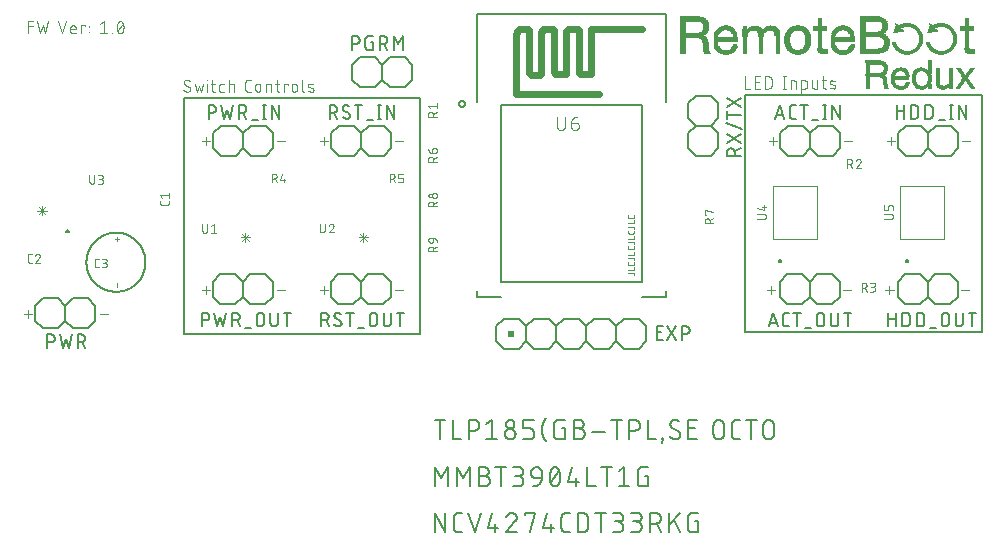
<source format=gto>
G04 EAGLE Gerber RS-274X export*
G75*
%MOMM*%
%FSLAX34Y34*%
%LPD*%
%INSilkscreen Top*%
%IPPOS*%
%AMOC8*
5,1,8,0,0,1.08239X$1,22.5*%
G01*
%ADD10C,0.152400*%
%ADD11R,0.013969X0.013969*%
%ADD12R,0.349250X0.013969*%
%ADD13R,0.167637X0.013969*%
%ADD14R,0.153669X0.013969*%
%ADD15R,0.474981X0.013969*%
%ADD16R,0.363219X0.013969*%
%ADD17R,0.335275X0.013969*%
%ADD18R,0.572769X0.013969*%
%ADD19R,0.474975X0.013969*%
%ADD20R,0.433069X0.013969*%
%ADD21R,0.405131X0.013969*%
%ADD22R,0.656587X0.013969*%
%ADD23R,0.558800X0.013969*%
%ADD24R,0.293369X0.013969*%
%ADD25R,0.516888X0.013969*%
%ADD26R,0.279400X0.013969*%
%ADD27R,0.377188X0.013969*%
%ADD28R,0.391163X0.013969*%
%ADD29R,0.726438X0.013969*%
%ADD30R,0.628650X0.013969*%
%ADD31R,0.586738X0.013969*%
%ADD32R,0.391156X0.013969*%
%ADD33R,0.782319X0.013969*%
%ADD34R,0.684531X0.013969*%
%ADD35R,0.642619X0.013969*%
%ADD36R,0.838200X0.013969*%
%ADD37R,0.740406X0.013969*%
%ADD38R,0.698500X0.013969*%
%ADD39R,0.880106X0.013969*%
%ADD40R,0.796288X0.013969*%
%ADD41R,0.935988X0.013969*%
%ADD42R,0.963931X0.013969*%
%ADD43R,0.810256X0.013969*%
%ADD44R,1.019806X0.013969*%
%ADD45R,0.922019X0.013969*%
%ADD46R,0.852169X0.013969*%
%ADD47R,1.047750X0.013969*%
%ADD48R,0.949963X0.013969*%
%ADD49R,1.075688X0.013969*%
%ADD50R,0.977900X0.013969*%
%ADD51R,0.908050X0.013969*%
%ADD52R,1.103631X0.013969*%
%ADD53R,1.005837X0.013969*%
%ADD54R,1.131569X0.013969*%
%ADD55R,1.033781X0.013969*%
%ADD56R,0.963925X0.013969*%
%ADD57R,1.159506X0.013969*%
%ADD58R,0.991869X0.013969*%
%ADD59R,1.187450X0.013969*%
%ADD60R,1.089662X0.013969*%
%ADD61R,1.201419X0.013969*%
%ADD62R,1.410969X0.013969*%
%ADD63R,0.530856X0.013969*%
%ADD64R,1.424937X0.013969*%
%ADD65R,0.488950X0.013969*%
%ADD66R,0.461013X0.013969*%
%ADD67R,0.544831X0.013969*%
%ADD68R,0.712469X0.013969*%
%ADD69R,1.369056X0.013969*%
%ADD70R,0.447038X0.013969*%
%ADD71R,0.419100X0.013969*%
%ADD72R,0.670556X0.013969*%
%ADD73R,0.335281X0.013969*%
%ADD74R,0.600706X0.013969*%
%ADD75R,0.614681X0.013969*%
%ADD76R,0.405125X0.013969*%
%ADD77R,0.265425X0.013969*%
%ADD78R,0.544825X0.013969*%
%ADD79R,0.502919X0.013969*%
%ADD80R,0.461006X0.013969*%
%ADD81R,0.321306X0.013969*%
%ADD82R,0.321313X0.013969*%
%ADD83R,0.307338X0.013969*%
%ADD84R,0.600712X0.013969*%
%ADD85R,1.592581X0.013969*%
%ADD86R,1.578606X0.013969*%
%ADD87R,1.704338X0.013969*%
%ADD88R,1.564638X0.013969*%
%ADD89R,1.690369X0.013969*%
%ADD90R,1.676400X0.013969*%
%ADD91R,1.662425X0.013969*%
%ADD92R,1.634488X0.013969*%
%ADD93R,1.620519X0.013969*%
%ADD94R,1.592575X0.013969*%
%ADD95R,1.522725X0.013969*%
%ADD96R,0.684525X0.013969*%
%ADD97R,1.508756X0.013969*%
%ADD98R,1.550669X0.013969*%
%ADD99R,1.648456X0.013969*%
%ADD100R,1.145538X0.013969*%
%ADD101R,1.117600X0.013969*%
%ADD102R,1.089656X0.013969*%
%ADD103R,1.061719X0.013969*%
%ADD104R,1.033775X0.013969*%
%ADD105R,0.949956X0.013969*%
%ADD106R,0.894075X0.013969*%
%ADD107R,0.824231X0.013969*%
%ADD108R,0.768350X0.013969*%
%ADD109R,0.237488X0.013969*%
%ADD110R,0.251463X0.013969*%
%ADD111R,1.760219X0.013969*%
%ADD112R,1.746250X0.013969*%
%ADD113R,1.732275X0.013969*%
%ADD114R,1.718306X0.013969*%
%ADD115R,1.606550X0.013969*%
%ADD116R,1.494788X0.013969*%
%ADD117R,1.452875X0.013969*%
%ADD118R,1.355088X0.013969*%
%ADD119R,1.285238X0.013969*%
%ADD120R,0.223519X0.013969*%
%ADD121R,0.670563X0.013969*%
%ADD122R,0.866138X0.013969*%
%ADD123R,1.313181X0.013969*%
%ADD124R,0.824225X0.013969*%
%ADD125R,1.816100X0.013969*%
%ADD126R,1.103625X0.013969*%
%ADD127R,1.173481X0.013969*%
%ADD128R,1.173475X0.013969*%
%ADD129R,1.871981X0.013969*%
%ADD130R,1.215388X0.013969*%
%ADD131R,1.913888X0.013969*%
%ADD132R,1.243331X0.013969*%
%ADD133R,1.257300X0.013969*%
%ADD134R,1.955800X0.013969*%
%ADD135R,1.271269X0.013969*%
%ADD136R,1.299206X0.013969*%
%ADD137R,0.754381X0.013969*%
%ADD138R,1.997706X0.013969*%
%ADD139R,1.313175X0.013969*%
%ADD140R,1.341119X0.013969*%
%ADD141R,2.025650X0.013969*%
%ADD142R,1.397000X0.013969*%
%ADD143R,1.383031X0.013969*%
%ADD144R,1.369063X0.013969*%
%ADD145R,2.053587X0.013969*%
%ADD146R,2.081531X0.013969*%
%ADD147R,1.480819X0.013969*%
%ADD148R,2.109469X0.013969*%
%ADD149R,1.508763X0.013969*%
%ADD150R,1.452881X0.013969*%
%ADD151R,2.137406X0.013969*%
%ADD152R,1.536700X0.013969*%
%ADD153R,1.522731X0.013969*%
%ADD154R,2.151381X0.013969*%
%ADD155R,2.179319X0.013969*%
%ADD156R,2.193288X0.013969*%
%ADD157R,2.207256X0.013969*%
%ADD158R,2.235200X0.013969*%
%ADD159R,2.249169X0.013969*%
%ADD160R,0.530863X0.013969*%
%ADD161R,2.263138X0.013969*%
%ADD162R,0.754375X0.013969*%
%ADD163R,2.277106X0.013969*%
%ADD164R,2.291081X0.013969*%
%ADD165R,2.305050X0.013969*%
%ADD166R,2.319019X0.013969*%
%ADD167R,0.125731X0.013969*%
%ADD168R,2.332988X0.013969*%
%ADD169R,0.027938X0.013969*%
%ADD170R,2.346956X0.013969*%
%ADD171R,2.095500X0.013969*%
%ADD172R,0.614675X0.013969*%
%ADD173R,2.081525X0.013969*%
%ADD174R,2.221225X0.013969*%
%ADD175R,2.165350X0.013969*%
%ADD176R,2.151375X0.013969*%
%ADD177R,2.123438X0.013969*%
%ADD178R,2.067556X0.013969*%
%ADD179R,2.221231X0.013969*%
%ADD180R,2.039619X0.013969*%
%ADD181R,1.969769X0.013969*%
%ADD182R,2.011681X0.013969*%
%ADD183R,0.055875X0.013969*%
%ADD184R,0.111756X0.013969*%
%ADD185R,0.195581X0.013969*%
%ADD186R,0.894081X0.013969*%
%ADD187R,1.466850X0.013969*%
%ADD188R,1.438906X0.013969*%
%ADD189R,1.229363X0.013969*%
%ADD190R,1.243325X0.013969*%
%ADD191R,1.327150X0.013969*%
%ADD192R,1.802125X0.013969*%
%ADD193R,1.788156X0.013969*%
%ADD194R,1.774188X0.013969*%
%ADD195R,1.732281X0.013969*%
%ADD196R,0.209550X0.013969*%
%ADD197R,0.195575X0.013969*%
%ADD198R,0.181606X0.013969*%
%ADD199R,0.139700X0.013969*%
%ADD200R,0.097787X0.013969*%
%ADD201R,0.083819X0.013969*%
%ADD202R,0.069850X0.013969*%
%ADD203R,0.055881X0.013969*%
%ADD204R,2.291075X0.013969*%
%ADD205R,1.941831X0.013969*%
%ADD206R,2.011675X0.013969*%
%ADD207R,1.941825X0.013969*%
%ADD208R,1.844037X0.013969*%
%ADD209R,1.899919X0.013969*%
%ADD210R,1.802131X0.013969*%
%ADD211R,1.858006X0.013969*%
%ADD212C,0.076200*%
%ADD213C,0.609600*%
%ADD214C,0.050800*%
%ADD215C,0.127000*%
%ADD216R,0.508000X0.508000*%
%ADD217C,0.101600*%
%ADD218C,0.200000*%
%ADD219C,0.100000*%
%ADD220C,0.200000*%


D10*
X357278Y-71238D02*
X357278Y-54982D01*
X361793Y-54982D02*
X352762Y-54982D01*
X367902Y-54982D02*
X367902Y-71238D01*
X375127Y-71238D01*
X381630Y-71238D02*
X381630Y-54982D01*
X386146Y-54982D01*
X386279Y-54984D01*
X386411Y-54990D01*
X386543Y-55000D01*
X386675Y-55013D01*
X386807Y-55031D01*
X386937Y-55052D01*
X387068Y-55077D01*
X387197Y-55106D01*
X387325Y-55139D01*
X387453Y-55175D01*
X387579Y-55215D01*
X387704Y-55259D01*
X387828Y-55307D01*
X387950Y-55358D01*
X388071Y-55413D01*
X388190Y-55471D01*
X388308Y-55533D01*
X388423Y-55598D01*
X388537Y-55667D01*
X388648Y-55738D01*
X388757Y-55814D01*
X388864Y-55892D01*
X388969Y-55973D01*
X389071Y-56058D01*
X389171Y-56145D01*
X389268Y-56235D01*
X389363Y-56328D01*
X389454Y-56424D01*
X389543Y-56522D01*
X389629Y-56623D01*
X389712Y-56727D01*
X389792Y-56833D01*
X389868Y-56941D01*
X389942Y-57051D01*
X390012Y-57164D01*
X390079Y-57278D01*
X390142Y-57395D01*
X390202Y-57513D01*
X390259Y-57633D01*
X390312Y-57755D01*
X390361Y-57878D01*
X390407Y-58002D01*
X390449Y-58128D01*
X390487Y-58255D01*
X390522Y-58383D01*
X390553Y-58512D01*
X390580Y-58641D01*
X390603Y-58772D01*
X390623Y-58903D01*
X390638Y-59035D01*
X390650Y-59167D01*
X390658Y-59299D01*
X390662Y-59432D01*
X390662Y-59564D01*
X390658Y-59697D01*
X390650Y-59829D01*
X390638Y-59961D01*
X390623Y-60093D01*
X390603Y-60224D01*
X390580Y-60355D01*
X390553Y-60484D01*
X390522Y-60613D01*
X390487Y-60741D01*
X390449Y-60868D01*
X390407Y-60994D01*
X390361Y-61118D01*
X390312Y-61241D01*
X390259Y-61363D01*
X390202Y-61483D01*
X390142Y-61601D01*
X390079Y-61718D01*
X390012Y-61832D01*
X389942Y-61945D01*
X389868Y-62055D01*
X389792Y-62163D01*
X389712Y-62269D01*
X389629Y-62373D01*
X389543Y-62474D01*
X389454Y-62572D01*
X389363Y-62668D01*
X389268Y-62761D01*
X389171Y-62851D01*
X389071Y-62938D01*
X388969Y-63023D01*
X388864Y-63104D01*
X388757Y-63182D01*
X388648Y-63258D01*
X388537Y-63329D01*
X388423Y-63398D01*
X388308Y-63463D01*
X388190Y-63525D01*
X388071Y-63583D01*
X387950Y-63638D01*
X387828Y-63689D01*
X387704Y-63737D01*
X387579Y-63781D01*
X387453Y-63821D01*
X387325Y-63857D01*
X387197Y-63890D01*
X387068Y-63919D01*
X386937Y-63944D01*
X386807Y-63965D01*
X386675Y-63983D01*
X386543Y-63996D01*
X386411Y-64006D01*
X386279Y-64012D01*
X386146Y-64014D01*
X386146Y-64013D02*
X381630Y-64013D01*
X396529Y-58594D02*
X401045Y-54982D01*
X401045Y-71238D01*
X396529Y-71238D02*
X405561Y-71238D01*
X412160Y-66722D02*
X412162Y-66589D01*
X412168Y-66457D01*
X412178Y-66325D01*
X412191Y-66193D01*
X412209Y-66061D01*
X412230Y-65931D01*
X412255Y-65800D01*
X412284Y-65671D01*
X412317Y-65543D01*
X412353Y-65415D01*
X412393Y-65289D01*
X412437Y-65164D01*
X412485Y-65040D01*
X412536Y-64918D01*
X412591Y-64797D01*
X412649Y-64678D01*
X412711Y-64560D01*
X412776Y-64445D01*
X412845Y-64331D01*
X412916Y-64220D01*
X412992Y-64111D01*
X413070Y-64004D01*
X413151Y-63899D01*
X413236Y-63797D01*
X413323Y-63697D01*
X413413Y-63600D01*
X413506Y-63505D01*
X413602Y-63414D01*
X413700Y-63325D01*
X413801Y-63239D01*
X413905Y-63156D01*
X414011Y-63076D01*
X414119Y-63000D01*
X414229Y-62926D01*
X414342Y-62856D01*
X414456Y-62789D01*
X414573Y-62726D01*
X414691Y-62666D01*
X414811Y-62609D01*
X414933Y-62556D01*
X415056Y-62507D01*
X415180Y-62461D01*
X415306Y-62419D01*
X415433Y-62381D01*
X415561Y-62346D01*
X415690Y-62315D01*
X415819Y-62288D01*
X415950Y-62265D01*
X416081Y-62245D01*
X416213Y-62230D01*
X416345Y-62218D01*
X416477Y-62210D01*
X416610Y-62206D01*
X416742Y-62206D01*
X416875Y-62210D01*
X417007Y-62218D01*
X417139Y-62230D01*
X417271Y-62245D01*
X417402Y-62265D01*
X417533Y-62288D01*
X417662Y-62315D01*
X417791Y-62346D01*
X417919Y-62381D01*
X418046Y-62419D01*
X418172Y-62461D01*
X418296Y-62507D01*
X418419Y-62556D01*
X418541Y-62609D01*
X418661Y-62666D01*
X418779Y-62726D01*
X418896Y-62789D01*
X419010Y-62856D01*
X419123Y-62926D01*
X419233Y-63000D01*
X419341Y-63076D01*
X419447Y-63156D01*
X419551Y-63239D01*
X419652Y-63325D01*
X419750Y-63414D01*
X419846Y-63505D01*
X419939Y-63600D01*
X420029Y-63697D01*
X420116Y-63797D01*
X420201Y-63899D01*
X420282Y-64004D01*
X420360Y-64111D01*
X420436Y-64220D01*
X420507Y-64331D01*
X420576Y-64445D01*
X420641Y-64560D01*
X420703Y-64678D01*
X420761Y-64797D01*
X420816Y-64918D01*
X420867Y-65040D01*
X420915Y-65164D01*
X420959Y-65289D01*
X420999Y-65415D01*
X421035Y-65543D01*
X421068Y-65671D01*
X421097Y-65800D01*
X421122Y-65931D01*
X421143Y-66061D01*
X421161Y-66193D01*
X421174Y-66325D01*
X421184Y-66457D01*
X421190Y-66589D01*
X421192Y-66722D01*
X421190Y-66855D01*
X421184Y-66987D01*
X421174Y-67119D01*
X421161Y-67251D01*
X421143Y-67383D01*
X421122Y-67513D01*
X421097Y-67644D01*
X421068Y-67773D01*
X421035Y-67901D01*
X420999Y-68029D01*
X420959Y-68155D01*
X420915Y-68280D01*
X420867Y-68404D01*
X420816Y-68526D01*
X420761Y-68647D01*
X420703Y-68766D01*
X420641Y-68884D01*
X420576Y-68999D01*
X420507Y-69113D01*
X420436Y-69224D01*
X420360Y-69333D01*
X420282Y-69440D01*
X420201Y-69545D01*
X420116Y-69647D01*
X420029Y-69747D01*
X419939Y-69844D01*
X419846Y-69939D01*
X419750Y-70030D01*
X419652Y-70119D01*
X419551Y-70205D01*
X419447Y-70288D01*
X419341Y-70368D01*
X419233Y-70444D01*
X419123Y-70518D01*
X419010Y-70588D01*
X418896Y-70655D01*
X418779Y-70718D01*
X418661Y-70778D01*
X418541Y-70835D01*
X418419Y-70888D01*
X418296Y-70937D01*
X418172Y-70983D01*
X418046Y-71025D01*
X417919Y-71063D01*
X417791Y-71098D01*
X417662Y-71129D01*
X417533Y-71156D01*
X417402Y-71179D01*
X417271Y-71199D01*
X417139Y-71214D01*
X417007Y-71226D01*
X416875Y-71234D01*
X416742Y-71238D01*
X416610Y-71238D01*
X416477Y-71234D01*
X416345Y-71226D01*
X416213Y-71214D01*
X416081Y-71199D01*
X415950Y-71179D01*
X415819Y-71156D01*
X415690Y-71129D01*
X415561Y-71098D01*
X415433Y-71063D01*
X415306Y-71025D01*
X415180Y-70983D01*
X415056Y-70937D01*
X414933Y-70888D01*
X414811Y-70835D01*
X414691Y-70778D01*
X414573Y-70718D01*
X414456Y-70655D01*
X414342Y-70588D01*
X414229Y-70518D01*
X414119Y-70444D01*
X414011Y-70368D01*
X413905Y-70288D01*
X413801Y-70205D01*
X413700Y-70119D01*
X413602Y-70030D01*
X413506Y-69939D01*
X413413Y-69844D01*
X413323Y-69747D01*
X413236Y-69647D01*
X413151Y-69545D01*
X413070Y-69440D01*
X412992Y-69333D01*
X412916Y-69224D01*
X412845Y-69113D01*
X412776Y-68999D01*
X412711Y-68884D01*
X412649Y-68766D01*
X412591Y-68647D01*
X412536Y-68526D01*
X412485Y-68404D01*
X412437Y-68280D01*
X412393Y-68155D01*
X412353Y-68029D01*
X412317Y-67901D01*
X412284Y-67773D01*
X412255Y-67644D01*
X412230Y-67513D01*
X412209Y-67383D01*
X412191Y-67251D01*
X412178Y-67119D01*
X412168Y-66987D01*
X412162Y-66855D01*
X412160Y-66722D01*
X413064Y-58594D02*
X413066Y-58475D01*
X413072Y-58355D01*
X413082Y-58236D01*
X413096Y-58118D01*
X413113Y-57999D01*
X413135Y-57882D01*
X413160Y-57765D01*
X413190Y-57650D01*
X413223Y-57535D01*
X413260Y-57421D01*
X413300Y-57309D01*
X413345Y-57198D01*
X413393Y-57089D01*
X413444Y-56981D01*
X413499Y-56875D01*
X413558Y-56771D01*
X413620Y-56669D01*
X413685Y-56569D01*
X413754Y-56471D01*
X413826Y-56375D01*
X413901Y-56282D01*
X413978Y-56192D01*
X414059Y-56104D01*
X414143Y-56019D01*
X414230Y-55937D01*
X414319Y-55857D01*
X414411Y-55781D01*
X414505Y-55707D01*
X414602Y-55637D01*
X414700Y-55570D01*
X414801Y-55506D01*
X414905Y-55446D01*
X415010Y-55389D01*
X415117Y-55336D01*
X415225Y-55286D01*
X415335Y-55240D01*
X415447Y-55198D01*
X415560Y-55159D01*
X415674Y-55124D01*
X415789Y-55093D01*
X415906Y-55065D01*
X416023Y-55042D01*
X416140Y-55022D01*
X416259Y-55006D01*
X416378Y-54994D01*
X416497Y-54986D01*
X416616Y-54982D01*
X416736Y-54982D01*
X416855Y-54986D01*
X416974Y-54994D01*
X417093Y-55006D01*
X417212Y-55022D01*
X417329Y-55042D01*
X417446Y-55065D01*
X417563Y-55093D01*
X417678Y-55124D01*
X417792Y-55159D01*
X417905Y-55198D01*
X418017Y-55240D01*
X418127Y-55286D01*
X418235Y-55336D01*
X418342Y-55389D01*
X418447Y-55446D01*
X418551Y-55506D01*
X418652Y-55570D01*
X418750Y-55637D01*
X418847Y-55707D01*
X418941Y-55781D01*
X419033Y-55857D01*
X419122Y-55937D01*
X419209Y-56019D01*
X419293Y-56104D01*
X419374Y-56192D01*
X419451Y-56282D01*
X419526Y-56375D01*
X419598Y-56471D01*
X419667Y-56569D01*
X419732Y-56669D01*
X419794Y-56771D01*
X419853Y-56875D01*
X419908Y-56981D01*
X419959Y-57089D01*
X420007Y-57198D01*
X420052Y-57309D01*
X420092Y-57421D01*
X420129Y-57535D01*
X420162Y-57650D01*
X420192Y-57765D01*
X420217Y-57882D01*
X420239Y-57999D01*
X420256Y-58118D01*
X420270Y-58236D01*
X420280Y-58355D01*
X420286Y-58475D01*
X420288Y-58594D01*
X420286Y-58713D01*
X420280Y-58833D01*
X420270Y-58952D01*
X420256Y-59070D01*
X420239Y-59189D01*
X420217Y-59306D01*
X420192Y-59423D01*
X420162Y-59538D01*
X420129Y-59653D01*
X420092Y-59767D01*
X420052Y-59879D01*
X420007Y-59990D01*
X419959Y-60099D01*
X419908Y-60207D01*
X419853Y-60313D01*
X419794Y-60417D01*
X419732Y-60519D01*
X419667Y-60619D01*
X419598Y-60717D01*
X419526Y-60813D01*
X419451Y-60906D01*
X419374Y-60996D01*
X419293Y-61084D01*
X419209Y-61169D01*
X419122Y-61251D01*
X419033Y-61331D01*
X418941Y-61407D01*
X418847Y-61481D01*
X418750Y-61551D01*
X418652Y-61618D01*
X418551Y-61682D01*
X418447Y-61742D01*
X418342Y-61799D01*
X418235Y-61852D01*
X418127Y-61902D01*
X418017Y-61948D01*
X417905Y-61990D01*
X417792Y-62029D01*
X417678Y-62064D01*
X417563Y-62095D01*
X417446Y-62123D01*
X417329Y-62146D01*
X417212Y-62166D01*
X417093Y-62182D01*
X416974Y-62194D01*
X416855Y-62202D01*
X416736Y-62206D01*
X416616Y-62206D01*
X416497Y-62202D01*
X416378Y-62194D01*
X416259Y-62182D01*
X416140Y-62166D01*
X416023Y-62146D01*
X415906Y-62123D01*
X415789Y-62095D01*
X415674Y-62064D01*
X415560Y-62029D01*
X415447Y-61990D01*
X415335Y-61948D01*
X415225Y-61902D01*
X415117Y-61852D01*
X415010Y-61799D01*
X414905Y-61742D01*
X414801Y-61682D01*
X414700Y-61618D01*
X414602Y-61551D01*
X414505Y-61481D01*
X414411Y-61407D01*
X414319Y-61331D01*
X414230Y-61251D01*
X414143Y-61169D01*
X414059Y-61084D01*
X413978Y-60996D01*
X413901Y-60906D01*
X413826Y-60813D01*
X413754Y-60717D01*
X413685Y-60619D01*
X413620Y-60519D01*
X413558Y-60417D01*
X413499Y-60313D01*
X413444Y-60207D01*
X413393Y-60099D01*
X413345Y-59990D01*
X413300Y-59879D01*
X413260Y-59767D01*
X413223Y-59653D01*
X413190Y-59538D01*
X413160Y-59423D01*
X413135Y-59306D01*
X413113Y-59189D01*
X413096Y-59070D01*
X413082Y-58952D01*
X413072Y-58833D01*
X413066Y-58713D01*
X413064Y-58594D01*
X427792Y-71238D02*
X433211Y-71238D01*
X433329Y-71236D01*
X433447Y-71230D01*
X433565Y-71221D01*
X433682Y-71207D01*
X433799Y-71190D01*
X433916Y-71169D01*
X434031Y-71144D01*
X434146Y-71115D01*
X434260Y-71082D01*
X434372Y-71046D01*
X434483Y-71006D01*
X434593Y-70963D01*
X434702Y-70916D01*
X434809Y-70866D01*
X434914Y-70811D01*
X435017Y-70754D01*
X435118Y-70693D01*
X435218Y-70629D01*
X435315Y-70562D01*
X435410Y-70492D01*
X435502Y-70418D01*
X435593Y-70342D01*
X435680Y-70262D01*
X435765Y-70180D01*
X435847Y-70095D01*
X435927Y-70008D01*
X436003Y-69917D01*
X436077Y-69825D01*
X436147Y-69730D01*
X436214Y-69633D01*
X436278Y-69533D01*
X436339Y-69432D01*
X436396Y-69329D01*
X436451Y-69224D01*
X436501Y-69117D01*
X436548Y-69008D01*
X436591Y-68898D01*
X436631Y-68787D01*
X436667Y-68675D01*
X436700Y-68561D01*
X436729Y-68446D01*
X436754Y-68331D01*
X436775Y-68214D01*
X436792Y-68097D01*
X436806Y-67980D01*
X436815Y-67862D01*
X436821Y-67744D01*
X436823Y-67626D01*
X436823Y-65819D01*
X436821Y-65701D01*
X436815Y-65583D01*
X436806Y-65465D01*
X436792Y-65348D01*
X436775Y-65231D01*
X436754Y-65114D01*
X436729Y-64999D01*
X436700Y-64884D01*
X436667Y-64770D01*
X436631Y-64658D01*
X436591Y-64547D01*
X436548Y-64437D01*
X436501Y-64328D01*
X436451Y-64221D01*
X436396Y-64116D01*
X436339Y-64013D01*
X436278Y-63912D01*
X436214Y-63812D01*
X436147Y-63715D01*
X436077Y-63620D01*
X436003Y-63528D01*
X435927Y-63437D01*
X435847Y-63350D01*
X435765Y-63265D01*
X435680Y-63183D01*
X435593Y-63103D01*
X435502Y-63027D01*
X435410Y-62953D01*
X435315Y-62883D01*
X435218Y-62816D01*
X435118Y-62752D01*
X435017Y-62691D01*
X434914Y-62634D01*
X434809Y-62579D01*
X434702Y-62529D01*
X434593Y-62482D01*
X434483Y-62439D01*
X434372Y-62399D01*
X434260Y-62363D01*
X434146Y-62330D01*
X434031Y-62301D01*
X433916Y-62276D01*
X433799Y-62255D01*
X433682Y-62238D01*
X433565Y-62224D01*
X433447Y-62215D01*
X433329Y-62209D01*
X433211Y-62207D01*
X427792Y-62207D01*
X427792Y-54982D01*
X436823Y-54982D01*
X447176Y-53176D02*
X446941Y-53464D01*
X446712Y-53757D01*
X446491Y-54056D01*
X446277Y-54360D01*
X446070Y-54670D01*
X445871Y-54984D01*
X445679Y-55303D01*
X445495Y-55626D01*
X445319Y-55954D01*
X445151Y-56285D01*
X444991Y-56621D01*
X444839Y-56961D01*
X444695Y-57304D01*
X444560Y-57650D01*
X444433Y-58000D01*
X444314Y-58352D01*
X444204Y-58708D01*
X444102Y-59066D01*
X444009Y-59426D01*
X443925Y-59788D01*
X443849Y-60152D01*
X443783Y-60518D01*
X443725Y-60886D01*
X443676Y-61254D01*
X443636Y-61624D01*
X443604Y-61995D01*
X443582Y-62366D01*
X443568Y-62738D01*
X443564Y-63110D01*
X443568Y-63482D01*
X443582Y-63854D01*
X443604Y-64225D01*
X443636Y-64596D01*
X443676Y-64966D01*
X443725Y-65334D01*
X443783Y-65702D01*
X443849Y-66068D01*
X443925Y-66432D01*
X444009Y-66794D01*
X444102Y-67154D01*
X444204Y-67512D01*
X444314Y-67868D01*
X444433Y-68220D01*
X444560Y-68570D01*
X444695Y-68916D01*
X444839Y-69259D01*
X444991Y-69599D01*
X445151Y-69935D01*
X445319Y-70266D01*
X445495Y-70594D01*
X445679Y-70918D01*
X445871Y-71236D01*
X446070Y-71550D01*
X446277Y-71860D01*
X446491Y-72164D01*
X446712Y-72463D01*
X446941Y-72756D01*
X447177Y-73044D01*
X460166Y-62207D02*
X462875Y-62207D01*
X462875Y-71238D01*
X457456Y-71238D01*
X457338Y-71236D01*
X457220Y-71230D01*
X457102Y-71221D01*
X456985Y-71207D01*
X456868Y-71190D01*
X456751Y-71169D01*
X456636Y-71144D01*
X456521Y-71115D01*
X456407Y-71082D01*
X456295Y-71046D01*
X456184Y-71006D01*
X456074Y-70963D01*
X455965Y-70916D01*
X455858Y-70866D01*
X455753Y-70811D01*
X455650Y-70754D01*
X455549Y-70693D01*
X455449Y-70629D01*
X455352Y-70562D01*
X455257Y-70492D01*
X455165Y-70418D01*
X455074Y-70342D01*
X454987Y-70262D01*
X454902Y-70180D01*
X454820Y-70095D01*
X454740Y-70008D01*
X454664Y-69917D01*
X454590Y-69825D01*
X454520Y-69730D01*
X454453Y-69633D01*
X454389Y-69533D01*
X454328Y-69432D01*
X454271Y-69329D01*
X454216Y-69224D01*
X454166Y-69117D01*
X454119Y-69008D01*
X454076Y-68898D01*
X454036Y-68787D01*
X454000Y-68675D01*
X453967Y-68561D01*
X453938Y-68446D01*
X453913Y-68331D01*
X453892Y-68214D01*
X453875Y-68097D01*
X453861Y-67980D01*
X453852Y-67862D01*
X453846Y-67744D01*
X453844Y-67626D01*
X453844Y-58594D01*
X453843Y-58594D02*
X453845Y-58476D01*
X453851Y-58358D01*
X453860Y-58240D01*
X453874Y-58122D01*
X453891Y-58005D01*
X453912Y-57889D01*
X453937Y-57774D01*
X453966Y-57659D01*
X453999Y-57545D01*
X454035Y-57433D01*
X454075Y-57321D01*
X454118Y-57211D01*
X454165Y-57103D01*
X454216Y-56996D01*
X454270Y-56891D01*
X454327Y-56788D01*
X454388Y-56686D01*
X454452Y-56587D01*
X454519Y-56490D01*
X454590Y-56395D01*
X454663Y-56302D01*
X454740Y-56212D01*
X454819Y-56124D01*
X454901Y-56039D01*
X454986Y-55957D01*
X455074Y-55878D01*
X455164Y-55801D01*
X455257Y-55728D01*
X455351Y-55657D01*
X455449Y-55590D01*
X455548Y-55526D01*
X455649Y-55465D01*
X455753Y-55408D01*
X455858Y-55354D01*
X455965Y-55303D01*
X456073Y-55256D01*
X456183Y-55213D01*
X456295Y-55173D01*
X456407Y-55137D01*
X456521Y-55104D01*
X456636Y-55075D01*
X456751Y-55050D01*
X456867Y-55029D01*
X456984Y-55012D01*
X457102Y-54998D01*
X457220Y-54989D01*
X457338Y-54983D01*
X457456Y-54981D01*
X457456Y-54982D02*
X462875Y-54982D01*
X470728Y-62207D02*
X475244Y-62207D01*
X475244Y-62206D02*
X475377Y-62208D01*
X475509Y-62214D01*
X475641Y-62224D01*
X475773Y-62237D01*
X475905Y-62255D01*
X476035Y-62276D01*
X476166Y-62301D01*
X476295Y-62330D01*
X476423Y-62363D01*
X476551Y-62399D01*
X476677Y-62439D01*
X476802Y-62483D01*
X476926Y-62531D01*
X477048Y-62582D01*
X477169Y-62637D01*
X477288Y-62695D01*
X477406Y-62757D01*
X477521Y-62822D01*
X477635Y-62891D01*
X477746Y-62962D01*
X477855Y-63038D01*
X477962Y-63116D01*
X478067Y-63197D01*
X478169Y-63282D01*
X478269Y-63369D01*
X478366Y-63459D01*
X478461Y-63552D01*
X478552Y-63648D01*
X478641Y-63746D01*
X478727Y-63847D01*
X478810Y-63951D01*
X478890Y-64057D01*
X478966Y-64165D01*
X479040Y-64275D01*
X479110Y-64388D01*
X479177Y-64502D01*
X479240Y-64619D01*
X479300Y-64737D01*
X479357Y-64857D01*
X479410Y-64979D01*
X479459Y-65102D01*
X479505Y-65226D01*
X479547Y-65352D01*
X479585Y-65479D01*
X479620Y-65607D01*
X479651Y-65736D01*
X479678Y-65865D01*
X479701Y-65996D01*
X479721Y-66127D01*
X479736Y-66259D01*
X479748Y-66391D01*
X479756Y-66523D01*
X479760Y-66656D01*
X479760Y-66788D01*
X479756Y-66921D01*
X479748Y-67053D01*
X479736Y-67185D01*
X479721Y-67317D01*
X479701Y-67448D01*
X479678Y-67579D01*
X479651Y-67708D01*
X479620Y-67837D01*
X479585Y-67965D01*
X479547Y-68092D01*
X479505Y-68218D01*
X479459Y-68342D01*
X479410Y-68465D01*
X479357Y-68587D01*
X479300Y-68707D01*
X479240Y-68825D01*
X479177Y-68942D01*
X479110Y-69056D01*
X479040Y-69169D01*
X478966Y-69279D01*
X478890Y-69387D01*
X478810Y-69493D01*
X478727Y-69597D01*
X478641Y-69698D01*
X478552Y-69796D01*
X478461Y-69892D01*
X478366Y-69985D01*
X478269Y-70075D01*
X478169Y-70162D01*
X478067Y-70247D01*
X477962Y-70328D01*
X477855Y-70406D01*
X477746Y-70482D01*
X477635Y-70553D01*
X477521Y-70622D01*
X477406Y-70687D01*
X477288Y-70749D01*
X477169Y-70807D01*
X477048Y-70862D01*
X476926Y-70913D01*
X476802Y-70961D01*
X476677Y-71005D01*
X476551Y-71045D01*
X476423Y-71081D01*
X476295Y-71114D01*
X476166Y-71143D01*
X476035Y-71168D01*
X475905Y-71189D01*
X475773Y-71207D01*
X475641Y-71220D01*
X475509Y-71230D01*
X475377Y-71236D01*
X475244Y-71238D01*
X470728Y-71238D01*
X470728Y-54982D01*
X475244Y-54982D01*
X475363Y-54984D01*
X475483Y-54990D01*
X475602Y-55000D01*
X475720Y-55014D01*
X475839Y-55031D01*
X475956Y-55053D01*
X476073Y-55078D01*
X476188Y-55108D01*
X476303Y-55141D01*
X476417Y-55178D01*
X476529Y-55218D01*
X476640Y-55263D01*
X476749Y-55311D01*
X476857Y-55362D01*
X476963Y-55417D01*
X477067Y-55476D01*
X477169Y-55538D01*
X477269Y-55603D01*
X477367Y-55672D01*
X477463Y-55744D01*
X477556Y-55819D01*
X477646Y-55896D01*
X477734Y-55977D01*
X477819Y-56061D01*
X477901Y-56148D01*
X477981Y-56237D01*
X478057Y-56329D01*
X478131Y-56423D01*
X478201Y-56520D01*
X478268Y-56618D01*
X478332Y-56719D01*
X478392Y-56823D01*
X478449Y-56928D01*
X478502Y-57035D01*
X478552Y-57143D01*
X478598Y-57253D01*
X478640Y-57365D01*
X478679Y-57478D01*
X478714Y-57592D01*
X478745Y-57707D01*
X478773Y-57824D01*
X478796Y-57941D01*
X478816Y-58058D01*
X478832Y-58177D01*
X478844Y-58296D01*
X478852Y-58415D01*
X478856Y-58534D01*
X478856Y-58654D01*
X478852Y-58773D01*
X478844Y-58892D01*
X478832Y-59011D01*
X478816Y-59130D01*
X478796Y-59247D01*
X478773Y-59364D01*
X478745Y-59481D01*
X478714Y-59596D01*
X478679Y-59710D01*
X478640Y-59823D01*
X478598Y-59935D01*
X478552Y-60045D01*
X478502Y-60153D01*
X478449Y-60260D01*
X478392Y-60365D01*
X478332Y-60469D01*
X478268Y-60570D01*
X478201Y-60668D01*
X478131Y-60765D01*
X478057Y-60859D01*
X477981Y-60951D01*
X477901Y-61040D01*
X477819Y-61127D01*
X477734Y-61211D01*
X477646Y-61292D01*
X477556Y-61369D01*
X477463Y-61444D01*
X477367Y-61516D01*
X477269Y-61585D01*
X477169Y-61650D01*
X477067Y-61712D01*
X476963Y-61771D01*
X476857Y-61826D01*
X476749Y-61877D01*
X476640Y-61925D01*
X476529Y-61970D01*
X476417Y-62010D01*
X476303Y-62047D01*
X476188Y-62080D01*
X476073Y-62110D01*
X475956Y-62135D01*
X475839Y-62157D01*
X475720Y-62174D01*
X475602Y-62188D01*
X475483Y-62198D01*
X475363Y-62204D01*
X475244Y-62206D01*
X485766Y-64916D02*
X496604Y-64916D01*
X506816Y-71238D02*
X506816Y-54982D01*
X502301Y-54982D02*
X511332Y-54982D01*
X517622Y-54982D02*
X517622Y-71238D01*
X517622Y-54982D02*
X522138Y-54982D01*
X522271Y-54984D01*
X522403Y-54990D01*
X522535Y-55000D01*
X522667Y-55013D01*
X522799Y-55031D01*
X522929Y-55052D01*
X523060Y-55077D01*
X523189Y-55106D01*
X523317Y-55139D01*
X523445Y-55175D01*
X523571Y-55215D01*
X523696Y-55259D01*
X523820Y-55307D01*
X523942Y-55358D01*
X524063Y-55413D01*
X524182Y-55471D01*
X524300Y-55533D01*
X524415Y-55598D01*
X524529Y-55667D01*
X524640Y-55738D01*
X524749Y-55814D01*
X524856Y-55892D01*
X524961Y-55973D01*
X525063Y-56058D01*
X525163Y-56145D01*
X525260Y-56235D01*
X525355Y-56328D01*
X525446Y-56424D01*
X525535Y-56522D01*
X525621Y-56623D01*
X525704Y-56727D01*
X525784Y-56833D01*
X525860Y-56941D01*
X525934Y-57051D01*
X526004Y-57164D01*
X526071Y-57278D01*
X526134Y-57395D01*
X526194Y-57513D01*
X526251Y-57633D01*
X526304Y-57755D01*
X526353Y-57878D01*
X526399Y-58002D01*
X526441Y-58128D01*
X526479Y-58255D01*
X526514Y-58383D01*
X526545Y-58512D01*
X526572Y-58641D01*
X526595Y-58772D01*
X526615Y-58903D01*
X526630Y-59035D01*
X526642Y-59167D01*
X526650Y-59299D01*
X526654Y-59432D01*
X526654Y-59564D01*
X526650Y-59697D01*
X526642Y-59829D01*
X526630Y-59961D01*
X526615Y-60093D01*
X526595Y-60224D01*
X526572Y-60355D01*
X526545Y-60484D01*
X526514Y-60613D01*
X526479Y-60741D01*
X526441Y-60868D01*
X526399Y-60994D01*
X526353Y-61118D01*
X526304Y-61241D01*
X526251Y-61363D01*
X526194Y-61483D01*
X526134Y-61601D01*
X526071Y-61718D01*
X526004Y-61832D01*
X525934Y-61945D01*
X525860Y-62055D01*
X525784Y-62163D01*
X525704Y-62269D01*
X525621Y-62373D01*
X525535Y-62474D01*
X525446Y-62572D01*
X525355Y-62668D01*
X525260Y-62761D01*
X525163Y-62851D01*
X525063Y-62938D01*
X524961Y-63023D01*
X524856Y-63104D01*
X524749Y-63182D01*
X524640Y-63258D01*
X524529Y-63329D01*
X524415Y-63398D01*
X524300Y-63463D01*
X524182Y-63525D01*
X524063Y-63583D01*
X523942Y-63638D01*
X523820Y-63689D01*
X523696Y-63737D01*
X523571Y-63781D01*
X523445Y-63821D01*
X523317Y-63857D01*
X523189Y-63890D01*
X523060Y-63919D01*
X522929Y-63944D01*
X522799Y-63965D01*
X522667Y-63983D01*
X522535Y-63996D01*
X522403Y-64006D01*
X522271Y-64012D01*
X522138Y-64014D01*
X522138Y-64013D02*
X517622Y-64013D01*
X533072Y-71238D02*
X533072Y-54982D01*
X533072Y-71238D02*
X540297Y-71238D01*
X545389Y-71238D02*
X546293Y-71238D01*
X545389Y-71238D02*
X545389Y-70335D01*
X546293Y-70335D01*
X546293Y-71238D01*
X544938Y-74850D01*
X557218Y-71238D02*
X557336Y-71236D01*
X557454Y-71230D01*
X557572Y-71221D01*
X557689Y-71207D01*
X557806Y-71190D01*
X557923Y-71169D01*
X558038Y-71144D01*
X558153Y-71115D01*
X558267Y-71082D01*
X558379Y-71046D01*
X558490Y-71006D01*
X558600Y-70963D01*
X558709Y-70916D01*
X558816Y-70866D01*
X558921Y-70811D01*
X559024Y-70754D01*
X559125Y-70693D01*
X559225Y-70629D01*
X559322Y-70562D01*
X559417Y-70492D01*
X559509Y-70418D01*
X559600Y-70342D01*
X559687Y-70262D01*
X559772Y-70180D01*
X559854Y-70095D01*
X559934Y-70008D01*
X560010Y-69917D01*
X560084Y-69825D01*
X560154Y-69730D01*
X560221Y-69633D01*
X560285Y-69533D01*
X560346Y-69432D01*
X560403Y-69329D01*
X560458Y-69224D01*
X560508Y-69117D01*
X560555Y-69008D01*
X560598Y-68898D01*
X560638Y-68787D01*
X560674Y-68675D01*
X560707Y-68561D01*
X560736Y-68446D01*
X560761Y-68331D01*
X560782Y-68214D01*
X560799Y-68097D01*
X560813Y-67980D01*
X560822Y-67862D01*
X560828Y-67744D01*
X560830Y-67626D01*
X557218Y-71238D02*
X557035Y-71236D01*
X556853Y-71229D01*
X556671Y-71218D01*
X556489Y-71203D01*
X556307Y-71183D01*
X556126Y-71160D01*
X555946Y-71131D01*
X555766Y-71099D01*
X555587Y-71062D01*
X555410Y-71021D01*
X555233Y-70975D01*
X555057Y-70926D01*
X554883Y-70872D01*
X554709Y-70814D01*
X554538Y-70752D01*
X554368Y-70686D01*
X554199Y-70615D01*
X554032Y-70541D01*
X553867Y-70463D01*
X553704Y-70381D01*
X553543Y-70295D01*
X553384Y-70205D01*
X553227Y-70111D01*
X553073Y-70014D01*
X552921Y-69913D01*
X552771Y-69808D01*
X552624Y-69700D01*
X552480Y-69589D01*
X552338Y-69474D01*
X552199Y-69355D01*
X552063Y-69233D01*
X551930Y-69108D01*
X551800Y-68980D01*
X552252Y-58594D02*
X552254Y-58476D01*
X552260Y-58358D01*
X552269Y-58240D01*
X552283Y-58123D01*
X552300Y-58006D01*
X552321Y-57889D01*
X552346Y-57774D01*
X552375Y-57659D01*
X552408Y-57545D01*
X552444Y-57433D01*
X552484Y-57322D01*
X552527Y-57212D01*
X552574Y-57103D01*
X552624Y-56996D01*
X552679Y-56891D01*
X552736Y-56788D01*
X552797Y-56687D01*
X552861Y-56587D01*
X552928Y-56490D01*
X552998Y-56395D01*
X553072Y-56303D01*
X553148Y-56212D01*
X553228Y-56125D01*
X553310Y-56040D01*
X553395Y-55958D01*
X553482Y-55878D01*
X553573Y-55802D01*
X553665Y-55728D01*
X553760Y-55658D01*
X553857Y-55591D01*
X553957Y-55527D01*
X554058Y-55466D01*
X554161Y-55409D01*
X554266Y-55354D01*
X554373Y-55304D01*
X554482Y-55257D01*
X554592Y-55214D01*
X554703Y-55174D01*
X554815Y-55138D01*
X554929Y-55105D01*
X555044Y-55076D01*
X555159Y-55051D01*
X555276Y-55030D01*
X555393Y-55013D01*
X555510Y-54999D01*
X555628Y-54990D01*
X555746Y-54984D01*
X555864Y-54982D01*
X556025Y-54984D01*
X556187Y-54990D01*
X556348Y-54999D01*
X556509Y-55013D01*
X556669Y-55030D01*
X556829Y-55051D01*
X556989Y-55076D01*
X557148Y-55105D01*
X557306Y-55137D01*
X557463Y-55173D01*
X557619Y-55213D01*
X557775Y-55257D01*
X557929Y-55305D01*
X558082Y-55356D01*
X558234Y-55410D01*
X558385Y-55469D01*
X558534Y-55530D01*
X558681Y-55596D01*
X558827Y-55665D01*
X558972Y-55737D01*
X559114Y-55813D01*
X559255Y-55892D01*
X559394Y-55974D01*
X559530Y-56060D01*
X559665Y-56149D01*
X559798Y-56241D01*
X559928Y-56337D01*
X554057Y-61755D02*
X553956Y-61693D01*
X553856Y-61628D01*
X553759Y-61559D01*
X553664Y-61487D01*
X553571Y-61413D01*
X553481Y-61335D01*
X553393Y-61254D01*
X553308Y-61171D01*
X553226Y-61085D01*
X553147Y-60996D01*
X553070Y-60905D01*
X552997Y-60811D01*
X552926Y-60715D01*
X552859Y-60617D01*
X552795Y-60517D01*
X552734Y-60414D01*
X552677Y-60310D01*
X552623Y-60204D01*
X552573Y-60096D01*
X552526Y-59987D01*
X552482Y-59876D01*
X552442Y-59764D01*
X552406Y-59650D01*
X552374Y-59536D01*
X552345Y-59420D01*
X552320Y-59304D01*
X552299Y-59187D01*
X552282Y-59069D01*
X552268Y-58951D01*
X552259Y-58832D01*
X552253Y-58713D01*
X552251Y-58594D01*
X559025Y-64465D02*
X559126Y-64527D01*
X559226Y-64592D01*
X559323Y-64661D01*
X559418Y-64733D01*
X559511Y-64807D01*
X559601Y-64885D01*
X559689Y-64966D01*
X559774Y-65049D01*
X559856Y-65135D01*
X559935Y-65224D01*
X560012Y-65315D01*
X560085Y-65409D01*
X560156Y-65505D01*
X560223Y-65603D01*
X560287Y-65703D01*
X560348Y-65806D01*
X560405Y-65910D01*
X560459Y-66016D01*
X560509Y-66124D01*
X560556Y-66233D01*
X560600Y-66344D01*
X560640Y-66456D01*
X560676Y-66570D01*
X560708Y-66684D01*
X560737Y-66800D01*
X560762Y-66916D01*
X560783Y-67033D01*
X560800Y-67151D01*
X560814Y-67269D01*
X560823Y-67388D01*
X560829Y-67507D01*
X560831Y-67626D01*
X559025Y-64465D02*
X554057Y-61755D01*
X567461Y-71238D02*
X574686Y-71238D01*
X567461Y-71238D02*
X567461Y-54982D01*
X574686Y-54982D01*
X572879Y-62207D02*
X567461Y-62207D01*
X588794Y-59498D02*
X588794Y-66722D01*
X588793Y-59498D02*
X588795Y-59365D01*
X588801Y-59233D01*
X588811Y-59101D01*
X588824Y-58969D01*
X588842Y-58837D01*
X588863Y-58707D01*
X588888Y-58576D01*
X588917Y-58447D01*
X588950Y-58319D01*
X588986Y-58191D01*
X589026Y-58065D01*
X589070Y-57940D01*
X589118Y-57816D01*
X589169Y-57694D01*
X589224Y-57573D01*
X589282Y-57454D01*
X589344Y-57336D01*
X589409Y-57221D01*
X589478Y-57107D01*
X589549Y-56996D01*
X589625Y-56887D01*
X589703Y-56780D01*
X589784Y-56675D01*
X589869Y-56573D01*
X589956Y-56473D01*
X590046Y-56376D01*
X590139Y-56281D01*
X590235Y-56190D01*
X590333Y-56101D01*
X590434Y-56015D01*
X590538Y-55932D01*
X590644Y-55852D01*
X590752Y-55776D01*
X590862Y-55702D01*
X590975Y-55632D01*
X591089Y-55565D01*
X591206Y-55502D01*
X591324Y-55442D01*
X591444Y-55385D01*
X591566Y-55332D01*
X591689Y-55283D01*
X591813Y-55237D01*
X591939Y-55195D01*
X592066Y-55157D01*
X592194Y-55122D01*
X592323Y-55091D01*
X592452Y-55064D01*
X592583Y-55041D01*
X592714Y-55021D01*
X592846Y-55006D01*
X592978Y-54994D01*
X593110Y-54986D01*
X593243Y-54982D01*
X593375Y-54982D01*
X593508Y-54986D01*
X593640Y-54994D01*
X593772Y-55006D01*
X593904Y-55021D01*
X594035Y-55041D01*
X594166Y-55064D01*
X594295Y-55091D01*
X594424Y-55122D01*
X594552Y-55157D01*
X594679Y-55195D01*
X594805Y-55237D01*
X594929Y-55283D01*
X595052Y-55332D01*
X595174Y-55385D01*
X595294Y-55442D01*
X595412Y-55502D01*
X595529Y-55565D01*
X595643Y-55632D01*
X595756Y-55702D01*
X595866Y-55776D01*
X595974Y-55852D01*
X596080Y-55932D01*
X596184Y-56015D01*
X596285Y-56101D01*
X596383Y-56190D01*
X596479Y-56281D01*
X596572Y-56376D01*
X596662Y-56473D01*
X596749Y-56573D01*
X596834Y-56675D01*
X596915Y-56780D01*
X596993Y-56887D01*
X597069Y-56996D01*
X597140Y-57107D01*
X597209Y-57221D01*
X597274Y-57336D01*
X597336Y-57454D01*
X597394Y-57573D01*
X597449Y-57694D01*
X597500Y-57816D01*
X597548Y-57940D01*
X597592Y-58065D01*
X597632Y-58191D01*
X597668Y-58319D01*
X597701Y-58447D01*
X597730Y-58576D01*
X597755Y-58707D01*
X597776Y-58837D01*
X597794Y-58969D01*
X597807Y-59101D01*
X597817Y-59233D01*
X597823Y-59365D01*
X597825Y-59498D01*
X597825Y-66722D01*
X597823Y-66855D01*
X597817Y-66987D01*
X597807Y-67119D01*
X597794Y-67251D01*
X597776Y-67383D01*
X597755Y-67513D01*
X597730Y-67644D01*
X597701Y-67773D01*
X597668Y-67901D01*
X597632Y-68029D01*
X597592Y-68155D01*
X597548Y-68280D01*
X597500Y-68404D01*
X597449Y-68526D01*
X597394Y-68647D01*
X597336Y-68766D01*
X597274Y-68884D01*
X597209Y-68999D01*
X597140Y-69113D01*
X597069Y-69224D01*
X596993Y-69333D01*
X596915Y-69440D01*
X596834Y-69545D01*
X596749Y-69647D01*
X596662Y-69747D01*
X596572Y-69844D01*
X596479Y-69939D01*
X596383Y-70030D01*
X596285Y-70119D01*
X596184Y-70205D01*
X596080Y-70288D01*
X595974Y-70368D01*
X595866Y-70444D01*
X595756Y-70518D01*
X595643Y-70588D01*
X595529Y-70655D01*
X595412Y-70718D01*
X595294Y-70778D01*
X595174Y-70835D01*
X595052Y-70888D01*
X594929Y-70937D01*
X594805Y-70983D01*
X594679Y-71025D01*
X594552Y-71063D01*
X594424Y-71098D01*
X594295Y-71129D01*
X594166Y-71156D01*
X594035Y-71179D01*
X593904Y-71199D01*
X593772Y-71214D01*
X593640Y-71226D01*
X593508Y-71234D01*
X593375Y-71238D01*
X593243Y-71238D01*
X593110Y-71234D01*
X592978Y-71226D01*
X592846Y-71214D01*
X592714Y-71199D01*
X592583Y-71179D01*
X592452Y-71156D01*
X592323Y-71129D01*
X592194Y-71098D01*
X592066Y-71063D01*
X591939Y-71025D01*
X591813Y-70983D01*
X591689Y-70937D01*
X591566Y-70888D01*
X591444Y-70835D01*
X591324Y-70778D01*
X591206Y-70718D01*
X591089Y-70655D01*
X590975Y-70588D01*
X590862Y-70518D01*
X590752Y-70444D01*
X590644Y-70368D01*
X590538Y-70288D01*
X590434Y-70205D01*
X590333Y-70119D01*
X590235Y-70030D01*
X590139Y-69939D01*
X590046Y-69844D01*
X589956Y-69747D01*
X589869Y-69647D01*
X589784Y-69545D01*
X589703Y-69440D01*
X589625Y-69333D01*
X589549Y-69224D01*
X589478Y-69113D01*
X589409Y-68999D01*
X589344Y-68884D01*
X589282Y-68766D01*
X589224Y-68647D01*
X589169Y-68526D01*
X589118Y-68404D01*
X589070Y-68280D01*
X589026Y-68155D01*
X588986Y-68029D01*
X588950Y-67901D01*
X588917Y-67773D01*
X588888Y-67644D01*
X588863Y-67513D01*
X588842Y-67383D01*
X588824Y-67251D01*
X588811Y-67119D01*
X588801Y-66987D01*
X588795Y-66855D01*
X588793Y-66722D01*
X607998Y-71238D02*
X611610Y-71238D01*
X607998Y-71238D02*
X607880Y-71236D01*
X607762Y-71230D01*
X607644Y-71221D01*
X607527Y-71207D01*
X607410Y-71190D01*
X607293Y-71169D01*
X607178Y-71144D01*
X607063Y-71115D01*
X606949Y-71082D01*
X606837Y-71046D01*
X606726Y-71006D01*
X606616Y-70963D01*
X606507Y-70916D01*
X606400Y-70866D01*
X606295Y-70811D01*
X606192Y-70754D01*
X606091Y-70693D01*
X605991Y-70629D01*
X605894Y-70562D01*
X605799Y-70492D01*
X605707Y-70418D01*
X605616Y-70342D01*
X605529Y-70262D01*
X605444Y-70180D01*
X605362Y-70095D01*
X605282Y-70008D01*
X605206Y-69917D01*
X605132Y-69825D01*
X605062Y-69730D01*
X604995Y-69633D01*
X604931Y-69533D01*
X604870Y-69432D01*
X604813Y-69329D01*
X604758Y-69224D01*
X604708Y-69117D01*
X604661Y-69008D01*
X604618Y-68898D01*
X604578Y-68787D01*
X604542Y-68675D01*
X604509Y-68561D01*
X604480Y-68446D01*
X604455Y-68331D01*
X604434Y-68214D01*
X604417Y-68097D01*
X604403Y-67980D01*
X604394Y-67862D01*
X604388Y-67744D01*
X604386Y-67626D01*
X604385Y-67626D02*
X604385Y-58594D01*
X604387Y-58476D01*
X604393Y-58358D01*
X604402Y-58240D01*
X604416Y-58122D01*
X604433Y-58005D01*
X604454Y-57889D01*
X604479Y-57774D01*
X604508Y-57659D01*
X604541Y-57545D01*
X604577Y-57433D01*
X604617Y-57321D01*
X604660Y-57211D01*
X604707Y-57103D01*
X604758Y-56996D01*
X604812Y-56891D01*
X604869Y-56788D01*
X604930Y-56686D01*
X604994Y-56587D01*
X605061Y-56490D01*
X605132Y-56395D01*
X605205Y-56302D01*
X605282Y-56212D01*
X605361Y-56124D01*
X605443Y-56039D01*
X605528Y-55957D01*
X605616Y-55878D01*
X605706Y-55801D01*
X605799Y-55728D01*
X605893Y-55657D01*
X605991Y-55590D01*
X606090Y-55526D01*
X606191Y-55465D01*
X606295Y-55408D01*
X606400Y-55354D01*
X606507Y-55303D01*
X606615Y-55256D01*
X606725Y-55213D01*
X606837Y-55173D01*
X606949Y-55137D01*
X607063Y-55104D01*
X607178Y-55075D01*
X607293Y-55050D01*
X607409Y-55029D01*
X607526Y-55012D01*
X607644Y-54998D01*
X607762Y-54989D01*
X607880Y-54983D01*
X607998Y-54981D01*
X607998Y-54982D02*
X611610Y-54982D01*
X620924Y-54982D02*
X620924Y-71238D01*
X616409Y-54982D02*
X625440Y-54982D01*
X630998Y-59498D02*
X630998Y-66722D01*
X630997Y-59498D02*
X630999Y-59365D01*
X631005Y-59233D01*
X631015Y-59101D01*
X631028Y-58969D01*
X631046Y-58837D01*
X631067Y-58707D01*
X631092Y-58576D01*
X631121Y-58447D01*
X631154Y-58319D01*
X631190Y-58191D01*
X631230Y-58065D01*
X631274Y-57940D01*
X631322Y-57816D01*
X631373Y-57694D01*
X631428Y-57573D01*
X631486Y-57454D01*
X631548Y-57336D01*
X631613Y-57221D01*
X631682Y-57107D01*
X631753Y-56996D01*
X631829Y-56887D01*
X631907Y-56780D01*
X631988Y-56675D01*
X632073Y-56573D01*
X632160Y-56473D01*
X632250Y-56376D01*
X632343Y-56281D01*
X632439Y-56190D01*
X632537Y-56101D01*
X632638Y-56015D01*
X632742Y-55932D01*
X632848Y-55852D01*
X632956Y-55776D01*
X633066Y-55702D01*
X633179Y-55632D01*
X633293Y-55565D01*
X633410Y-55502D01*
X633528Y-55442D01*
X633648Y-55385D01*
X633770Y-55332D01*
X633893Y-55283D01*
X634017Y-55237D01*
X634143Y-55195D01*
X634270Y-55157D01*
X634398Y-55122D01*
X634527Y-55091D01*
X634656Y-55064D01*
X634787Y-55041D01*
X634918Y-55021D01*
X635050Y-55006D01*
X635182Y-54994D01*
X635314Y-54986D01*
X635447Y-54982D01*
X635579Y-54982D01*
X635712Y-54986D01*
X635844Y-54994D01*
X635976Y-55006D01*
X636108Y-55021D01*
X636239Y-55041D01*
X636370Y-55064D01*
X636499Y-55091D01*
X636628Y-55122D01*
X636756Y-55157D01*
X636883Y-55195D01*
X637009Y-55237D01*
X637133Y-55283D01*
X637256Y-55332D01*
X637378Y-55385D01*
X637498Y-55442D01*
X637616Y-55502D01*
X637733Y-55565D01*
X637847Y-55632D01*
X637960Y-55702D01*
X638070Y-55776D01*
X638178Y-55852D01*
X638284Y-55932D01*
X638388Y-56015D01*
X638489Y-56101D01*
X638587Y-56190D01*
X638683Y-56281D01*
X638776Y-56376D01*
X638866Y-56473D01*
X638953Y-56573D01*
X639038Y-56675D01*
X639119Y-56780D01*
X639197Y-56887D01*
X639273Y-56996D01*
X639344Y-57107D01*
X639413Y-57221D01*
X639478Y-57336D01*
X639540Y-57454D01*
X639598Y-57573D01*
X639653Y-57694D01*
X639704Y-57816D01*
X639752Y-57940D01*
X639796Y-58065D01*
X639836Y-58191D01*
X639872Y-58319D01*
X639905Y-58447D01*
X639934Y-58576D01*
X639959Y-58707D01*
X639980Y-58837D01*
X639998Y-58969D01*
X640011Y-59101D01*
X640021Y-59233D01*
X640027Y-59365D01*
X640029Y-59498D01*
X640029Y-66722D01*
X640027Y-66855D01*
X640021Y-66987D01*
X640011Y-67119D01*
X639998Y-67251D01*
X639980Y-67383D01*
X639959Y-67513D01*
X639934Y-67644D01*
X639905Y-67773D01*
X639872Y-67901D01*
X639836Y-68029D01*
X639796Y-68155D01*
X639752Y-68280D01*
X639704Y-68404D01*
X639653Y-68526D01*
X639598Y-68647D01*
X639540Y-68766D01*
X639478Y-68884D01*
X639413Y-68999D01*
X639344Y-69113D01*
X639273Y-69224D01*
X639197Y-69333D01*
X639119Y-69440D01*
X639038Y-69545D01*
X638953Y-69647D01*
X638866Y-69747D01*
X638776Y-69844D01*
X638683Y-69939D01*
X638587Y-70030D01*
X638489Y-70119D01*
X638388Y-70205D01*
X638284Y-70288D01*
X638178Y-70368D01*
X638070Y-70444D01*
X637960Y-70518D01*
X637847Y-70588D01*
X637733Y-70655D01*
X637616Y-70718D01*
X637498Y-70778D01*
X637378Y-70835D01*
X637256Y-70888D01*
X637133Y-70937D01*
X637009Y-70983D01*
X636883Y-71025D01*
X636756Y-71063D01*
X636628Y-71098D01*
X636499Y-71129D01*
X636370Y-71156D01*
X636239Y-71179D01*
X636108Y-71199D01*
X635976Y-71214D01*
X635844Y-71226D01*
X635712Y-71234D01*
X635579Y-71238D01*
X635447Y-71238D01*
X635314Y-71234D01*
X635182Y-71226D01*
X635050Y-71214D01*
X634918Y-71199D01*
X634787Y-71179D01*
X634656Y-71156D01*
X634527Y-71129D01*
X634398Y-71098D01*
X634270Y-71063D01*
X634143Y-71025D01*
X634017Y-70983D01*
X633893Y-70937D01*
X633770Y-70888D01*
X633648Y-70835D01*
X633528Y-70778D01*
X633410Y-70718D01*
X633293Y-70655D01*
X633179Y-70588D01*
X633066Y-70518D01*
X632956Y-70444D01*
X632848Y-70368D01*
X632742Y-70288D01*
X632638Y-70205D01*
X632537Y-70119D01*
X632439Y-70030D01*
X632343Y-69939D01*
X632250Y-69844D01*
X632160Y-69747D01*
X632073Y-69647D01*
X631988Y-69545D01*
X631907Y-69440D01*
X631829Y-69333D01*
X631753Y-69224D01*
X631682Y-69113D01*
X631613Y-68999D01*
X631548Y-68884D01*
X631486Y-68766D01*
X631428Y-68647D01*
X631373Y-68526D01*
X631322Y-68404D01*
X631274Y-68280D01*
X631230Y-68155D01*
X631190Y-68029D01*
X631154Y-67901D01*
X631121Y-67773D01*
X631092Y-67644D01*
X631067Y-67513D01*
X631046Y-67383D01*
X631028Y-67251D01*
X631015Y-67119D01*
X631005Y-66987D01*
X630999Y-66855D01*
X630997Y-66722D01*
X352762Y-94982D02*
X352762Y-111238D01*
X358181Y-104013D02*
X352762Y-94982D01*
X358181Y-104013D02*
X363599Y-94982D01*
X363599Y-111238D01*
X371520Y-111238D02*
X371520Y-94982D01*
X376938Y-104013D01*
X382357Y-94982D01*
X382357Y-111238D01*
X390349Y-102207D02*
X394865Y-102207D01*
X394865Y-102206D02*
X394998Y-102208D01*
X395130Y-102214D01*
X395262Y-102224D01*
X395394Y-102237D01*
X395526Y-102255D01*
X395656Y-102276D01*
X395787Y-102301D01*
X395916Y-102330D01*
X396044Y-102363D01*
X396172Y-102399D01*
X396298Y-102439D01*
X396423Y-102483D01*
X396547Y-102531D01*
X396669Y-102582D01*
X396790Y-102637D01*
X396909Y-102695D01*
X397027Y-102757D01*
X397142Y-102822D01*
X397256Y-102891D01*
X397367Y-102962D01*
X397476Y-103038D01*
X397583Y-103116D01*
X397688Y-103197D01*
X397790Y-103282D01*
X397890Y-103369D01*
X397987Y-103459D01*
X398082Y-103552D01*
X398173Y-103648D01*
X398262Y-103746D01*
X398348Y-103847D01*
X398431Y-103951D01*
X398511Y-104057D01*
X398587Y-104165D01*
X398661Y-104275D01*
X398731Y-104388D01*
X398798Y-104502D01*
X398861Y-104619D01*
X398921Y-104737D01*
X398978Y-104857D01*
X399031Y-104979D01*
X399080Y-105102D01*
X399126Y-105226D01*
X399168Y-105352D01*
X399206Y-105479D01*
X399241Y-105607D01*
X399272Y-105736D01*
X399299Y-105865D01*
X399322Y-105996D01*
X399342Y-106127D01*
X399357Y-106259D01*
X399369Y-106391D01*
X399377Y-106523D01*
X399381Y-106656D01*
X399381Y-106788D01*
X399377Y-106921D01*
X399369Y-107053D01*
X399357Y-107185D01*
X399342Y-107317D01*
X399322Y-107448D01*
X399299Y-107579D01*
X399272Y-107708D01*
X399241Y-107837D01*
X399206Y-107965D01*
X399168Y-108092D01*
X399126Y-108218D01*
X399080Y-108342D01*
X399031Y-108465D01*
X398978Y-108587D01*
X398921Y-108707D01*
X398861Y-108825D01*
X398798Y-108942D01*
X398731Y-109056D01*
X398661Y-109169D01*
X398587Y-109279D01*
X398511Y-109387D01*
X398431Y-109493D01*
X398348Y-109597D01*
X398262Y-109698D01*
X398173Y-109796D01*
X398082Y-109892D01*
X397987Y-109985D01*
X397890Y-110075D01*
X397790Y-110162D01*
X397688Y-110247D01*
X397583Y-110328D01*
X397476Y-110406D01*
X397367Y-110482D01*
X397256Y-110553D01*
X397142Y-110622D01*
X397027Y-110687D01*
X396909Y-110749D01*
X396790Y-110807D01*
X396669Y-110862D01*
X396547Y-110913D01*
X396423Y-110961D01*
X396298Y-111005D01*
X396172Y-111045D01*
X396044Y-111081D01*
X395916Y-111114D01*
X395787Y-111143D01*
X395656Y-111168D01*
X395526Y-111189D01*
X395394Y-111207D01*
X395262Y-111220D01*
X395130Y-111230D01*
X394998Y-111236D01*
X394865Y-111238D01*
X390349Y-111238D01*
X390349Y-94982D01*
X394865Y-94982D01*
X394984Y-94984D01*
X395104Y-94990D01*
X395223Y-95000D01*
X395341Y-95014D01*
X395460Y-95031D01*
X395577Y-95053D01*
X395694Y-95078D01*
X395809Y-95108D01*
X395924Y-95141D01*
X396038Y-95178D01*
X396150Y-95218D01*
X396261Y-95263D01*
X396370Y-95311D01*
X396478Y-95362D01*
X396584Y-95417D01*
X396688Y-95476D01*
X396790Y-95538D01*
X396890Y-95603D01*
X396988Y-95672D01*
X397084Y-95744D01*
X397177Y-95819D01*
X397267Y-95896D01*
X397355Y-95977D01*
X397440Y-96061D01*
X397522Y-96148D01*
X397602Y-96237D01*
X397678Y-96329D01*
X397752Y-96423D01*
X397822Y-96520D01*
X397889Y-96618D01*
X397953Y-96719D01*
X398013Y-96823D01*
X398070Y-96928D01*
X398123Y-97035D01*
X398173Y-97143D01*
X398219Y-97253D01*
X398261Y-97365D01*
X398300Y-97478D01*
X398335Y-97592D01*
X398366Y-97707D01*
X398394Y-97824D01*
X398417Y-97941D01*
X398437Y-98058D01*
X398453Y-98177D01*
X398465Y-98296D01*
X398473Y-98415D01*
X398477Y-98534D01*
X398477Y-98654D01*
X398473Y-98773D01*
X398465Y-98892D01*
X398453Y-99011D01*
X398437Y-99130D01*
X398417Y-99247D01*
X398394Y-99364D01*
X398366Y-99481D01*
X398335Y-99596D01*
X398300Y-99710D01*
X398261Y-99823D01*
X398219Y-99935D01*
X398173Y-100045D01*
X398123Y-100153D01*
X398070Y-100260D01*
X398013Y-100365D01*
X397953Y-100469D01*
X397889Y-100570D01*
X397822Y-100668D01*
X397752Y-100765D01*
X397678Y-100859D01*
X397602Y-100951D01*
X397522Y-101040D01*
X397440Y-101127D01*
X397355Y-101211D01*
X397267Y-101292D01*
X397177Y-101369D01*
X397084Y-101444D01*
X396988Y-101516D01*
X396890Y-101585D01*
X396790Y-101650D01*
X396688Y-101712D01*
X396584Y-101771D01*
X396478Y-101826D01*
X396370Y-101877D01*
X396261Y-101925D01*
X396150Y-101970D01*
X396038Y-102010D01*
X395924Y-102047D01*
X395809Y-102080D01*
X395694Y-102110D01*
X395577Y-102135D01*
X395460Y-102157D01*
X395341Y-102174D01*
X395223Y-102188D01*
X395104Y-102198D01*
X394984Y-102204D01*
X394865Y-102206D01*
X408722Y-94982D02*
X408722Y-111238D01*
X404206Y-94982D02*
X413237Y-94982D01*
X418795Y-111238D02*
X423311Y-111238D01*
X423444Y-111236D01*
X423576Y-111230D01*
X423708Y-111220D01*
X423840Y-111207D01*
X423972Y-111189D01*
X424102Y-111168D01*
X424233Y-111143D01*
X424362Y-111114D01*
X424490Y-111081D01*
X424618Y-111045D01*
X424744Y-111005D01*
X424869Y-110961D01*
X424993Y-110913D01*
X425115Y-110862D01*
X425236Y-110807D01*
X425355Y-110749D01*
X425473Y-110687D01*
X425588Y-110622D01*
X425702Y-110553D01*
X425813Y-110482D01*
X425922Y-110406D01*
X426029Y-110328D01*
X426134Y-110247D01*
X426236Y-110162D01*
X426336Y-110075D01*
X426433Y-109985D01*
X426528Y-109892D01*
X426619Y-109796D01*
X426708Y-109698D01*
X426794Y-109597D01*
X426877Y-109493D01*
X426957Y-109387D01*
X427033Y-109279D01*
X427107Y-109169D01*
X427177Y-109056D01*
X427244Y-108942D01*
X427307Y-108825D01*
X427367Y-108707D01*
X427424Y-108587D01*
X427477Y-108465D01*
X427526Y-108342D01*
X427572Y-108218D01*
X427614Y-108092D01*
X427652Y-107965D01*
X427687Y-107837D01*
X427718Y-107708D01*
X427745Y-107579D01*
X427768Y-107448D01*
X427788Y-107317D01*
X427803Y-107185D01*
X427815Y-107053D01*
X427823Y-106921D01*
X427827Y-106788D01*
X427827Y-106656D01*
X427823Y-106523D01*
X427815Y-106391D01*
X427803Y-106259D01*
X427788Y-106127D01*
X427768Y-105996D01*
X427745Y-105865D01*
X427718Y-105736D01*
X427687Y-105607D01*
X427652Y-105479D01*
X427614Y-105352D01*
X427572Y-105226D01*
X427526Y-105102D01*
X427477Y-104979D01*
X427424Y-104857D01*
X427367Y-104737D01*
X427307Y-104619D01*
X427244Y-104502D01*
X427177Y-104388D01*
X427107Y-104275D01*
X427033Y-104165D01*
X426957Y-104057D01*
X426877Y-103951D01*
X426794Y-103847D01*
X426708Y-103746D01*
X426619Y-103648D01*
X426528Y-103552D01*
X426433Y-103459D01*
X426336Y-103369D01*
X426236Y-103282D01*
X426134Y-103197D01*
X426029Y-103116D01*
X425922Y-103038D01*
X425813Y-102962D01*
X425702Y-102891D01*
X425588Y-102822D01*
X425473Y-102757D01*
X425355Y-102695D01*
X425236Y-102637D01*
X425115Y-102582D01*
X424993Y-102531D01*
X424869Y-102483D01*
X424744Y-102439D01*
X424618Y-102399D01*
X424490Y-102363D01*
X424362Y-102330D01*
X424233Y-102301D01*
X424102Y-102276D01*
X423972Y-102255D01*
X423840Y-102237D01*
X423708Y-102224D01*
X423576Y-102214D01*
X423444Y-102208D01*
X423311Y-102206D01*
X424214Y-94982D02*
X418795Y-94982D01*
X424214Y-94982D02*
X424333Y-94984D01*
X424453Y-94990D01*
X424572Y-95000D01*
X424690Y-95014D01*
X424809Y-95031D01*
X424926Y-95053D01*
X425043Y-95078D01*
X425158Y-95108D01*
X425273Y-95141D01*
X425387Y-95178D01*
X425499Y-95218D01*
X425610Y-95263D01*
X425719Y-95311D01*
X425827Y-95362D01*
X425933Y-95417D01*
X426037Y-95476D01*
X426139Y-95538D01*
X426239Y-95603D01*
X426337Y-95672D01*
X426433Y-95744D01*
X426526Y-95819D01*
X426616Y-95896D01*
X426704Y-95977D01*
X426789Y-96061D01*
X426871Y-96148D01*
X426951Y-96237D01*
X427027Y-96329D01*
X427101Y-96423D01*
X427171Y-96520D01*
X427238Y-96618D01*
X427302Y-96719D01*
X427362Y-96823D01*
X427419Y-96928D01*
X427472Y-97035D01*
X427522Y-97143D01*
X427568Y-97253D01*
X427610Y-97365D01*
X427649Y-97478D01*
X427684Y-97592D01*
X427715Y-97707D01*
X427743Y-97824D01*
X427766Y-97941D01*
X427786Y-98058D01*
X427802Y-98177D01*
X427814Y-98296D01*
X427822Y-98415D01*
X427826Y-98534D01*
X427826Y-98654D01*
X427822Y-98773D01*
X427814Y-98892D01*
X427802Y-99011D01*
X427786Y-99130D01*
X427766Y-99247D01*
X427743Y-99364D01*
X427715Y-99481D01*
X427684Y-99596D01*
X427649Y-99710D01*
X427610Y-99823D01*
X427568Y-99935D01*
X427522Y-100045D01*
X427472Y-100153D01*
X427419Y-100260D01*
X427362Y-100365D01*
X427302Y-100469D01*
X427238Y-100570D01*
X427171Y-100668D01*
X427101Y-100765D01*
X427027Y-100859D01*
X426951Y-100951D01*
X426871Y-101040D01*
X426789Y-101127D01*
X426704Y-101211D01*
X426616Y-101292D01*
X426526Y-101369D01*
X426433Y-101444D01*
X426337Y-101516D01*
X426239Y-101585D01*
X426139Y-101650D01*
X426037Y-101712D01*
X425933Y-101771D01*
X425827Y-101826D01*
X425719Y-101877D01*
X425610Y-101925D01*
X425499Y-101970D01*
X425387Y-102010D01*
X425273Y-102047D01*
X425158Y-102080D01*
X425043Y-102110D01*
X424926Y-102135D01*
X424809Y-102157D01*
X424690Y-102174D01*
X424572Y-102188D01*
X424453Y-102198D01*
X424333Y-102204D01*
X424214Y-102206D01*
X424214Y-102207D02*
X420602Y-102207D01*
X438039Y-104013D02*
X443458Y-104013D01*
X438039Y-104013D02*
X437921Y-104011D01*
X437803Y-104005D01*
X437685Y-103996D01*
X437568Y-103982D01*
X437451Y-103965D01*
X437334Y-103944D01*
X437219Y-103919D01*
X437104Y-103890D01*
X436990Y-103857D01*
X436878Y-103821D01*
X436767Y-103781D01*
X436657Y-103738D01*
X436548Y-103691D01*
X436441Y-103641D01*
X436336Y-103586D01*
X436233Y-103529D01*
X436132Y-103468D01*
X436032Y-103404D01*
X435935Y-103337D01*
X435840Y-103267D01*
X435748Y-103193D01*
X435657Y-103117D01*
X435570Y-103037D01*
X435485Y-102955D01*
X435403Y-102870D01*
X435323Y-102783D01*
X435247Y-102692D01*
X435173Y-102600D01*
X435103Y-102505D01*
X435036Y-102408D01*
X434972Y-102308D01*
X434911Y-102207D01*
X434854Y-102104D01*
X434799Y-101999D01*
X434749Y-101892D01*
X434702Y-101783D01*
X434659Y-101673D01*
X434619Y-101562D01*
X434583Y-101450D01*
X434550Y-101336D01*
X434521Y-101221D01*
X434496Y-101106D01*
X434475Y-100989D01*
X434458Y-100872D01*
X434444Y-100755D01*
X434435Y-100637D01*
X434429Y-100519D01*
X434427Y-100401D01*
X434427Y-99498D01*
X434426Y-99498D02*
X434428Y-99365D01*
X434434Y-99233D01*
X434444Y-99101D01*
X434457Y-98969D01*
X434475Y-98837D01*
X434496Y-98707D01*
X434521Y-98576D01*
X434550Y-98447D01*
X434583Y-98319D01*
X434619Y-98191D01*
X434659Y-98065D01*
X434703Y-97940D01*
X434751Y-97816D01*
X434802Y-97694D01*
X434857Y-97573D01*
X434915Y-97454D01*
X434977Y-97336D01*
X435042Y-97221D01*
X435111Y-97107D01*
X435182Y-96996D01*
X435258Y-96887D01*
X435336Y-96780D01*
X435417Y-96675D01*
X435502Y-96573D01*
X435589Y-96473D01*
X435679Y-96376D01*
X435772Y-96281D01*
X435868Y-96190D01*
X435966Y-96101D01*
X436067Y-96015D01*
X436171Y-95932D01*
X436277Y-95852D01*
X436385Y-95776D01*
X436495Y-95702D01*
X436608Y-95632D01*
X436722Y-95565D01*
X436839Y-95502D01*
X436957Y-95442D01*
X437077Y-95385D01*
X437199Y-95332D01*
X437322Y-95283D01*
X437446Y-95237D01*
X437572Y-95195D01*
X437699Y-95157D01*
X437827Y-95122D01*
X437956Y-95091D01*
X438085Y-95064D01*
X438216Y-95041D01*
X438347Y-95021D01*
X438479Y-95006D01*
X438611Y-94994D01*
X438743Y-94986D01*
X438876Y-94982D01*
X439008Y-94982D01*
X439141Y-94986D01*
X439273Y-94994D01*
X439405Y-95006D01*
X439537Y-95021D01*
X439668Y-95041D01*
X439799Y-95064D01*
X439928Y-95091D01*
X440057Y-95122D01*
X440185Y-95157D01*
X440312Y-95195D01*
X440438Y-95237D01*
X440562Y-95283D01*
X440685Y-95332D01*
X440807Y-95385D01*
X440927Y-95442D01*
X441045Y-95502D01*
X441162Y-95565D01*
X441276Y-95632D01*
X441389Y-95702D01*
X441499Y-95776D01*
X441607Y-95852D01*
X441713Y-95932D01*
X441817Y-96015D01*
X441918Y-96101D01*
X442016Y-96190D01*
X442112Y-96281D01*
X442205Y-96376D01*
X442295Y-96473D01*
X442382Y-96573D01*
X442467Y-96675D01*
X442548Y-96780D01*
X442626Y-96887D01*
X442702Y-96996D01*
X442773Y-97107D01*
X442842Y-97221D01*
X442907Y-97336D01*
X442969Y-97454D01*
X443027Y-97573D01*
X443082Y-97694D01*
X443133Y-97816D01*
X443181Y-97940D01*
X443225Y-98065D01*
X443265Y-98191D01*
X443301Y-98319D01*
X443334Y-98447D01*
X443363Y-98576D01*
X443388Y-98707D01*
X443409Y-98837D01*
X443427Y-98969D01*
X443440Y-99101D01*
X443450Y-99233D01*
X443456Y-99365D01*
X443458Y-99498D01*
X443458Y-104013D01*
X443456Y-104188D01*
X443450Y-104362D01*
X443439Y-104536D01*
X443424Y-104710D01*
X443405Y-104884D01*
X443382Y-105057D01*
X443355Y-105229D01*
X443323Y-105401D01*
X443288Y-105572D01*
X443248Y-105742D01*
X443204Y-105911D01*
X443156Y-106079D01*
X443104Y-106246D01*
X443048Y-106411D01*
X442988Y-106575D01*
X442925Y-106738D01*
X442857Y-106898D01*
X442785Y-107058D01*
X442710Y-107215D01*
X442630Y-107371D01*
X442547Y-107524D01*
X442461Y-107676D01*
X442370Y-107825D01*
X442276Y-107972D01*
X442179Y-108117D01*
X442078Y-108260D01*
X441974Y-108400D01*
X441866Y-108537D01*
X441755Y-108672D01*
X441641Y-108804D01*
X441524Y-108933D01*
X441403Y-109060D01*
X441280Y-109183D01*
X441153Y-109304D01*
X441024Y-109421D01*
X440892Y-109535D01*
X440757Y-109646D01*
X440620Y-109754D01*
X440480Y-109858D01*
X440337Y-109959D01*
X440192Y-110056D01*
X440045Y-110150D01*
X439896Y-110241D01*
X439744Y-110327D01*
X439591Y-110410D01*
X439435Y-110490D01*
X439278Y-110565D01*
X439118Y-110637D01*
X438958Y-110705D01*
X438795Y-110768D01*
X438631Y-110828D01*
X438466Y-110884D01*
X438299Y-110936D01*
X438131Y-110984D01*
X437962Y-111028D01*
X437792Y-111068D01*
X437621Y-111103D01*
X437449Y-111135D01*
X437277Y-111162D01*
X437104Y-111185D01*
X436930Y-111204D01*
X436756Y-111219D01*
X436582Y-111230D01*
X436408Y-111236D01*
X436233Y-111238D01*
X450058Y-103110D02*
X450062Y-102790D01*
X450073Y-102471D01*
X450092Y-102151D01*
X450119Y-101833D01*
X450153Y-101515D01*
X450195Y-101198D01*
X450245Y-100882D01*
X450302Y-100567D01*
X450366Y-100254D01*
X450438Y-99942D01*
X450517Y-99632D01*
X450604Y-99325D01*
X450698Y-99019D01*
X450799Y-98716D01*
X450908Y-98415D01*
X451023Y-98117D01*
X451146Y-97821D01*
X451276Y-97529D01*
X451413Y-97240D01*
X451413Y-97239D02*
X451452Y-97131D01*
X451495Y-97024D01*
X451541Y-96919D01*
X451591Y-96816D01*
X451645Y-96714D01*
X451702Y-96614D01*
X451763Y-96516D01*
X451827Y-96420D01*
X451894Y-96327D01*
X451964Y-96236D01*
X452038Y-96147D01*
X452114Y-96061D01*
X452194Y-95978D01*
X452276Y-95897D01*
X452361Y-95819D01*
X452448Y-95745D01*
X452539Y-95673D01*
X452631Y-95604D01*
X452726Y-95539D01*
X452823Y-95477D01*
X452922Y-95418D01*
X453023Y-95363D01*
X453126Y-95312D01*
X453231Y-95264D01*
X453337Y-95219D01*
X453444Y-95178D01*
X453553Y-95141D01*
X453664Y-95108D01*
X453775Y-95079D01*
X453887Y-95053D01*
X454000Y-95031D01*
X454114Y-95014D01*
X454228Y-95000D01*
X454343Y-94990D01*
X454458Y-94984D01*
X454573Y-94982D01*
X454688Y-94984D01*
X454803Y-94990D01*
X454918Y-95000D01*
X455032Y-95014D01*
X455146Y-95031D01*
X455259Y-95053D01*
X455371Y-95079D01*
X455483Y-95108D01*
X455593Y-95141D01*
X455702Y-95178D01*
X455810Y-95219D01*
X455916Y-95264D01*
X456021Y-95312D01*
X456123Y-95363D01*
X456225Y-95419D01*
X456324Y-95477D01*
X456421Y-95539D01*
X456516Y-95605D01*
X456608Y-95673D01*
X456698Y-95745D01*
X456786Y-95819D01*
X456871Y-95897D01*
X456953Y-95978D01*
X457032Y-96061D01*
X457109Y-96147D01*
X457182Y-96236D01*
X457253Y-96327D01*
X457320Y-96421D01*
X457384Y-96516D01*
X457445Y-96614D01*
X457502Y-96714D01*
X457555Y-96816D01*
X457606Y-96920D01*
X457652Y-97025D01*
X457695Y-97132D01*
X457734Y-97240D01*
X457871Y-97529D01*
X458001Y-97821D01*
X458124Y-98117D01*
X458239Y-98415D01*
X458348Y-98716D01*
X458449Y-99019D01*
X458543Y-99325D01*
X458630Y-99632D01*
X458709Y-99942D01*
X458781Y-100254D01*
X458845Y-100567D01*
X458902Y-100882D01*
X458952Y-101198D01*
X458994Y-101515D01*
X459028Y-101833D01*
X459055Y-102151D01*
X459074Y-102471D01*
X459085Y-102790D01*
X459089Y-103110D01*
X450058Y-103110D02*
X450062Y-103430D01*
X450073Y-103749D01*
X450092Y-104069D01*
X450119Y-104387D01*
X450153Y-104705D01*
X450195Y-105022D01*
X450245Y-105338D01*
X450302Y-105653D01*
X450366Y-105966D01*
X450438Y-106278D01*
X450517Y-106588D01*
X450604Y-106895D01*
X450698Y-107201D01*
X450799Y-107504D01*
X450908Y-107805D01*
X451023Y-108103D01*
X451146Y-108399D01*
X451276Y-108691D01*
X451413Y-108980D01*
X451412Y-108981D02*
X451451Y-109089D01*
X451494Y-109196D01*
X451540Y-109301D01*
X451591Y-109405D01*
X451644Y-109507D01*
X451701Y-109607D01*
X451762Y-109705D01*
X451826Y-109800D01*
X451893Y-109894D01*
X451964Y-109985D01*
X452037Y-110074D01*
X452114Y-110160D01*
X452193Y-110243D01*
X452275Y-110324D01*
X452360Y-110402D01*
X452448Y-110476D01*
X452538Y-110548D01*
X452631Y-110617D01*
X452725Y-110682D01*
X452822Y-110744D01*
X452922Y-110802D01*
X453023Y-110858D01*
X453125Y-110909D01*
X453230Y-110957D01*
X453336Y-111002D01*
X453444Y-111043D01*
X453553Y-111080D01*
X453663Y-111113D01*
X453775Y-111142D01*
X453887Y-111168D01*
X454000Y-111190D01*
X454114Y-111207D01*
X454228Y-111221D01*
X454343Y-111231D01*
X454458Y-111237D01*
X454573Y-111239D01*
X457733Y-108980D02*
X457870Y-108691D01*
X458000Y-108399D01*
X458123Y-108103D01*
X458238Y-107805D01*
X458347Y-107504D01*
X458448Y-107201D01*
X458542Y-106895D01*
X458629Y-106588D01*
X458708Y-106278D01*
X458780Y-105966D01*
X458844Y-105653D01*
X458901Y-105338D01*
X458951Y-105022D01*
X458993Y-104705D01*
X459027Y-104387D01*
X459054Y-104069D01*
X459073Y-103749D01*
X459084Y-103430D01*
X459088Y-103110D01*
X457734Y-108980D02*
X457695Y-109088D01*
X457652Y-109195D01*
X457606Y-109300D01*
X457555Y-109404D01*
X457502Y-109506D01*
X457445Y-109606D01*
X457384Y-109704D01*
X457320Y-109799D01*
X457253Y-109893D01*
X457182Y-109984D01*
X457109Y-110073D01*
X457032Y-110159D01*
X456953Y-110242D01*
X456871Y-110323D01*
X456786Y-110401D01*
X456698Y-110475D01*
X456608Y-110547D01*
X456515Y-110616D01*
X456421Y-110681D01*
X456324Y-110743D01*
X456224Y-110801D01*
X456123Y-110857D01*
X456020Y-110908D01*
X455916Y-110956D01*
X455810Y-111001D01*
X455702Y-111042D01*
X455593Y-111079D01*
X455483Y-111112D01*
X455371Y-111141D01*
X455259Y-111167D01*
X455146Y-111189D01*
X455032Y-111206D01*
X454918Y-111220D01*
X454803Y-111230D01*
X454688Y-111236D01*
X454573Y-111238D01*
X450961Y-107626D02*
X458186Y-98594D01*
X469301Y-94982D02*
X465689Y-107626D01*
X474720Y-107626D01*
X472011Y-104013D02*
X472011Y-111238D01*
X481871Y-111238D02*
X481871Y-94982D01*
X481871Y-111238D02*
X489096Y-111238D01*
X498341Y-111238D02*
X498341Y-94982D01*
X502856Y-94982D02*
X493825Y-94982D01*
X508414Y-98594D02*
X512930Y-94982D01*
X512930Y-111238D01*
X517445Y-111238D02*
X508414Y-111238D01*
X530888Y-102207D02*
X533598Y-102207D01*
X533598Y-111238D01*
X528179Y-111238D01*
X528061Y-111236D01*
X527943Y-111230D01*
X527825Y-111221D01*
X527708Y-111207D01*
X527591Y-111190D01*
X527474Y-111169D01*
X527359Y-111144D01*
X527244Y-111115D01*
X527130Y-111082D01*
X527018Y-111046D01*
X526907Y-111006D01*
X526797Y-110963D01*
X526688Y-110916D01*
X526581Y-110866D01*
X526476Y-110811D01*
X526373Y-110754D01*
X526272Y-110693D01*
X526172Y-110629D01*
X526075Y-110562D01*
X525980Y-110492D01*
X525888Y-110418D01*
X525797Y-110342D01*
X525710Y-110262D01*
X525625Y-110180D01*
X525543Y-110095D01*
X525463Y-110008D01*
X525387Y-109917D01*
X525313Y-109825D01*
X525243Y-109730D01*
X525176Y-109633D01*
X525112Y-109533D01*
X525051Y-109432D01*
X524994Y-109329D01*
X524939Y-109224D01*
X524889Y-109117D01*
X524842Y-109008D01*
X524799Y-108898D01*
X524759Y-108787D01*
X524723Y-108675D01*
X524690Y-108561D01*
X524661Y-108446D01*
X524636Y-108331D01*
X524615Y-108214D01*
X524598Y-108097D01*
X524584Y-107980D01*
X524575Y-107862D01*
X524569Y-107744D01*
X524567Y-107626D01*
X524567Y-98594D01*
X524566Y-98594D02*
X524568Y-98476D01*
X524574Y-98358D01*
X524583Y-98240D01*
X524597Y-98122D01*
X524614Y-98005D01*
X524635Y-97889D01*
X524660Y-97774D01*
X524689Y-97659D01*
X524722Y-97545D01*
X524758Y-97433D01*
X524798Y-97321D01*
X524841Y-97211D01*
X524888Y-97103D01*
X524939Y-96996D01*
X524993Y-96891D01*
X525050Y-96788D01*
X525111Y-96686D01*
X525175Y-96587D01*
X525242Y-96490D01*
X525313Y-96395D01*
X525386Y-96302D01*
X525463Y-96212D01*
X525542Y-96124D01*
X525624Y-96039D01*
X525709Y-95957D01*
X525797Y-95878D01*
X525887Y-95801D01*
X525980Y-95728D01*
X526074Y-95657D01*
X526172Y-95590D01*
X526271Y-95526D01*
X526372Y-95465D01*
X526476Y-95408D01*
X526581Y-95354D01*
X526688Y-95303D01*
X526796Y-95256D01*
X526906Y-95213D01*
X527018Y-95173D01*
X527130Y-95137D01*
X527244Y-95104D01*
X527359Y-95075D01*
X527474Y-95050D01*
X527590Y-95029D01*
X527707Y-95012D01*
X527825Y-94998D01*
X527943Y-94989D01*
X528061Y-94983D01*
X528179Y-94981D01*
X528179Y-94982D02*
X533598Y-94982D01*
X615800Y219660D02*
X815800Y219660D01*
X815800Y19660D01*
X615800Y19660D01*
X615800Y219660D01*
X340360Y217780D02*
X140360Y217780D01*
X340360Y217780D02*
X340360Y17780D01*
X140360Y17780D01*
X140360Y217780D01*
X352812Y-133742D02*
X352812Y-149998D01*
X361843Y-149998D02*
X352812Y-133742D01*
X361843Y-133742D02*
X361843Y-149998D01*
X372537Y-149998D02*
X376150Y-149998D01*
X372537Y-149998D02*
X372419Y-149996D01*
X372301Y-149990D01*
X372183Y-149981D01*
X372066Y-149967D01*
X371949Y-149950D01*
X371832Y-149929D01*
X371717Y-149904D01*
X371602Y-149875D01*
X371488Y-149842D01*
X371376Y-149806D01*
X371265Y-149766D01*
X371155Y-149723D01*
X371046Y-149676D01*
X370939Y-149626D01*
X370834Y-149571D01*
X370731Y-149514D01*
X370630Y-149453D01*
X370530Y-149389D01*
X370433Y-149322D01*
X370338Y-149252D01*
X370246Y-149178D01*
X370155Y-149102D01*
X370068Y-149022D01*
X369983Y-148940D01*
X369901Y-148855D01*
X369821Y-148768D01*
X369745Y-148677D01*
X369671Y-148585D01*
X369601Y-148490D01*
X369534Y-148393D01*
X369470Y-148293D01*
X369409Y-148192D01*
X369352Y-148089D01*
X369297Y-147984D01*
X369247Y-147877D01*
X369200Y-147768D01*
X369157Y-147658D01*
X369117Y-147547D01*
X369081Y-147435D01*
X369048Y-147321D01*
X369019Y-147206D01*
X368994Y-147091D01*
X368973Y-146974D01*
X368956Y-146857D01*
X368942Y-146740D01*
X368933Y-146622D01*
X368927Y-146504D01*
X368925Y-146386D01*
X368925Y-137354D01*
X368924Y-137354D02*
X368926Y-137236D01*
X368932Y-137118D01*
X368941Y-137000D01*
X368955Y-136882D01*
X368972Y-136765D01*
X368993Y-136649D01*
X369018Y-136534D01*
X369047Y-136419D01*
X369080Y-136305D01*
X369116Y-136193D01*
X369156Y-136081D01*
X369199Y-135971D01*
X369246Y-135863D01*
X369297Y-135756D01*
X369351Y-135651D01*
X369408Y-135548D01*
X369469Y-135446D01*
X369533Y-135347D01*
X369600Y-135250D01*
X369671Y-135155D01*
X369744Y-135062D01*
X369821Y-134972D01*
X369900Y-134884D01*
X369982Y-134799D01*
X370067Y-134717D01*
X370155Y-134638D01*
X370245Y-134561D01*
X370338Y-134488D01*
X370432Y-134417D01*
X370530Y-134350D01*
X370629Y-134286D01*
X370730Y-134225D01*
X370834Y-134168D01*
X370939Y-134114D01*
X371046Y-134063D01*
X371154Y-134016D01*
X371264Y-133973D01*
X371376Y-133933D01*
X371488Y-133897D01*
X371602Y-133864D01*
X371717Y-133835D01*
X371832Y-133810D01*
X371948Y-133789D01*
X372065Y-133772D01*
X372183Y-133758D01*
X372301Y-133749D01*
X372419Y-133743D01*
X372537Y-133741D01*
X372537Y-133742D02*
X376150Y-133742D01*
X381087Y-133742D02*
X386506Y-149998D01*
X391925Y-133742D01*
X401234Y-133742D02*
X397622Y-146386D01*
X406653Y-146386D01*
X403943Y-149998D02*
X403943Y-142773D01*
X418220Y-133742D02*
X418345Y-133744D01*
X418470Y-133750D01*
X418595Y-133759D01*
X418719Y-133773D01*
X418843Y-133790D01*
X418967Y-133811D01*
X419089Y-133836D01*
X419211Y-133865D01*
X419332Y-133897D01*
X419452Y-133933D01*
X419571Y-133973D01*
X419688Y-134016D01*
X419804Y-134063D01*
X419919Y-134114D01*
X420031Y-134168D01*
X420143Y-134226D01*
X420252Y-134286D01*
X420359Y-134351D01*
X420465Y-134418D01*
X420568Y-134489D01*
X420669Y-134563D01*
X420768Y-134640D01*
X420864Y-134720D01*
X420958Y-134803D01*
X421049Y-134888D01*
X421138Y-134977D01*
X421223Y-135068D01*
X421306Y-135162D01*
X421386Y-135258D01*
X421463Y-135357D01*
X421537Y-135458D01*
X421608Y-135561D01*
X421675Y-135667D01*
X421740Y-135774D01*
X421800Y-135883D01*
X421858Y-135995D01*
X421912Y-136107D01*
X421963Y-136222D01*
X422010Y-136338D01*
X422053Y-136455D01*
X422093Y-136574D01*
X422129Y-136694D01*
X422161Y-136815D01*
X422190Y-136937D01*
X422215Y-137059D01*
X422236Y-137183D01*
X422253Y-137307D01*
X422267Y-137431D01*
X422276Y-137556D01*
X422282Y-137681D01*
X422284Y-137806D01*
X418220Y-133742D02*
X418077Y-133744D01*
X417935Y-133750D01*
X417792Y-133760D01*
X417650Y-133773D01*
X417509Y-133791D01*
X417367Y-133812D01*
X417227Y-133837D01*
X417087Y-133866D01*
X416948Y-133899D01*
X416810Y-133936D01*
X416673Y-133976D01*
X416538Y-134020D01*
X416403Y-134068D01*
X416270Y-134120D01*
X416138Y-134175D01*
X416008Y-134234D01*
X415880Y-134296D01*
X415753Y-134362D01*
X415628Y-134431D01*
X415505Y-134503D01*
X415384Y-134579D01*
X415266Y-134658D01*
X415149Y-134741D01*
X415035Y-134826D01*
X414923Y-134915D01*
X414814Y-135006D01*
X414707Y-135101D01*
X414602Y-135198D01*
X414501Y-135299D01*
X414402Y-135402D01*
X414306Y-135507D01*
X414213Y-135616D01*
X414123Y-135727D01*
X414036Y-135840D01*
X413952Y-135955D01*
X413872Y-136073D01*
X413794Y-136193D01*
X413720Y-136315D01*
X413650Y-136439D01*
X413582Y-136565D01*
X413519Y-136693D01*
X413458Y-136822D01*
X413401Y-136953D01*
X413348Y-137085D01*
X413299Y-137219D01*
X413253Y-137354D01*
X420929Y-140967D02*
X421023Y-140875D01*
X421113Y-140781D01*
X421201Y-140684D01*
X421286Y-140584D01*
X421368Y-140482D01*
X421446Y-140377D01*
X421522Y-140270D01*
X421594Y-140161D01*
X421663Y-140050D01*
X421729Y-139936D01*
X421791Y-139821D01*
X421850Y-139704D01*
X421905Y-139585D01*
X421956Y-139465D01*
X422004Y-139343D01*
X422049Y-139220D01*
X422089Y-139096D01*
X422126Y-138970D01*
X422159Y-138843D01*
X422188Y-138716D01*
X422214Y-138587D01*
X422235Y-138458D01*
X422253Y-138328D01*
X422266Y-138198D01*
X422276Y-138068D01*
X422282Y-137937D01*
X422284Y-137806D01*
X420929Y-140967D02*
X413253Y-149998D01*
X422284Y-149998D01*
X428884Y-135548D02*
X428884Y-133742D01*
X437915Y-133742D01*
X433400Y-149998D01*
X444515Y-146386D02*
X448128Y-133742D01*
X444515Y-146386D02*
X453546Y-146386D01*
X450837Y-142773D02*
X450837Y-149998D01*
X463719Y-149998D02*
X467332Y-149998D01*
X463719Y-149998D02*
X463601Y-149996D01*
X463483Y-149990D01*
X463365Y-149981D01*
X463248Y-149967D01*
X463131Y-149950D01*
X463014Y-149929D01*
X462899Y-149904D01*
X462784Y-149875D01*
X462670Y-149842D01*
X462558Y-149806D01*
X462447Y-149766D01*
X462337Y-149723D01*
X462228Y-149676D01*
X462121Y-149626D01*
X462016Y-149571D01*
X461913Y-149514D01*
X461812Y-149453D01*
X461712Y-149389D01*
X461615Y-149322D01*
X461520Y-149252D01*
X461428Y-149178D01*
X461337Y-149102D01*
X461250Y-149022D01*
X461165Y-148940D01*
X461083Y-148855D01*
X461003Y-148768D01*
X460927Y-148677D01*
X460853Y-148585D01*
X460783Y-148490D01*
X460716Y-148393D01*
X460652Y-148293D01*
X460591Y-148192D01*
X460534Y-148089D01*
X460479Y-147984D01*
X460429Y-147877D01*
X460382Y-147768D01*
X460339Y-147658D01*
X460299Y-147547D01*
X460263Y-147435D01*
X460230Y-147321D01*
X460201Y-147206D01*
X460176Y-147091D01*
X460155Y-146974D01*
X460138Y-146857D01*
X460124Y-146740D01*
X460115Y-146622D01*
X460109Y-146504D01*
X460107Y-146386D01*
X460107Y-137354D01*
X460106Y-137354D02*
X460108Y-137236D01*
X460114Y-137118D01*
X460123Y-137000D01*
X460137Y-136882D01*
X460154Y-136765D01*
X460175Y-136649D01*
X460200Y-136534D01*
X460229Y-136419D01*
X460262Y-136305D01*
X460298Y-136193D01*
X460338Y-136081D01*
X460381Y-135971D01*
X460428Y-135863D01*
X460479Y-135756D01*
X460533Y-135651D01*
X460590Y-135548D01*
X460651Y-135446D01*
X460715Y-135347D01*
X460782Y-135250D01*
X460853Y-135155D01*
X460926Y-135062D01*
X461003Y-134972D01*
X461082Y-134884D01*
X461164Y-134799D01*
X461249Y-134717D01*
X461337Y-134638D01*
X461427Y-134561D01*
X461520Y-134488D01*
X461614Y-134417D01*
X461712Y-134350D01*
X461811Y-134286D01*
X461912Y-134225D01*
X462016Y-134168D01*
X462121Y-134114D01*
X462228Y-134063D01*
X462336Y-134016D01*
X462446Y-133973D01*
X462558Y-133933D01*
X462670Y-133897D01*
X462784Y-133864D01*
X462899Y-133835D01*
X463014Y-133810D01*
X463130Y-133789D01*
X463247Y-133772D01*
X463365Y-133758D01*
X463483Y-133749D01*
X463601Y-133743D01*
X463719Y-133741D01*
X463719Y-133742D02*
X467332Y-133742D01*
X473693Y-133742D02*
X473693Y-149998D01*
X473693Y-133742D02*
X478209Y-133742D01*
X478340Y-133744D01*
X478472Y-133750D01*
X478603Y-133759D01*
X478733Y-133773D01*
X478864Y-133790D01*
X478993Y-133811D01*
X479122Y-133835D01*
X479250Y-133864D01*
X479378Y-133896D01*
X479504Y-133932D01*
X479629Y-133971D01*
X479754Y-134014D01*
X479876Y-134061D01*
X479998Y-134111D01*
X480118Y-134165D01*
X480236Y-134222D01*
X480352Y-134283D01*
X480467Y-134347D01*
X480580Y-134414D01*
X480691Y-134485D01*
X480799Y-134559D01*
X480906Y-134636D01*
X481010Y-134716D01*
X481112Y-134799D01*
X481211Y-134884D01*
X481308Y-134973D01*
X481402Y-135065D01*
X481494Y-135159D01*
X481583Y-135256D01*
X481668Y-135355D01*
X481751Y-135457D01*
X481831Y-135561D01*
X481908Y-135668D01*
X481982Y-135776D01*
X482053Y-135887D01*
X482120Y-136000D01*
X482184Y-136115D01*
X482245Y-136231D01*
X482302Y-136349D01*
X482356Y-136469D01*
X482406Y-136591D01*
X482453Y-136713D01*
X482496Y-136838D01*
X482535Y-136963D01*
X482571Y-137089D01*
X482603Y-137217D01*
X482632Y-137345D01*
X482656Y-137474D01*
X482677Y-137603D01*
X482694Y-137734D01*
X482708Y-137864D01*
X482717Y-137995D01*
X482723Y-138127D01*
X482725Y-138258D01*
X482725Y-145482D01*
X482723Y-145613D01*
X482717Y-145745D01*
X482708Y-145876D01*
X482694Y-146006D01*
X482677Y-146137D01*
X482656Y-146266D01*
X482632Y-146395D01*
X482603Y-146523D01*
X482571Y-146651D01*
X482535Y-146777D01*
X482496Y-146902D01*
X482453Y-147027D01*
X482406Y-147149D01*
X482356Y-147271D01*
X482302Y-147391D01*
X482245Y-147509D01*
X482184Y-147625D01*
X482120Y-147740D01*
X482053Y-147853D01*
X481982Y-147964D01*
X481908Y-148072D01*
X481831Y-148179D01*
X481751Y-148283D01*
X481668Y-148385D01*
X481583Y-148484D01*
X481494Y-148581D01*
X481402Y-148675D01*
X481308Y-148767D01*
X481211Y-148856D01*
X481112Y-148941D01*
X481010Y-149024D01*
X480906Y-149104D01*
X480799Y-149181D01*
X480691Y-149255D01*
X480580Y-149326D01*
X480467Y-149393D01*
X480352Y-149457D01*
X480236Y-149518D01*
X480118Y-149575D01*
X479998Y-149629D01*
X479876Y-149679D01*
X479754Y-149726D01*
X479629Y-149769D01*
X479504Y-149808D01*
X479378Y-149844D01*
X479250Y-149876D01*
X479122Y-149905D01*
X478993Y-149929D01*
X478863Y-149950D01*
X478733Y-149967D01*
X478603Y-149981D01*
X478472Y-149990D01*
X478340Y-149996D01*
X478209Y-149998D01*
X473693Y-149998D01*
X493319Y-149998D02*
X493319Y-133742D01*
X488804Y-133742D02*
X497835Y-133742D01*
X503393Y-149998D02*
X507908Y-149998D01*
X508041Y-149996D01*
X508173Y-149990D01*
X508305Y-149980D01*
X508437Y-149967D01*
X508569Y-149949D01*
X508699Y-149928D01*
X508830Y-149903D01*
X508959Y-149874D01*
X509087Y-149841D01*
X509215Y-149805D01*
X509341Y-149765D01*
X509466Y-149721D01*
X509590Y-149673D01*
X509712Y-149622D01*
X509833Y-149567D01*
X509952Y-149509D01*
X510070Y-149447D01*
X510185Y-149382D01*
X510299Y-149313D01*
X510410Y-149242D01*
X510519Y-149166D01*
X510626Y-149088D01*
X510731Y-149007D01*
X510833Y-148922D01*
X510933Y-148835D01*
X511030Y-148745D01*
X511125Y-148652D01*
X511216Y-148556D01*
X511305Y-148458D01*
X511391Y-148357D01*
X511474Y-148253D01*
X511554Y-148147D01*
X511630Y-148039D01*
X511704Y-147929D01*
X511774Y-147816D01*
X511841Y-147702D01*
X511904Y-147585D01*
X511964Y-147467D01*
X512021Y-147347D01*
X512074Y-147225D01*
X512123Y-147102D01*
X512169Y-146978D01*
X512211Y-146852D01*
X512249Y-146725D01*
X512284Y-146597D01*
X512315Y-146468D01*
X512342Y-146339D01*
X512365Y-146208D01*
X512385Y-146077D01*
X512400Y-145945D01*
X512412Y-145813D01*
X512420Y-145681D01*
X512424Y-145548D01*
X512424Y-145416D01*
X512420Y-145283D01*
X512412Y-145151D01*
X512400Y-145019D01*
X512385Y-144887D01*
X512365Y-144756D01*
X512342Y-144625D01*
X512315Y-144496D01*
X512284Y-144367D01*
X512249Y-144239D01*
X512211Y-144112D01*
X512169Y-143986D01*
X512123Y-143862D01*
X512074Y-143739D01*
X512021Y-143617D01*
X511964Y-143497D01*
X511904Y-143379D01*
X511841Y-143262D01*
X511774Y-143148D01*
X511704Y-143035D01*
X511630Y-142925D01*
X511554Y-142817D01*
X511474Y-142711D01*
X511391Y-142607D01*
X511305Y-142506D01*
X511216Y-142408D01*
X511125Y-142312D01*
X511030Y-142219D01*
X510933Y-142129D01*
X510833Y-142042D01*
X510731Y-141957D01*
X510626Y-141876D01*
X510519Y-141798D01*
X510410Y-141722D01*
X510299Y-141651D01*
X510185Y-141582D01*
X510070Y-141517D01*
X509952Y-141455D01*
X509833Y-141397D01*
X509712Y-141342D01*
X509590Y-141291D01*
X509466Y-141243D01*
X509341Y-141199D01*
X509215Y-141159D01*
X509087Y-141123D01*
X508959Y-141090D01*
X508830Y-141061D01*
X508699Y-141036D01*
X508569Y-141015D01*
X508437Y-140997D01*
X508305Y-140984D01*
X508173Y-140974D01*
X508041Y-140968D01*
X507908Y-140966D01*
X508812Y-133742D02*
X503393Y-133742D01*
X508812Y-133742D02*
X508931Y-133744D01*
X509051Y-133750D01*
X509170Y-133760D01*
X509288Y-133774D01*
X509407Y-133791D01*
X509524Y-133813D01*
X509641Y-133838D01*
X509756Y-133868D01*
X509871Y-133901D01*
X509985Y-133938D01*
X510097Y-133978D01*
X510208Y-134023D01*
X510317Y-134071D01*
X510425Y-134122D01*
X510531Y-134177D01*
X510635Y-134236D01*
X510737Y-134298D01*
X510837Y-134363D01*
X510935Y-134432D01*
X511031Y-134504D01*
X511124Y-134579D01*
X511214Y-134656D01*
X511302Y-134737D01*
X511387Y-134821D01*
X511469Y-134908D01*
X511549Y-134997D01*
X511625Y-135089D01*
X511699Y-135183D01*
X511769Y-135280D01*
X511836Y-135378D01*
X511900Y-135479D01*
X511960Y-135583D01*
X512017Y-135688D01*
X512070Y-135795D01*
X512120Y-135903D01*
X512166Y-136013D01*
X512208Y-136125D01*
X512247Y-136238D01*
X512282Y-136352D01*
X512313Y-136467D01*
X512341Y-136584D01*
X512364Y-136701D01*
X512384Y-136818D01*
X512400Y-136937D01*
X512412Y-137056D01*
X512420Y-137175D01*
X512424Y-137294D01*
X512424Y-137414D01*
X512420Y-137533D01*
X512412Y-137652D01*
X512400Y-137771D01*
X512384Y-137890D01*
X512364Y-138007D01*
X512341Y-138124D01*
X512313Y-138241D01*
X512282Y-138356D01*
X512247Y-138470D01*
X512208Y-138583D01*
X512166Y-138695D01*
X512120Y-138805D01*
X512070Y-138913D01*
X512017Y-139020D01*
X511960Y-139125D01*
X511900Y-139229D01*
X511836Y-139330D01*
X511769Y-139428D01*
X511699Y-139525D01*
X511625Y-139619D01*
X511549Y-139711D01*
X511469Y-139800D01*
X511387Y-139887D01*
X511302Y-139971D01*
X511214Y-140052D01*
X511124Y-140129D01*
X511031Y-140204D01*
X510935Y-140276D01*
X510837Y-140345D01*
X510737Y-140410D01*
X510635Y-140472D01*
X510531Y-140531D01*
X510425Y-140586D01*
X510317Y-140637D01*
X510208Y-140685D01*
X510097Y-140730D01*
X509985Y-140770D01*
X509871Y-140807D01*
X509756Y-140840D01*
X509641Y-140870D01*
X509524Y-140895D01*
X509407Y-140917D01*
X509288Y-140934D01*
X509170Y-140948D01*
X509051Y-140958D01*
X508931Y-140964D01*
X508812Y-140966D01*
X508812Y-140967D02*
X505199Y-140967D01*
X519024Y-149998D02*
X523540Y-149998D01*
X523673Y-149996D01*
X523805Y-149990D01*
X523937Y-149980D01*
X524069Y-149967D01*
X524201Y-149949D01*
X524331Y-149928D01*
X524462Y-149903D01*
X524591Y-149874D01*
X524719Y-149841D01*
X524847Y-149805D01*
X524973Y-149765D01*
X525098Y-149721D01*
X525222Y-149673D01*
X525344Y-149622D01*
X525465Y-149567D01*
X525584Y-149509D01*
X525702Y-149447D01*
X525817Y-149382D01*
X525931Y-149313D01*
X526042Y-149242D01*
X526151Y-149166D01*
X526258Y-149088D01*
X526363Y-149007D01*
X526465Y-148922D01*
X526565Y-148835D01*
X526662Y-148745D01*
X526757Y-148652D01*
X526848Y-148556D01*
X526937Y-148458D01*
X527023Y-148357D01*
X527106Y-148253D01*
X527186Y-148147D01*
X527262Y-148039D01*
X527336Y-147929D01*
X527406Y-147816D01*
X527473Y-147702D01*
X527536Y-147585D01*
X527596Y-147467D01*
X527653Y-147347D01*
X527706Y-147225D01*
X527755Y-147102D01*
X527801Y-146978D01*
X527843Y-146852D01*
X527881Y-146725D01*
X527916Y-146597D01*
X527947Y-146468D01*
X527974Y-146339D01*
X527997Y-146208D01*
X528017Y-146077D01*
X528032Y-145945D01*
X528044Y-145813D01*
X528052Y-145681D01*
X528056Y-145548D01*
X528056Y-145416D01*
X528052Y-145283D01*
X528044Y-145151D01*
X528032Y-145019D01*
X528017Y-144887D01*
X527997Y-144756D01*
X527974Y-144625D01*
X527947Y-144496D01*
X527916Y-144367D01*
X527881Y-144239D01*
X527843Y-144112D01*
X527801Y-143986D01*
X527755Y-143862D01*
X527706Y-143739D01*
X527653Y-143617D01*
X527596Y-143497D01*
X527536Y-143379D01*
X527473Y-143262D01*
X527406Y-143148D01*
X527336Y-143035D01*
X527262Y-142925D01*
X527186Y-142817D01*
X527106Y-142711D01*
X527023Y-142607D01*
X526937Y-142506D01*
X526848Y-142408D01*
X526757Y-142312D01*
X526662Y-142219D01*
X526565Y-142129D01*
X526465Y-142042D01*
X526363Y-141957D01*
X526258Y-141876D01*
X526151Y-141798D01*
X526042Y-141722D01*
X525931Y-141651D01*
X525817Y-141582D01*
X525702Y-141517D01*
X525584Y-141455D01*
X525465Y-141397D01*
X525344Y-141342D01*
X525222Y-141291D01*
X525098Y-141243D01*
X524973Y-141199D01*
X524847Y-141159D01*
X524719Y-141123D01*
X524591Y-141090D01*
X524462Y-141061D01*
X524331Y-141036D01*
X524201Y-141015D01*
X524069Y-140997D01*
X523937Y-140984D01*
X523805Y-140974D01*
X523673Y-140968D01*
X523540Y-140966D01*
X524443Y-133742D02*
X519024Y-133742D01*
X524443Y-133742D02*
X524562Y-133744D01*
X524682Y-133750D01*
X524801Y-133760D01*
X524919Y-133774D01*
X525038Y-133791D01*
X525155Y-133813D01*
X525272Y-133838D01*
X525387Y-133868D01*
X525502Y-133901D01*
X525616Y-133938D01*
X525728Y-133978D01*
X525839Y-134023D01*
X525948Y-134071D01*
X526056Y-134122D01*
X526162Y-134177D01*
X526266Y-134236D01*
X526368Y-134298D01*
X526468Y-134363D01*
X526566Y-134432D01*
X526662Y-134504D01*
X526755Y-134579D01*
X526845Y-134656D01*
X526933Y-134737D01*
X527018Y-134821D01*
X527100Y-134908D01*
X527180Y-134997D01*
X527256Y-135089D01*
X527330Y-135183D01*
X527400Y-135280D01*
X527467Y-135378D01*
X527531Y-135479D01*
X527591Y-135583D01*
X527648Y-135688D01*
X527701Y-135795D01*
X527751Y-135903D01*
X527797Y-136013D01*
X527839Y-136125D01*
X527878Y-136238D01*
X527913Y-136352D01*
X527944Y-136467D01*
X527972Y-136584D01*
X527995Y-136701D01*
X528015Y-136818D01*
X528031Y-136937D01*
X528043Y-137056D01*
X528051Y-137175D01*
X528055Y-137294D01*
X528055Y-137414D01*
X528051Y-137533D01*
X528043Y-137652D01*
X528031Y-137771D01*
X528015Y-137890D01*
X527995Y-138007D01*
X527972Y-138124D01*
X527944Y-138241D01*
X527913Y-138356D01*
X527878Y-138470D01*
X527839Y-138583D01*
X527797Y-138695D01*
X527751Y-138805D01*
X527701Y-138913D01*
X527648Y-139020D01*
X527591Y-139125D01*
X527531Y-139229D01*
X527467Y-139330D01*
X527400Y-139428D01*
X527330Y-139525D01*
X527256Y-139619D01*
X527180Y-139711D01*
X527100Y-139800D01*
X527018Y-139887D01*
X526933Y-139971D01*
X526845Y-140052D01*
X526755Y-140129D01*
X526662Y-140204D01*
X526566Y-140276D01*
X526468Y-140345D01*
X526368Y-140410D01*
X526266Y-140472D01*
X526162Y-140531D01*
X526056Y-140586D01*
X525948Y-140637D01*
X525839Y-140685D01*
X525728Y-140730D01*
X525616Y-140770D01*
X525502Y-140807D01*
X525387Y-140840D01*
X525272Y-140870D01*
X525155Y-140895D01*
X525038Y-140917D01*
X524919Y-140934D01*
X524801Y-140948D01*
X524682Y-140958D01*
X524562Y-140964D01*
X524443Y-140966D01*
X524443Y-140967D02*
X520830Y-140967D01*
X535268Y-133742D02*
X535268Y-149998D01*
X535268Y-133742D02*
X539783Y-133742D01*
X539916Y-133744D01*
X540048Y-133750D01*
X540180Y-133760D01*
X540312Y-133773D01*
X540444Y-133791D01*
X540574Y-133812D01*
X540705Y-133837D01*
X540834Y-133866D01*
X540962Y-133899D01*
X541090Y-133935D01*
X541216Y-133975D01*
X541341Y-134019D01*
X541465Y-134067D01*
X541587Y-134118D01*
X541708Y-134173D01*
X541827Y-134231D01*
X541945Y-134293D01*
X542060Y-134358D01*
X542174Y-134427D01*
X542285Y-134498D01*
X542394Y-134574D01*
X542501Y-134652D01*
X542606Y-134733D01*
X542708Y-134818D01*
X542808Y-134905D01*
X542905Y-134995D01*
X543000Y-135088D01*
X543091Y-135184D01*
X543180Y-135282D01*
X543266Y-135383D01*
X543349Y-135487D01*
X543429Y-135593D01*
X543505Y-135701D01*
X543579Y-135811D01*
X543649Y-135924D01*
X543716Y-136038D01*
X543779Y-136155D01*
X543839Y-136273D01*
X543896Y-136393D01*
X543949Y-136515D01*
X543998Y-136638D01*
X544044Y-136762D01*
X544086Y-136888D01*
X544124Y-137015D01*
X544159Y-137143D01*
X544190Y-137272D01*
X544217Y-137401D01*
X544240Y-137532D01*
X544260Y-137663D01*
X544275Y-137795D01*
X544287Y-137927D01*
X544295Y-138059D01*
X544299Y-138192D01*
X544299Y-138324D01*
X544295Y-138457D01*
X544287Y-138589D01*
X544275Y-138721D01*
X544260Y-138853D01*
X544240Y-138984D01*
X544217Y-139115D01*
X544190Y-139244D01*
X544159Y-139373D01*
X544124Y-139501D01*
X544086Y-139628D01*
X544044Y-139754D01*
X543998Y-139878D01*
X543949Y-140001D01*
X543896Y-140123D01*
X543839Y-140243D01*
X543779Y-140361D01*
X543716Y-140478D01*
X543649Y-140592D01*
X543579Y-140705D01*
X543505Y-140815D01*
X543429Y-140923D01*
X543349Y-141029D01*
X543266Y-141133D01*
X543180Y-141234D01*
X543091Y-141332D01*
X543000Y-141428D01*
X542905Y-141521D01*
X542808Y-141611D01*
X542708Y-141698D01*
X542606Y-141783D01*
X542501Y-141864D01*
X542394Y-141942D01*
X542285Y-142018D01*
X542174Y-142089D01*
X542060Y-142158D01*
X541945Y-142223D01*
X541827Y-142285D01*
X541708Y-142343D01*
X541587Y-142398D01*
X541465Y-142449D01*
X541341Y-142497D01*
X541216Y-142541D01*
X541090Y-142581D01*
X540962Y-142617D01*
X540834Y-142650D01*
X540705Y-142679D01*
X540574Y-142704D01*
X540444Y-142725D01*
X540312Y-142743D01*
X540180Y-142756D01*
X540048Y-142766D01*
X539916Y-142772D01*
X539783Y-142774D01*
X539783Y-142773D02*
X535268Y-142773D01*
X540687Y-142773D02*
X544299Y-149998D01*
X551540Y-149998D02*
X551540Y-133742D01*
X560571Y-133742D02*
X551540Y-143676D01*
X555152Y-140064D02*
X560571Y-149998D01*
X573282Y-140967D02*
X575991Y-140967D01*
X575991Y-149998D01*
X570572Y-149998D01*
X570454Y-149996D01*
X570336Y-149990D01*
X570218Y-149981D01*
X570101Y-149967D01*
X569984Y-149950D01*
X569867Y-149929D01*
X569752Y-149904D01*
X569637Y-149875D01*
X569523Y-149842D01*
X569411Y-149806D01*
X569300Y-149766D01*
X569190Y-149723D01*
X569081Y-149676D01*
X568974Y-149626D01*
X568869Y-149571D01*
X568766Y-149514D01*
X568665Y-149453D01*
X568565Y-149389D01*
X568468Y-149322D01*
X568373Y-149252D01*
X568281Y-149178D01*
X568190Y-149102D01*
X568103Y-149022D01*
X568018Y-148940D01*
X567936Y-148855D01*
X567856Y-148768D01*
X567780Y-148677D01*
X567706Y-148585D01*
X567636Y-148490D01*
X567569Y-148393D01*
X567505Y-148293D01*
X567444Y-148192D01*
X567387Y-148089D01*
X567332Y-147984D01*
X567282Y-147877D01*
X567235Y-147768D01*
X567192Y-147658D01*
X567152Y-147547D01*
X567116Y-147435D01*
X567083Y-147321D01*
X567054Y-147206D01*
X567029Y-147091D01*
X567008Y-146974D01*
X566991Y-146857D01*
X566977Y-146740D01*
X566968Y-146622D01*
X566962Y-146504D01*
X566960Y-146386D01*
X566960Y-137354D01*
X566959Y-137354D02*
X566961Y-137236D01*
X566967Y-137118D01*
X566976Y-137000D01*
X566990Y-136882D01*
X567007Y-136765D01*
X567028Y-136649D01*
X567053Y-136534D01*
X567082Y-136419D01*
X567115Y-136305D01*
X567151Y-136193D01*
X567191Y-136081D01*
X567234Y-135971D01*
X567281Y-135863D01*
X567332Y-135756D01*
X567386Y-135651D01*
X567443Y-135548D01*
X567504Y-135446D01*
X567568Y-135347D01*
X567635Y-135250D01*
X567706Y-135155D01*
X567779Y-135062D01*
X567856Y-134972D01*
X567935Y-134884D01*
X568017Y-134799D01*
X568102Y-134717D01*
X568190Y-134638D01*
X568280Y-134561D01*
X568373Y-134488D01*
X568467Y-134417D01*
X568565Y-134350D01*
X568664Y-134286D01*
X568765Y-134225D01*
X568869Y-134168D01*
X568974Y-134114D01*
X569081Y-134063D01*
X569189Y-134016D01*
X569299Y-133973D01*
X569411Y-133933D01*
X569523Y-133897D01*
X569637Y-133864D01*
X569752Y-133835D01*
X569867Y-133810D01*
X569983Y-133789D01*
X570100Y-133772D01*
X570218Y-133758D01*
X570336Y-133749D01*
X570454Y-133743D01*
X570572Y-133741D01*
X570572Y-133742D02*
X575991Y-133742D01*
D11*
X747237Y224334D03*
D12*
X747237Y224474D03*
D13*
X764909Y224474D03*
D14*
X783000Y224474D03*
D15*
X747307Y224614D03*
D16*
X764909Y224614D03*
D17*
X783070Y224614D03*
D18*
X747237Y224753D03*
D19*
X764909Y224753D03*
D20*
X783000Y224753D03*
D12*
X719576Y224893D03*
D21*
X735502Y224893D03*
D22*
X747237Y224893D03*
D23*
X764909Y224893D03*
D24*
X771824Y224893D03*
D25*
X783000Y224893D03*
D26*
X790194Y224893D03*
D27*
X795573Y224893D03*
D28*
X808775Y224893D03*
D12*
X719576Y225033D03*
D28*
X735432Y225033D03*
D29*
X747307Y225033D03*
D30*
X764839Y225033D03*
D24*
X771824Y225033D03*
D31*
X783070Y225033D03*
D26*
X790194Y225033D03*
D16*
X795643Y225033D03*
D32*
X808635Y225033D03*
D12*
X719576Y225172D03*
D32*
X735292Y225172D03*
D33*
X747307Y225172D03*
D34*
X764839Y225172D03*
D24*
X771824Y225172D03*
D35*
X783070Y225172D03*
D26*
X790194Y225172D03*
D27*
X795713Y225172D03*
D32*
X808495Y225172D03*
D12*
X719576Y225312D03*
D32*
X735153Y225312D03*
D36*
X747307Y225312D03*
D37*
X764839Y225312D03*
D24*
X771824Y225312D03*
D38*
X783070Y225312D03*
D26*
X790194Y225312D03*
D27*
X795852Y225312D03*
D32*
X808495Y225312D03*
D12*
X719576Y225452D03*
D27*
X735083Y225452D03*
D39*
X747237Y225452D03*
D40*
X764839Y225452D03*
D24*
X771824Y225452D03*
D29*
X783070Y225452D03*
D26*
X790194Y225452D03*
D16*
X795922Y225452D03*
D32*
X808355Y225452D03*
D12*
X719576Y225591D03*
D16*
X735013Y225591D03*
D41*
X747237Y225591D03*
D36*
X764769Y225591D03*
D24*
X771824Y225591D03*
D33*
X783070Y225591D03*
D26*
X790194Y225591D03*
D27*
X795992Y225591D03*
D32*
X808216Y225591D03*
D12*
X719576Y225731D03*
D27*
X734943Y225731D03*
D42*
X747237Y225731D03*
D39*
X764839Y225731D03*
D24*
X771824Y225731D03*
D43*
X783070Y225731D03*
D26*
X790194Y225731D03*
D27*
X796132Y225731D03*
D32*
X808216Y225731D03*
D12*
X719576Y225871D03*
D16*
X734873Y225871D03*
D44*
X747237Y225871D03*
D45*
X764769Y225871D03*
D24*
X771824Y225871D03*
D46*
X783140Y225871D03*
D26*
X790194Y225871D03*
D16*
X796202Y225871D03*
D28*
X808076Y225871D03*
D12*
X719576Y226011D03*
D16*
X734873Y226011D03*
D47*
X747237Y226011D03*
D48*
X764769Y226011D03*
D24*
X771824Y226011D03*
D39*
X783140Y226011D03*
D26*
X790194Y226011D03*
D16*
X796341Y226011D03*
D32*
X807936Y226011D03*
D12*
X719576Y226150D03*
D16*
X734734Y226150D03*
D49*
X747237Y226150D03*
D50*
X764769Y226150D03*
D24*
X771824Y226150D03*
D51*
X783140Y226150D03*
D26*
X790194Y226150D03*
D27*
X796411Y226150D03*
X807867Y226150D03*
D12*
X719576Y226290D03*
D16*
X734734Y226290D03*
D52*
X747237Y226290D03*
D53*
X764769Y226290D03*
D24*
X771824Y226290D03*
D41*
X783140Y226290D03*
D26*
X790194Y226290D03*
D16*
X796481Y226290D03*
D32*
X807797Y226290D03*
D12*
X719576Y226430D03*
X734664Y226430D03*
D54*
X747237Y226430D03*
D55*
X764769Y226430D03*
D24*
X771824Y226430D03*
D56*
X783140Y226430D03*
D26*
X790194Y226430D03*
D16*
X796621Y226430D03*
D32*
X807657Y226430D03*
D12*
X719576Y226569D03*
X734664Y226569D03*
D57*
X747237Y226569D03*
D49*
X764699Y226569D03*
D24*
X771824Y226569D03*
D58*
X783140Y226569D03*
D26*
X790194Y226569D03*
D27*
X796691Y226569D03*
X807587Y226569D03*
D12*
X719576Y226709D03*
X734664Y226709D03*
D59*
X747237Y226709D03*
D60*
X764769Y226709D03*
D24*
X771824Y226709D03*
D53*
X783209Y226709D03*
D26*
X790194Y226709D03*
D16*
X796760Y226709D03*
D27*
X807447Y226709D03*
D12*
X719576Y226849D03*
D17*
X734594Y226849D03*
D61*
X747167Y226849D03*
D62*
X766236Y226849D03*
D55*
X783209Y226849D03*
D26*
X790194Y226849D03*
D16*
X796900Y226849D03*
D28*
X807378Y226849D03*
D12*
X719576Y226988D03*
X734524Y226988D03*
D23*
X743814Y226988D03*
D63*
X750659Y226988D03*
D64*
X766166Y226988D03*
D47*
X783279Y226988D03*
D26*
X790194Y226988D03*
D16*
X797040Y226988D03*
D32*
X807238Y226988D03*
D12*
X719576Y227128D03*
X734524Y227128D03*
D65*
X743325Y227128D03*
D66*
X751148Y227128D03*
D67*
X761626Y227128D03*
D68*
X769728Y227128D03*
D69*
X784746Y227128D03*
D16*
X797040Y227128D03*
D27*
X807168Y227128D03*
D12*
X719576Y227268D03*
X734524Y227268D03*
D70*
X743116Y227268D03*
D71*
X751498Y227268D03*
D65*
X761207Y227268D03*
D35*
X770078Y227268D03*
D65*
X780206Y227268D03*
D72*
X788239Y227268D03*
D16*
X797179Y227268D03*
D32*
X807098Y227268D03*
D12*
X719576Y227408D03*
D73*
X734454Y227408D03*
D71*
X742836Y227408D03*
D32*
X751637Y227408D03*
D66*
X760927Y227408D03*
D74*
X770287Y227408D03*
D20*
X779927Y227408D03*
D75*
X788518Y227408D03*
D16*
X797319Y227408D03*
D32*
X806958Y227408D03*
D12*
X719576Y227547D03*
D73*
X734454Y227547D03*
D76*
X742627Y227547D03*
D32*
X751777Y227547D03*
D20*
X760788Y227547D03*
D24*
X769030Y227547D03*
D77*
X771964Y227547D03*
D21*
X779787Y227547D03*
D18*
X788728Y227547D03*
D16*
X797319Y227547D03*
D27*
X806889Y227547D03*
D12*
X719576Y227687D03*
D73*
X734454Y227687D03*
D21*
X742487Y227687D03*
D27*
X751987Y227687D03*
D71*
X760578Y227687D03*
D78*
X770567Y227687D03*
D32*
X779577Y227687D03*
D67*
X788867Y227687D03*
D16*
X797459Y227687D03*
D27*
X806749Y227687D03*
D12*
X719576Y227827D03*
D73*
X734454Y227827D03*
D27*
X742347Y227827D03*
D16*
X752056Y227827D03*
D71*
X760438Y227827D03*
D63*
X770636Y227827D03*
D27*
X779507Y227827D03*
D25*
X789007Y227827D03*
D16*
X797599Y227827D03*
D28*
X806679Y227827D03*
D12*
X719576Y227966D03*
D73*
X734454Y227966D03*
D27*
X742208Y227966D03*
D16*
X752196Y227966D03*
D32*
X760299Y227966D03*
D79*
X770776Y227966D03*
D27*
X779368Y227966D03*
D65*
X789147Y227966D03*
D12*
X797668Y227966D03*
D27*
X806609Y227966D03*
D12*
X719576Y228106D03*
D73*
X734454Y228106D03*
D16*
X742138Y228106D03*
D12*
X752266Y228106D03*
D32*
X760159Y228106D03*
D65*
X770846Y228106D03*
D16*
X779298Y228106D03*
D15*
X789217Y228106D03*
D16*
X797738Y228106D03*
D27*
X806470Y228106D03*
D12*
X719576Y228246D03*
D73*
X734454Y228246D03*
D16*
X741998Y228246D03*
D12*
X752406Y228246D03*
D32*
X760019Y228246D03*
D19*
X770916Y228246D03*
D12*
X779228Y228246D03*
D80*
X789286Y228246D03*
D16*
X797878Y228246D03*
D32*
X806400Y228246D03*
D12*
X719576Y228385D03*
D73*
X734314Y228385D03*
D12*
X741928Y228385D03*
D73*
X752475Y228385D03*
D27*
X759949Y228385D03*
D80*
X770986Y228385D03*
D73*
X779158Y228385D03*
D70*
X789356Y228385D03*
D12*
X797948Y228385D03*
D27*
X806330Y228385D03*
D12*
X719576Y228525D03*
D73*
X734314Y228525D03*
D12*
X741788Y228525D03*
D73*
X752615Y228525D03*
D27*
X759810Y228525D03*
D70*
X771056Y228525D03*
D12*
X779088Y228525D03*
D20*
X789426Y228525D03*
D16*
X798018Y228525D03*
D27*
X806190Y228525D03*
D12*
X719576Y228665D03*
D73*
X734314Y228665D03*
X741719Y228665D03*
X752615Y228665D03*
D16*
X759740Y228665D03*
D20*
X771125Y228665D03*
D73*
X779018Y228665D03*
D71*
X789496Y228665D03*
D16*
X798157Y228665D03*
D27*
X806050Y228665D03*
D12*
X719576Y228805D03*
D73*
X734314Y228805D03*
D17*
X741579Y228805D03*
D81*
X752685Y228805D03*
D16*
X759600Y228805D03*
D20*
X771125Y228805D03*
D73*
X779018Y228805D03*
D21*
X789566Y228805D03*
D12*
X798227Y228805D03*
D27*
X806050Y228805D03*
D12*
X719576Y228944D03*
D73*
X734314Y228944D03*
D81*
X741509Y228944D03*
X752825Y228944D03*
D16*
X759600Y228944D03*
D71*
X771195Y228944D03*
D81*
X778949Y228944D03*
D71*
X789636Y228944D03*
D12*
X798367Y228944D03*
D27*
X805911Y228944D03*
D12*
X719576Y229084D03*
D73*
X734314Y229084D03*
X741439Y229084D03*
D81*
X752825Y229084D03*
D12*
X759530Y229084D03*
D76*
X771265Y229084D03*
D81*
X778949Y229084D03*
D76*
X789706Y229084D03*
D16*
X798437Y229084D03*
D27*
X805771Y229084D03*
D12*
X719576Y229224D03*
D73*
X734314Y229224D03*
D82*
X741369Y229224D03*
D83*
X752895Y229224D03*
D12*
X759391Y229224D03*
D76*
X771265Y229224D03*
D17*
X778879Y229224D03*
D32*
X789775Y229224D03*
D12*
X798507Y229224D03*
D16*
X805701Y229224D03*
D12*
X719576Y229363D03*
D73*
X734314Y229363D03*
D82*
X741369Y229363D03*
D81*
X752964Y229363D03*
D12*
X759391Y229363D03*
D32*
X771335Y229363D03*
D17*
X778879Y229363D03*
D32*
X789775Y229363D03*
D12*
X798646Y229363D03*
D27*
X805631Y229363D03*
D12*
X719576Y229503D03*
D73*
X734314Y229503D03*
D81*
X741230Y229503D03*
D83*
X753034Y229503D03*
D12*
X759251Y229503D03*
D27*
X771405Y229503D03*
D81*
X778809Y229503D03*
D27*
X789845Y229503D03*
D16*
X798716Y229503D03*
D27*
X805492Y229503D03*
D12*
X719576Y229643D03*
D73*
X734314Y229643D03*
D83*
X741160Y229643D03*
X753034Y229643D03*
D12*
X759251Y229643D03*
D27*
X771405Y229643D03*
D81*
X778809Y229643D03*
D27*
X789845Y229643D03*
D12*
X798786Y229643D03*
D27*
X805352Y229643D03*
D12*
X719576Y229782D03*
D73*
X734314Y229782D03*
D83*
X741160Y229782D03*
X753174Y229782D03*
D73*
X759181Y229782D03*
D16*
X771475Y229782D03*
D81*
X778809Y229782D03*
D27*
X789845Y229782D03*
D12*
X798926Y229782D03*
D27*
X805352Y229782D03*
D12*
X719576Y229922D03*
D73*
X734314Y229922D03*
D81*
X741090Y229922D03*
D83*
X753174Y229922D03*
D12*
X759111Y229922D03*
D16*
X771475Y229922D03*
D81*
X778809Y229922D03*
D16*
X789915Y229922D03*
D12*
X799065Y229922D03*
D27*
X805212Y229922D03*
D12*
X719576Y230062D03*
D73*
X734314Y230062D03*
D83*
X741020Y230062D03*
X753174Y230062D03*
D17*
X759041Y230062D03*
D16*
X771475Y230062D03*
D81*
X778809Y230062D03*
D16*
X789915Y230062D03*
X799135Y230062D03*
D27*
X805073Y230062D03*
D12*
X719576Y230202D03*
D73*
X734314Y230202D03*
D83*
X741020Y230202D03*
D24*
X753244Y230202D03*
D17*
X759041Y230202D03*
D12*
X771545Y230202D03*
D81*
X778809Y230202D03*
D12*
X789985Y230202D03*
X799205Y230202D03*
D16*
X805003Y230202D03*
D12*
X719576Y230341D03*
D73*
X734314Y230341D03*
D83*
X741020Y230341D03*
X753314Y230341D03*
D81*
X758972Y230341D03*
D12*
X771545Y230341D03*
D83*
X778739Y230341D03*
D12*
X789985Y230341D03*
X799345Y230341D03*
D27*
X804933Y230341D03*
D12*
X719576Y230481D03*
D73*
X734314Y230481D03*
D83*
X740880Y230481D03*
X753314Y230481D03*
D73*
X758902Y230481D03*
D12*
X771545Y230481D03*
D83*
X778739Y230481D03*
D12*
X789985Y230481D03*
D16*
X799415Y230481D03*
D27*
X804793Y230481D03*
D12*
X719576Y230621D03*
D73*
X734314Y230621D03*
D83*
X740880Y230621D03*
D73*
X758902Y230621D03*
D17*
X771614Y230621D03*
D83*
X778739Y230621D03*
D12*
X789985Y230621D03*
X799485Y230621D03*
D16*
X804723Y230621D03*
D12*
X719576Y230760D03*
D73*
X734314Y230760D03*
D83*
X740880Y230760D03*
D82*
X758832Y230760D03*
D17*
X771614Y230760D03*
D83*
X778739Y230760D03*
D17*
X790055Y230760D03*
D12*
X799624Y230760D03*
D16*
X804584Y230760D03*
D12*
X719576Y230900D03*
D81*
X734245Y230900D03*
D83*
X740880Y230900D03*
D82*
X758832Y230900D03*
D17*
X771614Y230900D03*
D83*
X778739Y230900D03*
D17*
X790055Y230900D03*
D12*
X799764Y230900D03*
D27*
X804514Y230900D03*
D12*
X719576Y231040D03*
D17*
X734175Y231040D03*
D24*
X740811Y231040D03*
D73*
X758762Y231040D03*
D81*
X771684Y231040D03*
D83*
X778739Y231040D03*
D17*
X790055Y231040D03*
D12*
X799764Y231040D03*
D16*
X804444Y231040D03*
D12*
X719576Y231179D03*
D17*
X734175Y231179D03*
D83*
X740741Y231179D03*
D73*
X758762Y231179D03*
D81*
X771684Y231179D03*
D83*
X778739Y231179D03*
D17*
X790055Y231179D03*
D12*
X799904Y231179D03*
D16*
X804304Y231179D03*
D12*
X719576Y231319D03*
D17*
X734175Y231319D03*
D83*
X740741Y231319D03*
D81*
X758692Y231319D03*
X771684Y231319D03*
D83*
X778739Y231319D03*
D17*
X790055Y231319D03*
D12*
X800043Y231319D03*
D27*
X804234Y231319D03*
D12*
X719576Y231459D03*
D17*
X734175Y231459D03*
D83*
X740741Y231459D03*
D81*
X758692Y231459D03*
X771684Y231459D03*
D83*
X778739Y231459D03*
D81*
X790125Y231459D03*
D12*
X800043Y231459D03*
D16*
X804164Y231459D03*
D12*
X719576Y231599D03*
D17*
X734175Y231599D03*
D83*
X740741Y231599D03*
D81*
X758692Y231599D03*
X771684Y231599D03*
D83*
X778739Y231599D03*
D81*
X790125Y231599D03*
D12*
X800183Y231599D03*
D16*
X804025Y231599D03*
D12*
X719576Y231738D03*
D17*
X734175Y231738D03*
D83*
X740741Y231738D03*
D81*
X758692Y231738D03*
D83*
X771754Y231738D03*
X778739Y231738D03*
D81*
X790125Y231738D03*
D68*
X802139Y231738D03*
D12*
X719576Y231878D03*
X734105Y231878D03*
D83*
X740741Y231878D03*
D17*
X758622Y231878D03*
D83*
X771754Y231878D03*
X778739Y231878D03*
D81*
X790125Y231878D03*
D38*
X802209Y231878D03*
D12*
X719576Y232018D03*
X734105Y232018D03*
D83*
X740741Y232018D03*
D81*
X758552Y232018D03*
D83*
X771754Y232018D03*
X778739Y232018D03*
D81*
X790125Y232018D03*
D34*
X802139Y232018D03*
D12*
X719576Y232157D03*
X734105Y232157D03*
D83*
X740741Y232157D03*
D81*
X758552Y232157D03*
D83*
X771754Y232157D03*
X778739Y232157D03*
D81*
X790125Y232157D03*
D22*
X802139Y232157D03*
D12*
X719576Y232297D03*
X734105Y232297D03*
D82*
X740671Y232297D03*
D81*
X758552Y232297D03*
D83*
X771754Y232297D03*
X778739Y232297D03*
D81*
X790125Y232297D03*
D35*
X802209Y232297D03*
D12*
X719576Y232437D03*
X734105Y232437D03*
D82*
X740671Y232437D03*
D81*
X758552Y232437D03*
D83*
X771754Y232437D03*
X778739Y232437D03*
D81*
X790125Y232437D03*
D30*
X802139Y232437D03*
D12*
X719576Y232576D03*
X733965Y232576D03*
D82*
X740671Y232576D03*
D81*
X758552Y232576D03*
D83*
X771754Y232576D03*
X778739Y232576D03*
D81*
X790125Y232576D03*
D84*
X802139Y232576D03*
D12*
X719576Y232716D03*
X733965Y232716D03*
D85*
X747027Y232716D03*
D81*
X758552Y232716D03*
D83*
X771754Y232716D03*
X778739Y232716D03*
D81*
X790125Y232716D03*
D18*
X802139Y232716D03*
D12*
X719576Y232856D03*
X733965Y232856D03*
D85*
X747027Y232856D03*
D81*
X758552Y232856D03*
D83*
X771754Y232856D03*
X778739Y232856D03*
D81*
X790125Y232856D03*
D23*
X802209Y232856D03*
D12*
X719576Y232996D03*
D16*
X733895Y232996D03*
D85*
X747027Y232996D03*
D81*
X758552Y232996D03*
D83*
X771754Y232996D03*
X778739Y232996D03*
D81*
X790125Y232996D03*
D67*
X802139Y232996D03*
D12*
X719576Y233135D03*
D16*
X733895Y233135D03*
D85*
X747027Y233135D03*
D81*
X758552Y233135D03*
D83*
X771754Y233135D03*
X778739Y233135D03*
D81*
X790125Y233135D03*
D25*
X802139Y233135D03*
D12*
X719576Y233275D03*
X733826Y233275D03*
D85*
X747027Y233275D03*
D81*
X758552Y233275D03*
D24*
X771824Y233275D03*
D83*
X778739Y233275D03*
D81*
X790125Y233275D03*
D65*
X802139Y233275D03*
D12*
X719576Y233415D03*
D16*
X733756Y233415D03*
D85*
X747027Y233415D03*
D81*
X758552Y233415D03*
D24*
X771824Y233415D03*
D83*
X778739Y233415D03*
D81*
X790125Y233415D03*
D65*
X802139Y233415D03*
D12*
X719576Y233554D03*
D16*
X733756Y233554D03*
D85*
X747027Y233554D03*
D81*
X758552Y233554D03*
D24*
X771824Y233554D03*
D83*
X778739Y233554D03*
D81*
X790125Y233554D03*
D66*
X802139Y233554D03*
D12*
X719576Y233694D03*
D16*
X733616Y233694D03*
D85*
X747027Y233694D03*
D81*
X758552Y233694D03*
D24*
X771824Y233694D03*
D83*
X778739Y233694D03*
D81*
X790125Y233694D03*
D20*
X802139Y233694D03*
D12*
X719576Y233834D03*
D27*
X733546Y233834D03*
D85*
X747027Y233834D03*
D81*
X758552Y233834D03*
D24*
X771824Y233834D03*
D83*
X778739Y233834D03*
D81*
X790125Y233834D03*
D20*
X802139Y233834D03*
D12*
X719576Y233973D03*
D32*
X733476Y233973D03*
D85*
X747027Y233973D03*
D81*
X758552Y233973D03*
D83*
X771754Y233973D03*
X778739Y233973D03*
D81*
X790125Y233973D03*
D21*
X802139Y233973D03*
D12*
X719576Y234113D03*
D28*
X733337Y234113D03*
D85*
X747027Y234113D03*
D81*
X758552Y234113D03*
D83*
X771754Y234113D03*
X778739Y234113D03*
D81*
X790125Y234113D03*
D32*
X802069Y234113D03*
D12*
X719576Y234253D03*
D21*
X733267Y234253D03*
D85*
X747027Y234253D03*
D81*
X758552Y234253D03*
D83*
X771754Y234253D03*
X778739Y234253D03*
D81*
X790125Y234253D03*
D76*
X801999Y234253D03*
D12*
X719576Y234393D03*
D71*
X733197Y234393D03*
D86*
X747097Y234393D03*
D81*
X758552Y234393D03*
D83*
X771754Y234393D03*
X778739Y234393D03*
D81*
X790125Y234393D03*
D20*
X801999Y234393D03*
D12*
X719576Y234532D03*
D20*
X732987Y234532D03*
D86*
X747097Y234532D03*
D81*
X758552Y234532D03*
D83*
X771754Y234532D03*
X778739Y234532D03*
D81*
X790125Y234532D03*
D20*
X801999Y234532D03*
D12*
X719576Y234672D03*
D19*
X732778Y234672D03*
D86*
X747097Y234672D03*
D81*
X758552Y234672D03*
D83*
X771754Y234672D03*
X778739Y234672D03*
D81*
X790125Y234672D03*
D80*
X801999Y234672D03*
D12*
X719576Y234812D03*
D25*
X732429Y234812D03*
D86*
X747097Y234812D03*
D81*
X758552Y234812D03*
D83*
X771754Y234812D03*
X778739Y234812D03*
D81*
X790125Y234812D03*
D65*
X801999Y234812D03*
D12*
X719576Y234951D03*
D31*
X731940Y234951D03*
D86*
X747097Y234951D03*
D81*
X758552Y234951D03*
D83*
X771754Y234951D03*
X778739Y234951D03*
D81*
X790125Y234951D03*
D79*
X802069Y234951D03*
D87*
X726352Y235091D03*
D88*
X747027Y235091D03*
D81*
X758552Y235091D03*
D83*
X771754Y235091D03*
X778739Y235091D03*
D81*
X790125Y235091D03*
D25*
X801999Y235091D03*
D89*
X726282Y235231D03*
D88*
X747027Y235231D03*
D81*
X758552Y235231D03*
D83*
X771754Y235231D03*
X778739Y235231D03*
D81*
X790125Y235231D03*
D78*
X801999Y235231D03*
D90*
X726212Y235370D03*
D83*
X740741Y235370D03*
X753314Y235370D03*
D81*
X758692Y235370D03*
X771684Y235370D03*
D83*
X778739Y235370D03*
D81*
X790125Y235370D03*
D18*
X801999Y235370D03*
D91*
X726142Y235510D03*
D24*
X740811Y235510D03*
D83*
X753314Y235510D03*
D81*
X758692Y235510D03*
X771684Y235510D03*
D83*
X778739Y235510D03*
D81*
X790125Y235510D03*
D31*
X802069Y235510D03*
D92*
X726002Y235650D03*
D24*
X740811Y235650D03*
D83*
X753314Y235650D03*
D81*
X758692Y235650D03*
X771684Y235650D03*
D83*
X778739Y235650D03*
D81*
X790125Y235650D03*
D74*
X801999Y235650D03*
D93*
X725932Y235790D03*
D24*
X740811Y235790D03*
D83*
X753314Y235790D03*
D81*
X758692Y235790D03*
X771684Y235790D03*
D83*
X778739Y235790D03*
D81*
X790125Y235790D03*
D30*
X801999Y235790D03*
D94*
X725793Y235929D03*
D83*
X740880Y235929D03*
D24*
X753244Y235929D03*
D81*
X758692Y235929D03*
X771684Y235929D03*
D83*
X778739Y235929D03*
D81*
X790125Y235929D03*
D22*
X801999Y235929D03*
D88*
X725653Y236069D03*
D83*
X740880Y236069D03*
X753174Y236069D03*
D73*
X758762Y236069D03*
D17*
X771614Y236069D03*
D83*
X778739Y236069D03*
D81*
X790125Y236069D03*
D72*
X802069Y236069D03*
D95*
X725444Y236209D03*
D83*
X740880Y236209D03*
X753174Y236209D03*
D82*
X758832Y236209D03*
D17*
X771614Y236209D03*
D83*
X778739Y236209D03*
D81*
X790125Y236209D03*
D96*
X801999Y236209D03*
D97*
X725374Y236348D03*
D24*
X740950Y236348D03*
D83*
X753174Y236348D03*
D82*
X758832Y236348D03*
D17*
X771614Y236348D03*
D83*
X778739Y236348D03*
D81*
X790125Y236348D03*
D68*
X801999Y236348D03*
D95*
X725444Y236488D03*
D83*
X741020Y236488D03*
X753174Y236488D03*
D73*
X758902Y236488D03*
D12*
X771545Y236488D03*
D83*
X778739Y236488D03*
D81*
X790125Y236488D03*
D37*
X801999Y236488D03*
D98*
X725583Y236628D03*
D83*
X741020Y236628D03*
X753034Y236628D03*
D73*
X758902Y236628D03*
D12*
X771545Y236628D03*
D83*
X778739Y236628D03*
D81*
X790125Y236628D03*
D27*
X800183Y236628D03*
D16*
X804025Y236628D03*
D86*
X725723Y236767D03*
D24*
X741090Y236767D03*
D83*
X753034Y236767D03*
D81*
X758972Y236767D03*
D12*
X771545Y236767D03*
D83*
X778739Y236767D03*
D81*
X790125Y236767D03*
D27*
X800043Y236767D03*
D12*
X804095Y236767D03*
D94*
X725793Y236907D03*
D83*
X741160Y236907D03*
X753034Y236907D03*
D17*
X759041Y236907D03*
D16*
X771475Y236907D03*
D83*
X778739Y236907D03*
D81*
X790125Y236907D03*
D27*
X799904Y236907D03*
D12*
X804234Y236907D03*
D93*
X725932Y237047D03*
D83*
X741160Y237047D03*
X752895Y237047D03*
D17*
X759041Y237047D03*
D16*
X771475Y237047D03*
D83*
X778739Y237047D03*
D81*
X790125Y237047D03*
D16*
X799834Y237047D03*
X804304Y237047D03*
D92*
X726002Y237187D03*
D24*
X741230Y237187D03*
D83*
X752895Y237187D03*
D17*
X759041Y237187D03*
D27*
X771405Y237187D03*
D83*
X778739Y237187D03*
D81*
X790125Y237187D03*
D27*
X799764Y237187D03*
D16*
X804444Y237187D03*
D99*
X726072Y237326D03*
D83*
X741299Y237326D03*
X752895Y237326D03*
D73*
X759181Y237326D03*
D27*
X771405Y237326D03*
D83*
X778739Y237326D03*
D81*
X790125Y237326D03*
D27*
X799624Y237326D03*
D12*
X804514Y237326D03*
D91*
X726142Y237466D03*
D83*
X741299Y237466D03*
X752755Y237466D03*
D73*
X759181Y237466D03*
D32*
X771335Y237466D03*
D83*
X778739Y237466D03*
D81*
X790125Y237466D03*
D27*
X799485Y237466D03*
D12*
X804653Y237466D03*
D90*
X726212Y237606D03*
D83*
X741439Y237606D03*
X752755Y237606D03*
D17*
X759321Y237606D03*
D32*
X771335Y237606D03*
D83*
X778739Y237606D03*
D81*
X790125Y237606D03*
D27*
X799485Y237606D03*
D16*
X804723Y237606D03*
D89*
X726282Y237745D03*
D83*
X741439Y237745D03*
D81*
X752685Y237745D03*
D12*
X759391Y237745D03*
D76*
X771265Y237745D03*
D83*
X778739Y237745D03*
D81*
X790125Y237745D03*
D27*
X799345Y237745D03*
D16*
X804863Y237745D03*
D12*
X719576Y237885D03*
D30*
X731730Y237885D03*
D81*
X741509Y237885D03*
D83*
X752615Y237885D03*
D12*
X759391Y237885D03*
D76*
X771265Y237885D03*
D83*
X778739Y237885D03*
D81*
X790125Y237885D03*
D27*
X799205Y237885D03*
D12*
X804933Y237885D03*
X719576Y238025D03*
D63*
X732359Y238025D03*
D81*
X741649Y238025D03*
D82*
X752545Y238025D03*
D12*
X759530Y238025D03*
D71*
X771195Y238025D03*
D83*
X778739Y238025D03*
D81*
X790125Y238025D03*
D27*
X799065Y238025D03*
D16*
X805003Y238025D03*
D12*
X719576Y238164D03*
D19*
X732778Y238164D03*
D81*
X741649Y238164D03*
D83*
X752475Y238164D03*
D12*
X759530Y238164D03*
D20*
X771125Y238164D03*
D83*
X778739Y238164D03*
D81*
X790125Y238164D03*
D27*
X799065Y238164D03*
D16*
X805142Y238164D03*
D12*
X719576Y238304D03*
D20*
X732987Y238304D03*
D81*
X741788Y238304D03*
X752406Y238304D03*
D12*
X759670Y238304D03*
D20*
X771125Y238304D03*
D83*
X778739Y238304D03*
D81*
X790125Y238304D03*
D27*
X798926Y238304D03*
D16*
X805282Y238304D03*
D12*
X719576Y238444D03*
D21*
X733267Y238444D03*
D17*
X741858Y238444D03*
X752336Y238444D03*
D16*
X759740Y238444D03*
D70*
X771056Y238444D03*
D83*
X778739Y238444D03*
D81*
X790125Y238444D03*
D27*
X798786Y238444D03*
D16*
X805422Y238444D03*
D12*
X719576Y238584D03*
D32*
X733476Y238584D03*
D73*
X741998Y238584D03*
X752196Y238584D03*
D16*
X759880Y238584D03*
D80*
X770986Y238584D03*
D83*
X778739Y238584D03*
D81*
X790125Y238584D03*
D32*
X798716Y238584D03*
D16*
X805422Y238584D03*
D12*
X719576Y238723D03*
D27*
X733546Y238723D03*
D12*
X742068Y238723D03*
X752126Y238723D03*
D27*
X759949Y238723D03*
D19*
X770916Y238723D03*
D83*
X778739Y238723D03*
D81*
X790125Y238723D03*
D27*
X798646Y238723D03*
D16*
X805561Y238723D03*
D12*
X719576Y238863D03*
D27*
X733686Y238863D03*
D12*
X742208Y238863D03*
X751987Y238863D03*
D27*
X760089Y238863D03*
D65*
X770846Y238863D03*
D83*
X778739Y238863D03*
D81*
X790125Y238863D03*
D27*
X798507Y238863D03*
D16*
X805701Y238863D03*
D12*
X719576Y239003D03*
D27*
X733826Y239003D03*
D12*
X742347Y239003D03*
D16*
X751917Y239003D03*
D32*
X760159Y239003D03*
D79*
X770776Y239003D03*
D83*
X778739Y239003D03*
D81*
X790125Y239003D03*
D32*
X798437Y239003D03*
D16*
X805841Y239003D03*
D12*
X719576Y239142D03*
D16*
X733895Y239142D03*
X742417Y239142D03*
X751777Y239142D03*
D32*
X760299Y239142D03*
D25*
X770706Y239142D03*
D83*
X778739Y239142D03*
D81*
X790125Y239142D03*
D27*
X798367Y239142D03*
D16*
X805841Y239142D03*
D12*
X719576Y239282D03*
D16*
X734035Y239282D03*
X742557Y239282D03*
X751637Y239282D03*
D71*
X760438Y239282D03*
D78*
X770567Y239282D03*
D83*
X778739Y239282D03*
D81*
X790125Y239282D03*
D27*
X798227Y239282D03*
D16*
X805981Y239282D03*
D12*
X719576Y239422D03*
X734105Y239422D03*
D27*
X742766Y239422D03*
X751567Y239422D03*
D20*
X760648Y239422D03*
D23*
X770497Y239422D03*
D83*
X778739Y239422D03*
D81*
X790125Y239422D03*
D27*
X798088Y239422D03*
D16*
X806120Y239422D03*
D12*
X719576Y239561D03*
X734105Y239561D03*
D32*
X742836Y239561D03*
X751358Y239561D03*
D20*
X760788Y239561D03*
D31*
X770357Y239561D03*
D83*
X778739Y239561D03*
D81*
X790125Y239561D03*
D32*
X798018Y239561D03*
D27*
X806190Y239561D03*
D12*
X719576Y239701D03*
X734245Y239701D03*
D21*
X743046Y239701D03*
D71*
X751218Y239701D03*
D15*
X760997Y239701D03*
D30*
X770148Y239701D03*
D83*
X778739Y239701D03*
D81*
X790125Y239701D03*
D27*
X797948Y239701D03*
D16*
X806260Y239701D03*
D12*
X719576Y239841D03*
D73*
X734314Y239841D03*
D20*
X743325Y239841D03*
D70*
X750939Y239841D03*
D79*
X761277Y239841D03*
D72*
X769938Y239841D03*
D83*
X778739Y239841D03*
D81*
X790125Y239841D03*
D27*
X797808Y239841D03*
D16*
X806400Y239841D03*
D12*
X719576Y239981D03*
X734384Y239981D03*
D80*
X743605Y239981D03*
D19*
X750659Y239981D03*
D74*
X761905Y239981D03*
D33*
X769379Y239981D03*
D83*
X778739Y239981D03*
D81*
X790125Y239981D03*
D32*
X797738Y239981D03*
D16*
X806539Y239981D03*
D12*
X719576Y240120D03*
X734384Y240120D03*
D57*
X747097Y240120D03*
D64*
X766166Y240120D03*
D83*
X778739Y240120D03*
D81*
X790125Y240120D03*
D28*
X797599Y240120D03*
D27*
X806609Y240120D03*
D12*
X719576Y240260D03*
D73*
X734454Y240260D03*
D100*
X747167Y240260D03*
D64*
X766166Y240260D03*
D83*
X778739Y240260D03*
D81*
X790125Y240260D03*
D27*
X797529Y240260D03*
D16*
X806679Y240260D03*
D12*
X719576Y240400D03*
D73*
X734454Y240400D03*
D101*
X747167Y240400D03*
D102*
X764629Y240400D03*
D83*
X771754Y240400D03*
X778739Y240400D03*
D81*
X790125Y240400D03*
D27*
X797389Y240400D03*
D16*
X806819Y240400D03*
D12*
X719576Y240539D03*
X734524Y240539D03*
D102*
X747167Y240539D03*
D103*
X764629Y240539D03*
D83*
X771754Y240539D03*
X778739Y240539D03*
D81*
X790125Y240539D03*
D32*
X797319Y240539D03*
D16*
X806958Y240539D03*
D12*
X719576Y240679D03*
D17*
X734594Y240679D03*
D103*
X747167Y240679D03*
D104*
X764629Y240679D03*
D83*
X771754Y240679D03*
X778739Y240679D03*
D81*
X790125Y240679D03*
D32*
X797179Y240679D03*
D27*
X807028Y240679D03*
D12*
X719576Y240819D03*
D17*
X734594Y240819D03*
D104*
X747167Y240819D03*
D53*
X764629Y240819D03*
D83*
X771754Y240819D03*
X778739Y240819D03*
D81*
X790125Y240819D03*
D27*
X797110Y240819D03*
D16*
X807098Y240819D03*
D12*
X719576Y240958D03*
D17*
X734594Y240958D03*
D53*
X747167Y240958D03*
D50*
X764629Y240958D03*
D83*
X771754Y240958D03*
X778739Y240958D03*
D81*
X790125Y240958D03*
D32*
X797040Y240958D03*
D16*
X807238Y240958D03*
D12*
X719576Y241098D03*
D17*
X734594Y241098D03*
D42*
X747237Y241098D03*
D105*
X764629Y241098D03*
D83*
X771754Y241098D03*
X778739Y241098D03*
D81*
X790125Y241098D03*
D28*
X796900Y241098D03*
D27*
X807308Y241098D03*
D12*
X719576Y241238D03*
X734664Y241238D03*
D41*
X747237Y241238D03*
D51*
X764699Y241238D03*
D83*
X771754Y241238D03*
X778739Y241238D03*
D81*
X790125Y241238D03*
D27*
X796830Y241238D03*
X807447Y241238D03*
D12*
X719576Y241378D03*
X734664Y241378D03*
D106*
X747167Y241378D03*
D39*
X764699Y241378D03*
D83*
X771754Y241378D03*
X778739Y241378D03*
D81*
X790125Y241378D03*
D27*
X796691Y241378D03*
D16*
X807517Y241378D03*
D12*
X719576Y241517D03*
X734664Y241517D03*
D46*
X747237Y241517D03*
D36*
X764629Y241517D03*
D83*
X771754Y241517D03*
X778739Y241517D03*
D81*
X790125Y241517D03*
D32*
X796621Y241517D03*
D16*
X807657Y241517D03*
D12*
X719576Y241657D03*
X734664Y241657D03*
D107*
X747237Y241657D03*
D40*
X764699Y241657D03*
D83*
X771754Y241657D03*
X778739Y241657D03*
D81*
X790125Y241657D03*
D32*
X796481Y241657D03*
D27*
X807727Y241657D03*
D12*
X719576Y241797D03*
D73*
X734734Y241797D03*
D108*
X747237Y241797D03*
D37*
X764699Y241797D03*
D83*
X771754Y241797D03*
X778739Y241797D03*
D81*
X790125Y241797D03*
D27*
X796411Y241797D03*
X807867Y241797D03*
D12*
X719576Y241936D03*
X734664Y241936D03*
D68*
X747237Y241936D03*
D38*
X764629Y241936D03*
D83*
X771754Y241936D03*
X778739Y241936D03*
D81*
X790125Y241936D03*
D32*
X796341Y241936D03*
D16*
X807936Y241936D03*
D12*
X719576Y242076D03*
X734664Y242076D03*
D22*
X747237Y242076D03*
D30*
X764699Y242076D03*
D83*
X771754Y242076D03*
X778739Y242076D03*
D81*
X790125Y242076D03*
D28*
X796202Y242076D03*
D27*
X808006Y242076D03*
D12*
X719576Y242216D03*
X734664Y242216D03*
D18*
X747237Y242216D03*
X764699Y242216D03*
D83*
X771754Y242216D03*
X778739Y242216D03*
D81*
X790125Y242216D03*
D32*
X796062Y242216D03*
D27*
X808146Y242216D03*
D12*
X719576Y242355D03*
X734664Y242355D03*
D79*
X747167Y242355D03*
D65*
X764699Y242355D03*
D83*
X771754Y242355D03*
D12*
X719576Y242495D03*
X734664Y242495D03*
D21*
X747237Y242495D03*
D28*
X764769Y242495D03*
D83*
X771754Y242495D03*
D12*
X719576Y242635D03*
X734664Y242635D03*
D109*
X747237Y242635D03*
D110*
X764769Y242635D03*
D83*
X771754Y242635D03*
D12*
X719576Y242775D03*
X734664Y242775D03*
D83*
X771754Y242775D03*
D12*
X719576Y242914D03*
X734664Y242914D03*
D83*
X771754Y242914D03*
D12*
X719576Y243054D03*
D17*
X734594Y243054D03*
D83*
X771754Y243054D03*
D12*
X719576Y243194D03*
X734524Y243194D03*
D83*
X771754Y243194D03*
D12*
X719576Y243333D03*
X734524Y243333D03*
D83*
X771754Y243333D03*
D12*
X719576Y243473D03*
X734524Y243473D03*
D83*
X771754Y243473D03*
D12*
X719576Y243613D03*
D16*
X734454Y243613D03*
D83*
X771754Y243613D03*
D12*
X719576Y243752D03*
D16*
X734454Y243752D03*
D83*
X771754Y243752D03*
D12*
X719576Y243892D03*
X734384Y243892D03*
D83*
X771754Y243892D03*
D12*
X719576Y244032D03*
D16*
X734314Y244032D03*
D83*
X771754Y244032D03*
D12*
X719576Y244172D03*
D27*
X734245Y244172D03*
D83*
X771754Y244172D03*
D12*
X719576Y244311D03*
D27*
X734245Y244311D03*
D83*
X771754Y244311D03*
D12*
X719576Y244451D03*
D27*
X734105Y244451D03*
D83*
X771754Y244451D03*
D12*
X719576Y244591D03*
D28*
X734035Y244591D03*
D83*
X771754Y244591D03*
D12*
X719576Y244730D03*
D21*
X733965Y244730D03*
D83*
X771754Y244730D03*
D12*
X719576Y244870D03*
D71*
X733756Y244870D03*
D83*
X771754Y244870D03*
D12*
X719576Y245010D03*
D70*
X733616Y245010D03*
D83*
X771754Y245010D03*
D12*
X719576Y245149D03*
D80*
X733406Y245149D03*
D83*
X771754Y245149D03*
D12*
X719576Y245289D03*
D65*
X733267Y245289D03*
D83*
X771754Y245289D03*
D12*
X719576Y245429D03*
D25*
X732987Y245429D03*
D83*
X771754Y245429D03*
D12*
X719576Y245569D03*
D31*
X732638Y245569D03*
D83*
X771754Y245569D03*
D12*
X719576Y245708D03*
D34*
X732009Y245708D03*
D83*
X771754Y245708D03*
D111*
X726631Y245848D03*
D83*
X771754Y245848D03*
D112*
X726561Y245988D03*
D83*
X771754Y245988D03*
D113*
X726491Y246127D03*
D83*
X771754Y246127D03*
D114*
X726421Y246267D03*
D83*
X771754Y246267D03*
D114*
X726421Y246407D03*
D83*
X771754Y246407D03*
D87*
X726352Y246546D03*
D83*
X771754Y246546D03*
D89*
X726282Y246686D03*
D83*
X771754Y246686D03*
D90*
X726212Y246826D03*
D83*
X771754Y246826D03*
D91*
X726142Y246966D03*
D83*
X771754Y246966D03*
D92*
X726002Y247105D03*
D83*
X771754Y247105D03*
D93*
X725932Y247245D03*
D83*
X771754Y247245D03*
D115*
X725863Y247385D03*
D83*
X771754Y247385D03*
D86*
X725723Y247524D03*
D83*
X771754Y247524D03*
D98*
X725583Y247664D03*
D83*
X771754Y247664D03*
D95*
X725444Y247804D03*
D83*
X771754Y247804D03*
D116*
X725304Y247943D03*
D83*
X771754Y247943D03*
D117*
X725094Y248083D03*
D83*
X771754Y248083D03*
D62*
X724885Y248223D03*
D83*
X771754Y248223D03*
D118*
X724605Y248363D03*
D83*
X771754Y248363D03*
D119*
X724256Y248502D03*
D83*
X771754Y248502D03*
D57*
X723627Y248642D03*
D83*
X771754Y248642D03*
D120*
X599320Y253951D03*
X698507Y253951D03*
X781629Y253951D03*
D70*
X599320Y254090D03*
D32*
X660229Y254090D03*
D70*
X698507Y254090D03*
D12*
X752781Y254090D03*
D71*
X781629Y254090D03*
D31*
X599320Y254230D03*
D23*
X660229Y254230D03*
D74*
X698577Y254230D03*
D79*
X752850Y254230D03*
D23*
X781629Y254230D03*
D38*
X599320Y254370D03*
D34*
X660159Y254370D03*
D38*
X698507Y254370D03*
D30*
X752781Y254370D03*
D121*
X781629Y254370D03*
D40*
X599390Y254509D03*
D33*
X660229Y254509D03*
D73*
X682442Y254509D03*
D40*
X698577Y254509D03*
D29*
X752850Y254509D03*
D108*
X781559Y254509D03*
D120*
X806914Y254509D03*
D80*
X562789Y254649D03*
D63*
X583813Y254649D03*
D122*
X599320Y254649D03*
D76*
X615176Y254649D03*
D71*
X629076Y254649D03*
X643046Y254649D03*
D122*
X660229Y254649D03*
D25*
X682651Y254649D03*
D122*
X698507Y254649D03*
D123*
X719462Y254649D03*
D124*
X752781Y254649D03*
D46*
X781559Y254649D03*
D65*
X807124Y254649D03*
D80*
X562789Y254789D03*
D25*
X583744Y254789D03*
D48*
X599320Y254789D03*
D76*
X615176Y254789D03*
D71*
X629076Y254789D03*
X643046Y254789D03*
D41*
X660159Y254789D03*
D23*
X682442Y254789D03*
D41*
X698577Y254789D03*
D86*
X720789Y254789D03*
D106*
X752850Y254789D03*
D41*
X781559Y254789D03*
D23*
X807054Y254789D03*
D80*
X562789Y254928D03*
D25*
X583604Y254928D03*
D53*
X599320Y254928D03*
D76*
X615176Y254928D03*
D71*
X629076Y254928D03*
X643046Y254928D03*
D53*
X660229Y254928D03*
D74*
X682232Y254928D03*
D53*
X698507Y254928D03*
D90*
X721278Y254928D03*
D50*
X752850Y254928D03*
D53*
X781629Y254928D03*
D74*
X806844Y254928D03*
D80*
X562789Y255068D03*
D25*
X583464Y255068D03*
D103*
X599320Y255068D03*
D76*
X615176Y255068D03*
D71*
X629076Y255068D03*
X643046Y255068D03*
D103*
X660229Y255068D03*
D35*
X682022Y255068D03*
D103*
X698507Y255068D03*
D111*
X721697Y255068D03*
D104*
X752850Y255068D03*
D103*
X781629Y255068D03*
D35*
X806635Y255068D03*
D80*
X562789Y255208D03*
D79*
X583394Y255208D03*
D101*
X599320Y255208D03*
D76*
X615176Y255208D03*
D71*
X629076Y255208D03*
X643046Y255208D03*
D101*
X660229Y255208D03*
D72*
X681883Y255208D03*
D101*
X698507Y255208D03*
D125*
X721977Y255208D03*
D126*
X752781Y255208D03*
D54*
X781559Y255208D03*
D72*
X806495Y255208D03*
D80*
X562789Y255348D03*
D79*
X583255Y255348D03*
D127*
X599320Y255348D03*
D76*
X615176Y255348D03*
D71*
X629076Y255348D03*
X643046Y255348D03*
D128*
X660229Y255348D03*
D38*
X681743Y255348D03*
D57*
X698577Y255348D03*
D129*
X722256Y255348D03*
D57*
X752781Y255348D03*
D59*
X781559Y255348D03*
D38*
X806355Y255348D03*
D80*
X562789Y255487D03*
D79*
X583255Y255487D03*
D61*
X599320Y255487D03*
D76*
X615176Y255487D03*
D71*
X629076Y255487D03*
X643046Y255487D03*
D130*
X660159Y255487D03*
D68*
X681673Y255487D03*
D61*
X698507Y255487D03*
D131*
X722466Y255487D03*
D130*
X752781Y255487D03*
D132*
X781559Y255487D03*
D29*
X806216Y255487D03*
D80*
X562789Y255627D03*
D79*
X583115Y255627D03*
D133*
X599320Y255627D03*
D76*
X615176Y255627D03*
D71*
X629076Y255627D03*
X643046Y255627D03*
D133*
X660229Y255627D03*
D37*
X681534Y255627D03*
D133*
X698507Y255627D03*
D134*
X722675Y255627D03*
D135*
X752781Y255627D03*
D119*
X781629Y255627D03*
D37*
X806146Y255627D03*
D80*
X562789Y255767D03*
D65*
X583045Y255767D03*
D119*
X599320Y255767D03*
D76*
X615176Y255767D03*
D71*
X629076Y255767D03*
X643046Y255767D03*
D136*
X660159Y255767D03*
D137*
X681464Y255767D03*
D119*
X698507Y255767D03*
D138*
X722885Y255767D03*
D139*
X752850Y255767D03*
D140*
X781629Y255767D03*
D137*
X806076Y255767D03*
D80*
X562789Y255906D03*
D65*
X583045Y255906D03*
D123*
X599320Y255906D03*
D76*
X615176Y255906D03*
D71*
X629076Y255906D03*
X643046Y255906D03*
D140*
X660229Y255906D03*
D108*
X681394Y255906D03*
D123*
X698507Y255906D03*
D141*
X723024Y255906D03*
D69*
X752850Y255906D03*
D142*
X781629Y255906D03*
D108*
X806006Y255906D03*
D80*
X562789Y256046D03*
D65*
X582905Y256046D03*
D118*
X599250Y256046D03*
D76*
X615176Y256046D03*
D71*
X629076Y256046D03*
X643046Y256046D03*
D143*
X660159Y256046D03*
D108*
X681394Y256046D03*
D144*
X698507Y256046D03*
D145*
X723164Y256046D03*
D62*
X752781Y256046D03*
D64*
X781629Y256046D03*
D33*
X805936Y256046D03*
D80*
X562789Y256186D03*
D65*
X582905Y256186D03*
D142*
X599320Y256186D03*
D76*
X615176Y256186D03*
D71*
X629076Y256186D03*
X643046Y256186D03*
D62*
X660159Y256186D03*
D33*
X681324Y256186D03*
D142*
X698507Y256186D03*
D146*
X723304Y256186D03*
D117*
X752850Y256186D03*
D147*
X781629Y256186D03*
D40*
X805867Y256186D03*
D80*
X562789Y256325D03*
D65*
X582905Y256325D03*
D64*
X599320Y256325D03*
D76*
X615176Y256325D03*
D71*
X629076Y256325D03*
X643046Y256325D03*
D117*
X660229Y256325D03*
D40*
X681254Y256325D03*
D64*
X698507Y256325D03*
D148*
X723444Y256325D03*
D116*
X752781Y256325D03*
D149*
X781629Y256325D03*
D40*
X805867Y256325D03*
D80*
X562789Y256465D03*
D15*
X582835Y256465D03*
D150*
X599320Y256465D03*
D76*
X615176Y256465D03*
D71*
X629076Y256465D03*
X643046Y256465D03*
D147*
X660229Y256465D03*
D40*
X681254Y256465D03*
D150*
X698507Y256465D03*
D151*
X723583Y256465D03*
D152*
X752850Y256465D03*
D98*
X781559Y256465D03*
D43*
X805797Y256465D03*
D80*
X562789Y256605D03*
D65*
X582766Y256605D03*
D147*
X599320Y256605D03*
D76*
X615176Y256605D03*
D71*
X629076Y256605D03*
X643046Y256605D03*
D153*
X660159Y256605D03*
D40*
X681254Y256605D03*
D147*
X698507Y256605D03*
D154*
X723653Y256605D03*
D88*
X752850Y256605D03*
D85*
X781629Y256605D03*
D43*
X805797Y256605D03*
D80*
X562789Y256745D03*
D19*
X582696Y256745D03*
D149*
X599320Y256745D03*
D76*
X615176Y256745D03*
D71*
X629076Y256745D03*
X643046Y256745D03*
D98*
X660159Y256745D03*
D43*
X681184Y256745D03*
D149*
X698507Y256745D03*
D155*
X723793Y256745D03*
D115*
X752781Y256745D03*
D93*
X781629Y256745D03*
D107*
X805727Y256745D03*
D80*
X562789Y256884D03*
D19*
X582696Y256884D03*
D152*
X599320Y256884D03*
D76*
X615176Y256884D03*
D71*
X629076Y256884D03*
X643046Y256884D03*
D86*
X660159Y256884D03*
D43*
X681184Y256884D03*
D152*
X698507Y256884D03*
D156*
X723863Y256884D03*
D34*
X748031Y256884D03*
D22*
X757810Y256884D03*
D30*
X776390Y256884D03*
D84*
X786867Y256884D03*
D107*
X805727Y256884D03*
D80*
X562789Y257024D03*
X582626Y257024D03*
D88*
X599320Y257024D03*
D76*
X615176Y257024D03*
D71*
X629076Y257024D03*
X643046Y257024D03*
D115*
X660159Y257024D03*
D43*
X681184Y257024D03*
D88*
X698507Y257024D03*
D157*
X723932Y257024D03*
D31*
X747402Y257024D03*
X758299Y257024D03*
D18*
X775971Y257024D03*
D23*
X787217Y257024D03*
D107*
X805727Y257024D03*
D80*
X562789Y257164D03*
X582626Y257164D03*
D86*
X599250Y257164D03*
D76*
X615176Y257164D03*
D71*
X629076Y257164D03*
X643046Y257164D03*
D92*
X660159Y257164D03*
D107*
X681114Y257164D03*
D86*
X698437Y257164D03*
D158*
X724072Y257164D03*
D67*
X747053Y257164D03*
D23*
X758578Y257164D03*
D67*
X775691Y257164D03*
X787566Y257164D03*
D107*
X805727Y257164D03*
D80*
X562789Y257303D03*
X582626Y257303D03*
D115*
X599250Y257303D03*
D76*
X615176Y257303D03*
D71*
X629076Y257303D03*
X643046Y257303D03*
D99*
X660229Y257303D03*
D107*
X681114Y257303D03*
D115*
X698437Y257303D03*
D159*
X724142Y257303D03*
D160*
X746704Y257303D03*
D63*
X758857Y257303D03*
D25*
X775412Y257303D03*
X787845Y257303D03*
D36*
X805657Y257303D03*
D80*
X562789Y257443D03*
X582626Y257443D03*
D137*
X594850Y257443D03*
D68*
X603860Y257443D03*
D76*
X615176Y257443D03*
D71*
X629076Y257443D03*
X643046Y257443D03*
D90*
X660229Y257443D03*
D107*
X681114Y257443D03*
D137*
X694037Y257443D03*
D68*
X703047Y257443D03*
D161*
X724212Y257443D03*
D25*
X746494Y257443D03*
D79*
X759137Y257443D03*
X775202Y257443D03*
X788055Y257443D03*
D36*
X805657Y257443D03*
D80*
X562789Y257583D03*
D70*
X582556Y257583D03*
D72*
X594291Y257583D03*
D30*
X604419Y257583D03*
D76*
X615176Y257583D03*
D71*
X629076Y257583D03*
X643046Y257583D03*
D108*
X655549Y257583D03*
D162*
X664839Y257583D03*
D107*
X681114Y257583D03*
D72*
X693478Y257583D03*
D30*
X703606Y257583D03*
D163*
X724282Y257583D03*
D65*
X746215Y257583D03*
X759346Y257583D03*
D15*
X774923Y257583D03*
X788334Y257583D03*
D36*
X805657Y257583D03*
D80*
X562789Y257722D03*
X582486Y257722D03*
D75*
X594011Y257722D03*
D31*
X604629Y257722D03*
D76*
X615176Y257722D03*
D71*
X629076Y257722D03*
X643046Y257722D03*
D38*
X655060Y257722D03*
D34*
X665328Y257722D03*
D36*
X681045Y257722D03*
D75*
X693198Y257722D03*
D31*
X703955Y257722D03*
D164*
X724352Y257722D03*
D15*
X746005Y257722D03*
D66*
X759626Y257722D03*
D80*
X774713Y257722D03*
X788544Y257722D03*
D36*
X805657Y257722D03*
D80*
X562789Y257862D03*
X582486Y257862D03*
D31*
X593732Y257862D03*
D23*
X604908Y257862D03*
D76*
X615176Y257862D03*
D71*
X629076Y257862D03*
X643046Y257862D03*
D35*
X654641Y257862D03*
X665678Y257862D03*
D36*
X681045Y257862D03*
D31*
X692919Y257862D03*
D23*
X704095Y257862D03*
D165*
X724421Y257862D03*
D80*
X745796Y257862D03*
D70*
X759835Y257862D03*
X774504Y257862D03*
X788753Y257862D03*
D46*
X805587Y257862D03*
D80*
X562789Y258002D03*
X582486Y258002D03*
D18*
X593523Y258002D03*
D78*
X605118Y258002D03*
D76*
X615176Y258002D03*
D71*
X629076Y258002D03*
X643046Y258002D03*
D30*
X654432Y258002D03*
D75*
X665957Y258002D03*
D36*
X681045Y258002D03*
D18*
X692710Y258002D03*
D63*
X704374Y258002D03*
D166*
X724491Y258002D03*
D70*
X745586Y258002D03*
D20*
X760045Y258002D03*
D70*
X774364Y258002D03*
X788893Y258002D03*
D46*
X805587Y258002D03*
D80*
X562789Y258142D03*
X582486Y258142D03*
D23*
X593313Y258142D03*
D25*
X605257Y258142D03*
D76*
X615176Y258142D03*
D71*
X629076Y258142D03*
X643046Y258142D03*
D31*
X654222Y258142D03*
X666097Y258142D03*
D63*
X679508Y258142D03*
D167*
X684607Y258142D03*
D23*
X692500Y258142D03*
D25*
X704444Y258142D03*
D168*
X724561Y258142D03*
D70*
X745446Y258142D03*
D20*
X760185Y258142D03*
X774155Y258142D03*
X789103Y258142D03*
D46*
X805587Y258142D03*
D80*
X562789Y258281D03*
D70*
X582416Y258281D03*
D63*
X593173Y258281D03*
D79*
X605467Y258281D03*
D76*
X615176Y258281D03*
D71*
X629076Y258281D03*
X643046Y258281D03*
D18*
X654013Y258281D03*
X666306Y258281D03*
D15*
X679228Y258281D03*
D63*
X692360Y258281D03*
D79*
X704654Y258281D03*
D168*
X724561Y258281D03*
D20*
X745237Y258281D03*
D71*
X760394Y258281D03*
X773945Y258281D03*
X789312Y258281D03*
D65*
X803771Y258281D03*
D169*
X809708Y258281D03*
D80*
X562789Y258421D03*
D70*
X582416Y258421D03*
D25*
X592964Y258421D03*
D79*
X605607Y258421D03*
D76*
X615176Y258421D03*
D71*
X629076Y258421D03*
X643046Y258421D03*
D23*
X653803Y258421D03*
X666516Y258421D03*
D80*
X679019Y258421D03*
D25*
X692151Y258421D03*
D79*
X704794Y258421D03*
D170*
X724631Y258421D03*
D71*
X745027Y258421D03*
D21*
X760604Y258421D03*
D71*
X773805Y258421D03*
X789452Y258421D03*
D70*
X803561Y258421D03*
D80*
X562789Y258561D03*
D70*
X582416Y258561D03*
D25*
X592824Y258561D03*
D65*
X605676Y258561D03*
D76*
X615176Y258561D03*
D71*
X629076Y258561D03*
X643046Y258561D03*
D67*
X653733Y258561D03*
D78*
X666586Y258561D03*
D70*
X678949Y258561D03*
D79*
X692081Y258561D03*
D65*
X704863Y258561D03*
D70*
X715131Y258561D03*
D45*
X731895Y258561D03*
D71*
X744887Y258561D03*
D21*
X760743Y258561D03*
X773596Y258561D03*
X789661Y258561D03*
D70*
X803422Y258561D03*
D80*
X562789Y258700D03*
D70*
X582416Y258700D03*
D79*
X592754Y258700D03*
D15*
X605886Y258700D03*
D76*
X615176Y258700D03*
D71*
X629076Y258700D03*
X643046Y258700D03*
D63*
X653524Y258700D03*
X666795Y258700D03*
D20*
X678879Y258700D03*
D79*
X691941Y258700D03*
D15*
X705073Y258700D03*
D70*
X715131Y258700D03*
D108*
X732664Y258700D03*
D32*
X744748Y258700D03*
D76*
X760883Y258700D03*
X773456Y258700D03*
D32*
X789731Y258700D03*
D70*
X803422Y258700D03*
D80*
X562789Y258840D03*
D70*
X582416Y258840D03*
D65*
X592545Y258840D03*
D66*
X605956Y258840D03*
D76*
X615176Y258840D03*
D71*
X629076Y258840D03*
X643046Y258840D03*
D63*
X653384Y258840D03*
X666935Y258840D03*
D20*
X678879Y258840D03*
D65*
X691732Y258840D03*
D66*
X705143Y258840D03*
D70*
X715131Y258840D03*
D68*
X733083Y258840D03*
D28*
X744608Y258840D03*
D32*
X761093Y258840D03*
D28*
X773247Y258840D03*
D27*
X789941Y258840D03*
D20*
X803352Y258840D03*
D80*
X562789Y258980D03*
D70*
X582416Y258980D03*
D19*
X592475Y258980D03*
D80*
X606096Y258980D03*
D76*
X615176Y258980D03*
D71*
X629076Y258980D03*
X643046Y258980D03*
D25*
X653314Y258980D03*
X667005Y258980D03*
D20*
X678879Y258980D03*
D19*
X691662Y258980D03*
D80*
X705283Y258980D03*
D70*
X715131Y258980D03*
D121*
X733432Y258980D03*
D32*
X744468Y258980D03*
X761232Y258980D03*
D27*
X773177Y258980D03*
X790080Y258980D03*
D20*
X803352Y258980D03*
D80*
X562789Y259119D03*
D70*
X582416Y259119D03*
D15*
X592335Y259119D03*
D80*
X606096Y259119D03*
D76*
X615176Y259119D03*
D71*
X629076Y259119D03*
X643046Y259119D03*
D25*
X653174Y259119D03*
X667144Y259119D03*
D71*
X678809Y259119D03*
D15*
X691522Y259119D03*
D70*
X705352Y259119D03*
X715131Y259119D03*
D30*
X733642Y259119D03*
D27*
X744259Y259119D03*
X761302Y259119D03*
X773037Y259119D03*
X790220Y259119D03*
D71*
X803282Y259119D03*
D80*
X562789Y259259D03*
D70*
X582416Y259259D03*
D80*
X592265Y259259D03*
X606235Y259259D03*
D76*
X615176Y259259D03*
D71*
X629076Y259259D03*
X643046Y259259D03*
D79*
X653105Y259259D03*
X667214Y259259D03*
D71*
X678809Y259259D03*
D80*
X691452Y259259D03*
X705422Y259259D03*
D70*
X715131Y259259D03*
D74*
X733921Y259259D03*
D27*
X744119Y259259D03*
D16*
X761512Y259259D03*
D27*
X772897Y259259D03*
X790360Y259259D03*
D71*
X803282Y259259D03*
D80*
X562789Y259399D03*
D70*
X582277Y259399D03*
D80*
X592126Y259399D03*
D70*
X606305Y259399D03*
D76*
X615176Y259399D03*
D71*
X629076Y259399D03*
X643046Y259399D03*
D79*
X652965Y259399D03*
X667354Y259399D03*
D71*
X678809Y259399D03*
D80*
X691313Y259399D03*
D70*
X705492Y259399D03*
X715131Y259399D03*
D18*
X734061Y259399D03*
D16*
X744049Y259399D03*
X761651Y259399D03*
D27*
X772758Y259399D03*
D16*
X790430Y259399D03*
D71*
X803282Y259399D03*
D80*
X562789Y259539D03*
D70*
X582277Y259539D03*
X592056Y259539D03*
D20*
X606375Y259539D03*
D76*
X615176Y259539D03*
D71*
X629076Y259539D03*
X643046Y259539D03*
D65*
X652895Y259539D03*
X667424Y259539D03*
D76*
X678740Y259539D03*
D70*
X691243Y259539D03*
X705632Y259539D03*
X715131Y259539D03*
D18*
X734200Y259539D03*
D16*
X743910Y259539D03*
X761791Y259539D03*
D12*
X772618Y259539D03*
D16*
X790569Y259539D03*
D71*
X803282Y259539D03*
D80*
X562789Y259678D03*
D70*
X582277Y259678D03*
D66*
X591986Y259678D03*
D70*
X606445Y259678D03*
D76*
X615176Y259678D03*
D71*
X629076Y259678D03*
X643046Y259678D03*
D65*
X652755Y259678D03*
X667564Y259678D03*
D76*
X678740Y259678D03*
D66*
X691173Y259678D03*
D70*
X705632Y259678D03*
X715131Y259678D03*
D78*
X734340Y259678D03*
D16*
X743770Y259678D03*
D12*
X761861Y259678D03*
X772478Y259678D03*
D16*
X790709Y259678D03*
D21*
X803212Y259678D03*
D80*
X562789Y259818D03*
D70*
X582277Y259818D03*
X591916Y259818D03*
D20*
X606515Y259818D03*
D76*
X615176Y259818D03*
D71*
X629076Y259818D03*
X643046Y259818D03*
D15*
X652685Y259818D03*
D19*
X667633Y259818D03*
D76*
X678740Y259818D03*
D70*
X691103Y259818D03*
D20*
X705702Y259818D03*
D70*
X715131Y259818D03*
D67*
X734480Y259818D03*
D12*
X743700Y259818D03*
X762001Y259818D03*
X772339Y259818D03*
X790779Y259818D03*
D21*
X803212Y259818D03*
D80*
X562789Y259958D03*
D70*
X582277Y259958D03*
X591776Y259958D03*
D20*
X606654Y259958D03*
D76*
X615176Y259958D03*
D71*
X629076Y259958D03*
X643046Y259958D03*
D19*
X652546Y259958D03*
D15*
X667773Y259958D03*
D76*
X678740Y259958D03*
D70*
X690963Y259958D03*
D20*
X705841Y259958D03*
D70*
X715131Y259958D03*
D63*
X734550Y259958D03*
D12*
X743560Y259958D03*
X762140Y259958D03*
D73*
X772269Y259958D03*
D12*
X790919Y259958D03*
D21*
X803212Y259958D03*
D80*
X562789Y260097D03*
D70*
X582277Y260097D03*
D20*
X591706Y260097D03*
X606654Y260097D03*
D76*
X615176Y260097D03*
D71*
X629076Y260097D03*
X643046Y260097D03*
D19*
X652546Y260097D03*
D15*
X667773Y260097D03*
D76*
X678740Y260097D03*
D20*
X690893Y260097D03*
X705841Y260097D03*
D70*
X715131Y260097D03*
D63*
X734689Y260097D03*
D12*
X743421Y260097D03*
D17*
X762210Y260097D03*
D73*
X772129Y260097D03*
D12*
X791058Y260097D03*
D21*
X803212Y260097D03*
D80*
X562789Y260237D03*
D70*
X582277Y260237D03*
D20*
X591706Y260237D03*
D71*
X606724Y260237D03*
D76*
X615176Y260237D03*
D71*
X629076Y260237D03*
X643046Y260237D03*
D15*
X652406Y260237D03*
D19*
X667913Y260237D03*
D76*
X678740Y260237D03*
D20*
X690893Y260237D03*
D71*
X705911Y260237D03*
D70*
X715131Y260237D03*
D25*
X734759Y260237D03*
D17*
X743351Y260237D03*
D73*
X762350Y260237D03*
D12*
X772059Y260237D03*
D73*
X791128Y260237D03*
D21*
X803212Y260237D03*
D80*
X562789Y260377D03*
D70*
X582277Y260377D03*
D20*
X591567Y260377D03*
X606794Y260377D03*
D76*
X615176Y260377D03*
D71*
X629076Y260377D03*
X643046Y260377D03*
D80*
X652336Y260377D03*
X667983Y260377D03*
D76*
X678740Y260377D03*
D20*
X690754Y260377D03*
X705981Y260377D03*
D70*
X715131Y260377D03*
D79*
X734829Y260377D03*
D73*
X743211Y260377D03*
X762490Y260377D03*
D17*
X771989Y260377D03*
X791268Y260377D03*
D21*
X803212Y260377D03*
D80*
X562789Y260516D03*
D70*
X582277Y260516D03*
D71*
X591497Y260516D03*
X606864Y260516D03*
D76*
X615176Y260516D03*
D71*
X629076Y260516D03*
X643046Y260516D03*
D19*
X652266Y260516D03*
D80*
X667983Y260516D03*
D76*
X678740Y260516D03*
D20*
X690754Y260516D03*
D71*
X706051Y260516D03*
D70*
X715131Y260516D03*
D25*
X734899Y260516D03*
D81*
X743141Y260516D03*
D73*
X762490Y260516D03*
X771850Y260516D03*
X791408Y260516D03*
D21*
X803212Y260516D03*
D80*
X562789Y260656D03*
D70*
X582277Y260656D03*
D20*
X591427Y260656D03*
D71*
X606864Y260656D03*
D76*
X615176Y260656D03*
D71*
X629076Y260656D03*
X643046Y260656D03*
D80*
X652197Y260656D03*
D66*
X668122Y260656D03*
D76*
X678740Y260656D03*
D71*
X690684Y260656D03*
X706051Y260656D03*
D70*
X715131Y260656D03*
D79*
X734969Y260656D03*
D81*
X743002Y260656D03*
D17*
X762629Y260656D03*
D81*
X771780Y260656D03*
X791477Y260656D03*
D21*
X803212Y260656D03*
D80*
X562789Y260796D03*
D70*
X582277Y260796D03*
D71*
X591357Y260796D03*
X607004Y260796D03*
D76*
X615176Y260796D03*
D71*
X629076Y260796D03*
X643046Y260796D03*
D80*
X652197Y260796D03*
D66*
X668122Y260796D03*
D76*
X678740Y260796D03*
D20*
X690614Y260796D03*
D71*
X706191Y260796D03*
D70*
X715131Y260796D03*
D65*
X735039Y260796D03*
D73*
X742932Y260796D03*
D81*
X762699Y260796D03*
X771640Y260796D03*
D17*
X791547Y260796D03*
D21*
X803212Y260796D03*
D80*
X562789Y260936D03*
D70*
X582277Y260936D03*
D71*
X591357Y260936D03*
X607004Y260936D03*
D76*
X615176Y260936D03*
D71*
X629076Y260936D03*
X643046Y260936D03*
D66*
X652057Y260936D03*
D70*
X668192Y260936D03*
D71*
X678670Y260936D03*
X690544Y260936D03*
X706191Y260936D03*
D70*
X715131Y260936D03*
D79*
X735108Y260936D03*
D82*
X742862Y260936D03*
D81*
X762839Y260936D03*
X771640Y260936D03*
X791617Y260936D03*
D21*
X803212Y260936D03*
D80*
X562789Y261075D03*
D70*
X582277Y261075D03*
D71*
X591217Y261075D03*
D21*
X607073Y261075D03*
D76*
X615176Y261075D03*
D71*
X629076Y261075D03*
X643046Y261075D03*
D66*
X652057Y261075D03*
D80*
X668262Y261075D03*
D71*
X678670Y261075D03*
X690544Y261075D03*
D21*
X706260Y261075D03*
D70*
X715131Y261075D03*
D65*
X735178Y261075D03*
D81*
X742722Y261075D03*
X762839Y261075D03*
D82*
X771500Y261075D03*
X791757Y261075D03*
D21*
X803212Y261075D03*
D80*
X562789Y261215D03*
D70*
X582277Y261215D03*
D71*
X591217Y261215D03*
X607143Y261215D03*
D76*
X615176Y261215D03*
D71*
X629076Y261215D03*
X643046Y261215D03*
D70*
X651987Y261215D03*
X668332Y261215D03*
D71*
X678670Y261215D03*
X690404Y261215D03*
X706330Y261215D03*
D70*
X715131Y261215D03*
D65*
X735178Y261215D03*
D83*
X742652Y261215D03*
D81*
X762979Y261215D03*
D83*
X771430Y261215D03*
X791827Y261215D03*
D21*
X803212Y261215D03*
D80*
X562789Y261355D03*
D70*
X582277Y261355D03*
D71*
X591217Y261355D03*
X607143Y261355D03*
D76*
X615176Y261355D03*
D71*
X629076Y261355D03*
X643046Y261355D03*
D80*
X651917Y261355D03*
D70*
X668332Y261355D03*
D71*
X678670Y261355D03*
X690404Y261355D03*
X706330Y261355D03*
D70*
X715131Y261355D03*
D15*
X735248Y261355D03*
D81*
X742582Y261355D03*
D83*
X763048Y261355D03*
X771291Y261355D03*
D81*
X791897Y261355D03*
D21*
X803212Y261355D03*
D80*
X562789Y261494D03*
D70*
X582277Y261494D03*
D76*
X591148Y261494D03*
X607213Y261494D03*
X615176Y261494D03*
D71*
X629076Y261494D03*
X643046Y261494D03*
D70*
X651847Y261494D03*
X668472Y261494D03*
D71*
X678670Y261494D03*
D76*
X690335Y261494D03*
X706400Y261494D03*
D70*
X715131Y261494D03*
D65*
X735318Y261494D03*
D83*
X742513Y261494D03*
D82*
X763118Y261494D03*
D83*
X771291Y261494D03*
X791966Y261494D03*
D21*
X803212Y261494D03*
D80*
X562789Y261634D03*
D70*
X582277Y261634D03*
D71*
X591078Y261634D03*
D76*
X607213Y261634D03*
X615176Y261634D03*
D71*
X629076Y261634D03*
X643046Y261634D03*
D70*
X651847Y261634D03*
X668472Y261634D03*
D71*
X678670Y261634D03*
X690265Y261634D03*
D76*
X706400Y261634D03*
D70*
X715131Y261634D03*
D65*
X735318Y261634D03*
D83*
X742373Y261634D03*
X763188Y261634D03*
X771151Y261634D03*
D81*
X792036Y261634D03*
D21*
X803212Y261634D03*
D80*
X562789Y261774D03*
D20*
X582207Y261774D03*
D71*
X591078Y261774D03*
D76*
X607213Y261774D03*
X615176Y261774D03*
D71*
X629076Y261774D03*
X643046Y261774D03*
D20*
X651777Y261774D03*
X668541Y261774D03*
D71*
X678670Y261774D03*
X690265Y261774D03*
X706470Y261774D03*
D70*
X715131Y261774D03*
D19*
X735388Y261774D03*
D83*
X742373Y261774D03*
X763328Y261774D03*
X771151Y261774D03*
X792106Y261774D03*
D21*
X803212Y261774D03*
D80*
X562789Y261913D03*
D20*
X582207Y261913D03*
D21*
X591008Y261913D03*
X607353Y261913D03*
D76*
X615176Y261913D03*
D71*
X629076Y261913D03*
X643046Y261913D03*
D70*
X651708Y261913D03*
D20*
X668541Y261913D03*
D71*
X678670Y261913D03*
D21*
X690195Y261913D03*
X706540Y261913D03*
D70*
X715131Y261913D03*
D19*
X735388Y261913D03*
D83*
X742233Y261913D03*
X763328Y261913D03*
X771011Y261913D03*
X792246Y261913D03*
D21*
X803212Y261913D03*
D80*
X562789Y262053D03*
D20*
X582207Y262053D03*
D21*
X591008Y262053D03*
X607353Y262053D03*
D76*
X615176Y262053D03*
D71*
X629076Y262053D03*
X643046Y262053D03*
D70*
X651708Y262053D03*
X668611Y262053D03*
D71*
X678670Y262053D03*
D21*
X690195Y262053D03*
X706540Y262053D03*
D70*
X715131Y262053D03*
D19*
X735388Y262053D03*
D83*
X742233Y262053D03*
X763468Y262053D03*
D24*
X770942Y262053D03*
D83*
X792246Y262053D03*
D21*
X803212Y262053D03*
D80*
X562789Y262193D03*
D70*
X582137Y262193D03*
D71*
X590938Y262193D03*
D21*
X607353Y262193D03*
D76*
X615176Y262193D03*
D71*
X629076Y262193D03*
X643046Y262193D03*
D20*
X651638Y262193D03*
X668681Y262193D03*
D71*
X678670Y262193D03*
X690125Y262193D03*
D21*
X706540Y262193D03*
D70*
X715131Y262193D03*
D80*
X735458Y262193D03*
D24*
X742163Y262193D03*
D83*
X763468Y262193D03*
D24*
X770942Y262193D03*
X792316Y262193D03*
D21*
X803212Y262193D03*
D80*
X562789Y262333D03*
D70*
X582137Y262333D03*
D21*
X590868Y262333D03*
D76*
X615176Y262333D03*
D71*
X629076Y262333D03*
X643046Y262333D03*
D20*
X651638Y262333D03*
X668681Y262333D03*
D71*
X678670Y262333D03*
X690125Y262333D03*
D70*
X715131Y262333D03*
D80*
X735458Y262333D03*
D24*
X742024Y262333D03*
X763537Y262333D03*
X770802Y262333D03*
D83*
X792385Y262333D03*
D21*
X803212Y262333D03*
D80*
X562789Y262472D03*
D70*
X582137Y262472D03*
D21*
X590868Y262472D03*
D76*
X615176Y262472D03*
D71*
X629076Y262472D03*
X643046Y262472D03*
D70*
X651568Y262472D03*
D20*
X668681Y262472D03*
D71*
X678670Y262472D03*
D21*
X690055Y262472D03*
D70*
X715131Y262472D03*
D15*
X735528Y262472D03*
D24*
X742024Y262472D03*
D83*
X763607Y262472D03*
D24*
X770802Y262472D03*
X792455Y262472D03*
D21*
X803212Y262472D03*
D80*
X562789Y262612D03*
D70*
X582137Y262612D03*
D21*
X590868Y262612D03*
D76*
X615176Y262612D03*
D71*
X629076Y262612D03*
X643046Y262612D03*
D70*
X651568Y262612D03*
D20*
X668821Y262612D03*
D71*
X678670Y262612D03*
D21*
X690055Y262612D03*
D70*
X715131Y262612D03*
D15*
X735528Y262612D03*
D24*
X741884Y262612D03*
X763677Y262612D03*
X770662Y262612D03*
D83*
X792525Y262612D03*
D21*
X803212Y262612D03*
D80*
X562789Y262752D03*
D70*
X582137Y262752D03*
D21*
X590868Y262752D03*
D76*
X615176Y262752D03*
D71*
X629076Y262752D03*
X643046Y262752D03*
D20*
X651498Y262752D03*
X668821Y262752D03*
D71*
X678670Y262752D03*
D21*
X690055Y262752D03*
D70*
X715131Y262752D03*
D15*
X735528Y262752D03*
D24*
X741884Y262752D03*
D83*
X763747Y262752D03*
D24*
X770662Y262752D03*
X792595Y262752D03*
D21*
X803212Y262752D03*
D80*
X562789Y262891D03*
D70*
X582137Y262891D03*
D71*
X590798Y262891D03*
D76*
X615176Y262891D03*
D71*
X629076Y262891D03*
X643046Y262891D03*
D20*
X651498Y262891D03*
X668821Y262891D03*
D71*
X678670Y262891D03*
D21*
X690055Y262891D03*
D70*
X715131Y262891D03*
D15*
X735528Y262891D03*
D26*
X741814Y262891D03*
D24*
X763817Y262891D03*
D26*
X770592Y262891D03*
D24*
X792595Y262891D03*
D21*
X803212Y262891D03*
D80*
X562789Y263031D03*
D70*
X582137Y263031D03*
D71*
X590798Y263031D03*
D76*
X615176Y263031D03*
D71*
X629076Y263031D03*
X643046Y263031D03*
D20*
X651498Y263031D03*
X668821Y263031D03*
D71*
X678670Y263031D03*
X689985Y263031D03*
D70*
X715131Y263031D03*
D80*
X735597Y263031D03*
D24*
X741744Y263031D03*
X763817Y263031D03*
X770522Y263031D03*
X792735Y263031D03*
D21*
X803212Y263031D03*
D80*
X562789Y263171D03*
D70*
X582137Y263171D03*
D76*
X590729Y263171D03*
X615176Y263171D03*
D71*
X629076Y263171D03*
X643046Y263171D03*
D70*
X651428Y263171D03*
D71*
X668891Y263171D03*
X678670Y263171D03*
D76*
X689916Y263171D03*
D70*
X715131Y263171D03*
D80*
X735597Y263171D03*
D24*
X741744Y263171D03*
X763957Y263171D03*
D26*
X770453Y263171D03*
D24*
X792735Y263171D03*
D21*
X803212Y263171D03*
D80*
X562789Y263310D03*
D70*
X582137Y263310D03*
D76*
X590729Y263310D03*
X615176Y263310D03*
D71*
X629076Y263310D03*
X643046Y263310D03*
D20*
X651358Y263310D03*
D71*
X668891Y263310D03*
X678670Y263310D03*
D76*
X689916Y263310D03*
D70*
X715131Y263310D03*
D80*
X735597Y263310D03*
D26*
X741674Y263310D03*
D24*
X763957Y263310D03*
D26*
X770453Y263310D03*
D24*
X792735Y263310D03*
D21*
X803212Y263310D03*
D80*
X562789Y263450D03*
X582067Y263450D03*
D76*
X590729Y263450D03*
X615176Y263450D03*
D71*
X629076Y263450D03*
X643046Y263450D03*
D20*
X651358Y263450D03*
X668961Y263450D03*
D71*
X678670Y263450D03*
D76*
X689916Y263450D03*
D70*
X715131Y263450D03*
D80*
X735597Y263450D03*
D24*
X741605Y263450D03*
X763957Y263450D03*
X770383Y263450D03*
D26*
X792805Y263450D03*
D21*
X803212Y263450D03*
D80*
X562789Y263590D03*
X582067Y263590D03*
D76*
X590729Y263590D03*
X615176Y263590D03*
D71*
X629076Y263590D03*
X643046Y263590D03*
D20*
X651358Y263590D03*
X668961Y263590D03*
D71*
X678670Y263590D03*
D76*
X689916Y263590D03*
D70*
X715131Y263590D03*
D80*
X735597Y263590D03*
D26*
X741535Y263590D03*
D24*
X764096Y263590D03*
D26*
X770313Y263590D03*
D24*
X792874Y263590D03*
D21*
X803212Y263590D03*
D80*
X562789Y263730D03*
X582067Y263730D03*
D76*
X590729Y263730D03*
X615176Y263730D03*
D71*
X629076Y263730D03*
X643046Y263730D03*
D20*
X651358Y263730D03*
X668961Y263730D03*
D71*
X678670Y263730D03*
D76*
X689916Y263730D03*
D70*
X715131Y263730D03*
D80*
X735597Y263730D03*
D26*
X741535Y263730D03*
D24*
X764096Y263730D03*
D26*
X770313Y263730D03*
D24*
X792874Y263730D03*
D21*
X803212Y263730D03*
D80*
X562789Y263869D03*
D70*
X581997Y263869D03*
D76*
X590729Y263869D03*
X615176Y263869D03*
D71*
X629076Y263869D03*
X643046Y263869D03*
D20*
X651358Y263869D03*
X668961Y263869D03*
D71*
X678670Y263869D03*
D76*
X689916Y263869D03*
D70*
X715131Y263869D03*
D80*
X735597Y263869D03*
D26*
X764166Y263869D03*
X792944Y263869D03*
D21*
X803212Y263869D03*
D80*
X562789Y264009D03*
D70*
X581997Y264009D03*
D71*
X590659Y264009D03*
D76*
X615176Y264009D03*
D71*
X629076Y264009D03*
X643046Y264009D03*
D20*
X651358Y264009D03*
D71*
X669030Y264009D03*
X678670Y264009D03*
D76*
X689916Y264009D03*
D70*
X715131Y264009D03*
D80*
X735597Y264009D03*
D26*
X764166Y264009D03*
D24*
X793014Y264009D03*
D21*
X803212Y264009D03*
D80*
X562789Y264149D03*
D70*
X581997Y264149D03*
D71*
X590659Y264149D03*
D76*
X615176Y264149D03*
D71*
X629076Y264149D03*
X643046Y264149D03*
X651288Y264149D03*
X669030Y264149D03*
X678670Y264149D03*
X689846Y264149D03*
D70*
X715131Y264149D03*
D80*
X735597Y264149D03*
D24*
X764236Y264149D03*
X793014Y264149D03*
D21*
X803212Y264149D03*
D80*
X562789Y264288D03*
X581927Y264288D03*
D71*
X590659Y264288D03*
D76*
X615176Y264288D03*
D71*
X629076Y264288D03*
X643046Y264288D03*
X651288Y264288D03*
X669030Y264288D03*
X678670Y264288D03*
X689846Y264288D03*
D70*
X715131Y264288D03*
D80*
X735597Y264288D03*
D24*
X764236Y264288D03*
D26*
X793084Y264288D03*
D21*
X803212Y264288D03*
D80*
X562789Y264428D03*
X581927Y264428D03*
D71*
X590659Y264428D03*
D76*
X615176Y264428D03*
D71*
X629076Y264428D03*
X643046Y264428D03*
D20*
X651219Y264428D03*
D71*
X669030Y264428D03*
X678670Y264428D03*
X689846Y264428D03*
D70*
X715131Y264428D03*
D80*
X735597Y264428D03*
D26*
X764306Y264428D03*
X793084Y264428D03*
D21*
X803212Y264428D03*
D80*
X562789Y264568D03*
X581927Y264568D03*
D71*
X590659Y264568D03*
D76*
X615176Y264568D03*
D71*
X629076Y264568D03*
X643046Y264568D03*
D20*
X651219Y264568D03*
D71*
X669030Y264568D03*
X678670Y264568D03*
X689846Y264568D03*
D70*
X715131Y264568D03*
D80*
X735597Y264568D03*
D26*
X764306Y264568D03*
X793084Y264568D03*
D21*
X803212Y264568D03*
D80*
X562789Y264707D03*
X581927Y264707D03*
D71*
X590659Y264707D03*
D76*
X615176Y264707D03*
D71*
X629076Y264707D03*
X643046Y264707D03*
D20*
X651219Y264707D03*
X669100Y264707D03*
D71*
X678670Y264707D03*
X689846Y264707D03*
D70*
X715131Y264707D03*
D80*
X735597Y264707D03*
D26*
X764306Y264707D03*
D24*
X793154Y264707D03*
D21*
X803212Y264707D03*
D80*
X562789Y264847D03*
D15*
X581858Y264847D03*
D71*
X590659Y264847D03*
D76*
X615176Y264847D03*
D71*
X629076Y264847D03*
X643046Y264847D03*
D20*
X651219Y264847D03*
X669100Y264847D03*
D71*
X678670Y264847D03*
X689846Y264847D03*
D70*
X715131Y264847D03*
X735528Y264847D03*
D26*
X764445Y264847D03*
X793224Y264847D03*
D21*
X803212Y264847D03*
D80*
X562789Y264987D03*
D15*
X581858Y264987D03*
D148*
X599111Y264987D03*
D76*
X615176Y264987D03*
D71*
X629076Y264987D03*
X643046Y264987D03*
D20*
X651219Y264987D03*
X669100Y264987D03*
D71*
X678670Y264987D03*
D148*
X698298Y264987D03*
D70*
X715131Y264987D03*
X735528Y264987D03*
D26*
X764445Y264987D03*
X793224Y264987D03*
D21*
X803212Y264987D03*
D80*
X562789Y265127D03*
X581788Y265127D03*
D148*
X599111Y265127D03*
D76*
X615176Y265127D03*
D71*
X629076Y265127D03*
X643046Y265127D03*
D20*
X651219Y265127D03*
X669100Y265127D03*
D71*
X678670Y265127D03*
D148*
X698298Y265127D03*
D70*
X715131Y265127D03*
D80*
X735458Y265127D03*
D26*
X764445Y265127D03*
X793224Y265127D03*
D21*
X803212Y265127D03*
D80*
X562789Y265266D03*
D19*
X581718Y265266D03*
D148*
X599111Y265266D03*
D76*
X615176Y265266D03*
D71*
X629076Y265266D03*
X643046Y265266D03*
D20*
X651219Y265266D03*
X669100Y265266D03*
D71*
X678670Y265266D03*
D148*
X698298Y265266D03*
D70*
X715131Y265266D03*
D80*
X735458Y265266D03*
D26*
X764445Y265266D03*
X793224Y265266D03*
D21*
X803212Y265266D03*
D80*
X562789Y265406D03*
D19*
X581718Y265406D03*
D148*
X599111Y265406D03*
D76*
X615176Y265406D03*
D71*
X629076Y265406D03*
X643046Y265406D03*
D20*
X651219Y265406D03*
X669100Y265406D03*
D71*
X678670Y265406D03*
D148*
X698298Y265406D03*
D70*
X715131Y265406D03*
D80*
X735458Y265406D03*
D26*
X764445Y265406D03*
X793224Y265406D03*
D21*
X803212Y265406D03*
D80*
X562789Y265546D03*
D19*
X581718Y265546D03*
D148*
X599111Y265546D03*
D76*
X615176Y265546D03*
D71*
X629076Y265546D03*
X643046Y265546D03*
D20*
X651219Y265546D03*
X669100Y265546D03*
D71*
X678670Y265546D03*
D148*
X698298Y265546D03*
D70*
X715131Y265546D03*
D80*
X735458Y265546D03*
D26*
X764445Y265546D03*
D24*
X793294Y265546D03*
D21*
X803212Y265546D03*
D80*
X562789Y265685D03*
D15*
X581578Y265685D03*
D148*
X599111Y265685D03*
D76*
X615176Y265685D03*
D71*
X629076Y265685D03*
X643046Y265685D03*
D20*
X651219Y265685D03*
D71*
X669170Y265685D03*
X678670Y265685D03*
D148*
X698298Y265685D03*
D70*
X715131Y265685D03*
D80*
X735458Y265685D03*
D24*
X764515Y265685D03*
X793294Y265685D03*
D21*
X803212Y265685D03*
D80*
X562789Y265825D03*
D15*
X581578Y265825D03*
D148*
X599111Y265825D03*
D76*
X615176Y265825D03*
D71*
X629076Y265825D03*
X643046Y265825D03*
D20*
X651219Y265825D03*
D71*
X669170Y265825D03*
X678670Y265825D03*
D148*
X698298Y265825D03*
D70*
X715131Y265825D03*
X735388Y265825D03*
D24*
X764515Y265825D03*
D26*
X793363Y265825D03*
D21*
X803212Y265825D03*
D80*
X562789Y265965D03*
D65*
X581508Y265965D03*
D148*
X599111Y265965D03*
D76*
X615176Y265965D03*
D71*
X629076Y265965D03*
X643046Y265965D03*
D20*
X651219Y265965D03*
D71*
X669170Y265965D03*
X678670Y265965D03*
D148*
X698298Y265965D03*
D70*
X715131Y265965D03*
D80*
X735318Y265965D03*
D26*
X764585Y265965D03*
X793363Y265965D03*
D21*
X803212Y265965D03*
D80*
X562789Y266104D03*
D65*
X581508Y266104D03*
D148*
X599111Y266104D03*
D76*
X615176Y266104D03*
D71*
X629076Y266104D03*
X643046Y266104D03*
D20*
X651219Y266104D03*
D71*
X669170Y266104D03*
X678670Y266104D03*
D148*
X698298Y266104D03*
D70*
X715131Y266104D03*
D80*
X735318Y266104D03*
D26*
X764585Y266104D03*
X793363Y266104D03*
D21*
X803212Y266104D03*
D80*
X562789Y266244D03*
D65*
X581369Y266244D03*
D148*
X599111Y266244D03*
D76*
X615176Y266244D03*
D71*
X629076Y266244D03*
X643046Y266244D03*
D20*
X651219Y266244D03*
D71*
X669170Y266244D03*
X678670Y266244D03*
D148*
X698298Y266244D03*
D70*
X715131Y266244D03*
D80*
X735318Y266244D03*
D26*
X764585Y266244D03*
X793363Y266244D03*
D21*
X803212Y266244D03*
D80*
X562789Y266384D03*
D79*
X581299Y266384D03*
D148*
X599111Y266384D03*
D76*
X615176Y266384D03*
D71*
X629076Y266384D03*
X643046Y266384D03*
D20*
X651219Y266384D03*
D71*
X669170Y266384D03*
X678670Y266384D03*
D148*
X698298Y266384D03*
D70*
X715131Y266384D03*
D66*
X735178Y266384D03*
D26*
X764585Y266384D03*
X793363Y266384D03*
D21*
X803212Y266384D03*
D80*
X562789Y266524D03*
D79*
X581299Y266524D03*
D148*
X599111Y266524D03*
D76*
X615176Y266524D03*
D71*
X629076Y266524D03*
X643046Y266524D03*
D20*
X651219Y266524D03*
D71*
X669170Y266524D03*
X678670Y266524D03*
D148*
X698298Y266524D03*
D70*
X715131Y266524D03*
D66*
X735178Y266524D03*
D26*
X764585Y266524D03*
X793363Y266524D03*
D21*
X803212Y266524D03*
D80*
X562789Y266663D03*
D79*
X581159Y266663D03*
D148*
X599111Y266663D03*
D76*
X615176Y266663D03*
D71*
X629076Y266663D03*
X643046Y266663D03*
D20*
X651219Y266663D03*
D71*
X669170Y266663D03*
X678670Y266663D03*
D148*
X698298Y266663D03*
D70*
X715131Y266663D03*
D15*
X735108Y266663D03*
D26*
X764585Y266663D03*
X793363Y266663D03*
D21*
X803212Y266663D03*
D80*
X562789Y266803D03*
D25*
X581089Y266803D03*
D148*
X599111Y266803D03*
D76*
X615176Y266803D03*
D71*
X629076Y266803D03*
X643046Y266803D03*
D20*
X651219Y266803D03*
X669100Y266803D03*
D71*
X678670Y266803D03*
D148*
X698298Y266803D03*
D70*
X715131Y266803D03*
D80*
X735039Y266803D03*
D26*
X764585Y266803D03*
X793363Y266803D03*
D21*
X803212Y266803D03*
D80*
X562789Y266943D03*
D78*
X580950Y266943D03*
D171*
X599041Y266943D03*
D76*
X615176Y266943D03*
D71*
X629076Y266943D03*
X643046Y266943D03*
D20*
X651219Y266943D03*
X669100Y266943D03*
D71*
X678670Y266943D03*
D148*
X698298Y266943D03*
D70*
X715131Y266943D03*
D19*
X734969Y266943D03*
D26*
X764585Y266943D03*
X793363Y266943D03*
D21*
X803212Y266943D03*
D80*
X562789Y267082D03*
D67*
X580810Y267082D03*
D171*
X599041Y267082D03*
D76*
X615176Y267082D03*
D71*
X629076Y267082D03*
X643046Y267082D03*
D20*
X651219Y267082D03*
X669100Y267082D03*
D71*
X678670Y267082D03*
D171*
X698228Y267082D03*
D70*
X715131Y267082D03*
D19*
X734969Y267082D03*
D26*
X764585Y267082D03*
X793363Y267082D03*
D21*
X803212Y267082D03*
D80*
X562789Y267222D03*
D18*
X580670Y267222D03*
D171*
X599041Y267222D03*
D76*
X615176Y267222D03*
D71*
X629076Y267222D03*
X643046Y267222D03*
D20*
X651219Y267222D03*
X669100Y267222D03*
D71*
X678670Y267222D03*
D171*
X698228Y267222D03*
D70*
X715131Y267222D03*
D15*
X734829Y267222D03*
D26*
X764585Y267222D03*
X793363Y267222D03*
D21*
X803212Y267222D03*
D80*
X562789Y267362D03*
D31*
X580461Y267362D03*
D171*
X599041Y267362D03*
D76*
X615176Y267362D03*
D71*
X629076Y267362D03*
X643046Y267362D03*
D20*
X651219Y267362D03*
X669100Y267362D03*
D71*
X678670Y267362D03*
D171*
X698228Y267362D03*
D70*
X715131Y267362D03*
D65*
X734759Y267362D03*
D26*
X764585Y267362D03*
X793363Y267362D03*
D21*
X803212Y267362D03*
D80*
X562789Y267501D03*
D172*
X580321Y267501D03*
D171*
X599041Y267501D03*
D76*
X615176Y267501D03*
D71*
X629076Y267501D03*
X643046Y267501D03*
D20*
X651219Y267501D03*
X669100Y267501D03*
D71*
X678670Y267501D03*
D173*
X698298Y267501D03*
D70*
X715131Y267501D03*
D79*
X734550Y267501D03*
D26*
X764585Y267501D03*
X793363Y267501D03*
D21*
X803212Y267501D03*
D80*
X562789Y267641D03*
D35*
X580041Y267641D03*
D173*
X599111Y267641D03*
D76*
X615176Y267641D03*
D71*
X629076Y267641D03*
X643046Y267641D03*
D20*
X651219Y267641D03*
X669100Y267641D03*
D71*
X678670Y267641D03*
D173*
X698298Y267641D03*
D70*
X715131Y267641D03*
D25*
X734480Y267641D03*
D26*
X764585Y267641D03*
X793363Y267641D03*
D21*
X803212Y267641D03*
D80*
X562789Y267781D03*
D38*
X579762Y267781D03*
D173*
X599111Y267781D03*
D71*
X615246Y267781D03*
X629076Y267781D03*
X643046Y267781D03*
X651288Y267781D03*
D20*
X669100Y267781D03*
D71*
X678670Y267781D03*
D173*
X698298Y267781D03*
D70*
X715131Y267781D03*
D25*
X734340Y267781D03*
D26*
X764585Y267781D03*
X793363Y267781D03*
D21*
X803212Y267781D03*
D80*
X562789Y267921D03*
D33*
X579203Y267921D03*
D173*
X599111Y267921D03*
D71*
X615246Y267921D03*
X629076Y267921D03*
X643046Y267921D03*
X651288Y267921D03*
X669030Y267921D03*
X678670Y267921D03*
D173*
X698298Y267921D03*
D70*
X715131Y267921D03*
D67*
X734200Y267921D03*
D26*
X764585Y267921D03*
X793363Y267921D03*
D21*
X803212Y267921D03*
D159*
X571729Y268060D03*
D173*
X599111Y268060D03*
D71*
X615246Y268060D03*
X629076Y268060D03*
X643046Y268060D03*
X651288Y268060D03*
X669030Y268060D03*
X678670Y268060D03*
D173*
X698298Y268060D03*
D70*
X715131Y268060D03*
D67*
X734061Y268060D03*
D26*
X764585Y268060D03*
X793363Y268060D03*
D21*
X803212Y268060D03*
D159*
X571729Y268200D03*
D173*
X599111Y268200D03*
D71*
X615246Y268200D03*
X629076Y268200D03*
X643046Y268200D03*
D20*
X651358Y268200D03*
D71*
X669030Y268200D03*
X678670Y268200D03*
D173*
X698298Y268200D03*
D70*
X715131Y268200D03*
D23*
X733851Y268200D03*
D26*
X764585Y268200D03*
X793363Y268200D03*
D21*
X803212Y268200D03*
D158*
X571659Y268340D03*
D76*
X590729Y268340D03*
D21*
X607353Y268340D03*
D71*
X615246Y268340D03*
X629076Y268340D03*
X643046Y268340D03*
D20*
X651358Y268340D03*
X668961Y268340D03*
D71*
X678670Y268340D03*
D76*
X689916Y268340D03*
D71*
X706610Y268340D03*
D70*
X715131Y268340D03*
D31*
X733711Y268340D03*
D26*
X764585Y268340D03*
X793363Y268340D03*
D21*
X803212Y268340D03*
D174*
X571590Y268479D03*
D76*
X590729Y268479D03*
D21*
X607353Y268479D03*
D71*
X615246Y268479D03*
X629076Y268479D03*
X643046Y268479D03*
D20*
X651358Y268479D03*
X668961Y268479D03*
D71*
X678670Y268479D03*
D76*
X689916Y268479D03*
D21*
X706540Y268479D03*
D70*
X715131Y268479D03*
D31*
X733572Y268479D03*
D26*
X764585Y268479D03*
X793363Y268479D03*
D21*
X803212Y268479D03*
D157*
X571520Y268619D03*
D76*
X590729Y268619D03*
D21*
X607353Y268619D03*
D71*
X615246Y268619D03*
X629076Y268619D03*
X643046Y268619D03*
D20*
X651358Y268619D03*
X668961Y268619D03*
D71*
X678670Y268619D03*
D32*
X689985Y268619D03*
D21*
X706540Y268619D03*
D70*
X715131Y268619D03*
D172*
X733292Y268619D03*
D26*
X764445Y268619D03*
X793224Y268619D03*
D21*
X803212Y268619D03*
D156*
X571450Y268759D03*
D21*
X590868Y268759D03*
X607353Y268759D03*
D71*
X615246Y268759D03*
X629076Y268759D03*
X643046Y268759D03*
D20*
X651358Y268759D03*
X668961Y268759D03*
D71*
X678670Y268759D03*
D21*
X690055Y268759D03*
X706540Y268759D03*
D70*
X715131Y268759D03*
D22*
X733083Y268759D03*
D26*
X764445Y268759D03*
X793224Y268759D03*
D21*
X803212Y268759D03*
D175*
X571310Y268898D03*
D21*
X590868Y268898D03*
D71*
X607283Y268898D03*
X615246Y268898D03*
X629076Y268898D03*
X643046Y268898D03*
D20*
X651498Y268898D03*
X668961Y268898D03*
D71*
X678670Y268898D03*
D21*
X690055Y268898D03*
X706540Y268898D03*
D70*
X715131Y268898D03*
D29*
X732594Y268898D03*
D26*
X764445Y268898D03*
X793224Y268898D03*
D21*
X803212Y268898D03*
D176*
X571240Y269038D03*
D21*
X590868Y269038D03*
D71*
X607283Y269038D03*
X615246Y269038D03*
D20*
X629146Y269038D03*
D71*
X643046Y269038D03*
D20*
X651498Y269038D03*
X668821Y269038D03*
D71*
X678670Y269038D03*
D21*
X690055Y269038D03*
D71*
X706470Y269038D03*
D70*
X715131Y269038D03*
D46*
X731826Y269038D03*
D26*
X764445Y269038D03*
X793224Y269038D03*
D21*
X803212Y269038D03*
D177*
X571101Y269178D03*
D21*
X590868Y269178D03*
D76*
X607213Y269178D03*
D20*
X615316Y269178D03*
X629146Y269178D03*
D71*
X643046Y269178D03*
D20*
X651498Y269178D03*
X668821Y269178D03*
D71*
X678670Y269178D03*
D21*
X690055Y269178D03*
D71*
X706470Y269178D03*
D165*
X724421Y269178D03*
D26*
X764445Y269178D03*
X793224Y269178D03*
D21*
X803212Y269178D03*
D171*
X570961Y269318D03*
D21*
X590868Y269318D03*
D76*
X607213Y269318D03*
D20*
X615316Y269318D03*
X629146Y269318D03*
D71*
X643046Y269318D03*
D20*
X651498Y269318D03*
X668821Y269318D03*
D71*
X678670Y269318D03*
D21*
X690055Y269318D03*
D76*
X706400Y269318D03*
D165*
X724421Y269318D03*
D26*
X764445Y269318D03*
D24*
X793154Y269318D03*
D21*
X803212Y269318D03*
D178*
X570821Y269457D03*
D28*
X590938Y269457D03*
D76*
X607213Y269457D03*
D20*
X615316Y269457D03*
X629146Y269457D03*
D71*
X643046Y269457D03*
D70*
X651568Y269457D03*
D20*
X668821Y269457D03*
D71*
X678670Y269457D03*
D21*
X690195Y269457D03*
D76*
X706400Y269457D03*
D164*
X724352Y269457D03*
D26*
X764306Y269457D03*
X793084Y269457D03*
D21*
X803212Y269457D03*
D141*
X570612Y269597D03*
D21*
X591008Y269597D03*
D76*
X607213Y269597D03*
D20*
X615316Y269597D03*
X629146Y269597D03*
D71*
X643046Y269597D03*
D20*
X651638Y269597D03*
D70*
X668751Y269597D03*
D71*
X678670Y269597D03*
D21*
X690195Y269597D03*
D76*
X706400Y269597D03*
D163*
X724282Y269597D03*
D26*
X764306Y269597D03*
X793084Y269597D03*
D21*
X803212Y269597D03*
D138*
X570472Y269737D03*
D21*
X591008Y269737D03*
D71*
X607143Y269737D03*
D20*
X615316Y269737D03*
X629146Y269737D03*
D71*
X643046Y269737D03*
D20*
X651638Y269737D03*
D70*
X668751Y269737D03*
D71*
X678670Y269737D03*
D21*
X690195Y269737D03*
D71*
X706330Y269737D03*
D161*
X724212Y269737D03*
D26*
X764306Y269737D03*
X793084Y269737D03*
D21*
X803212Y269737D03*
D138*
X570472Y269876D03*
D21*
X591008Y269876D03*
X607073Y269876D03*
D20*
X615316Y269876D03*
X629146Y269876D03*
D71*
X643046Y269876D03*
D20*
X651638Y269876D03*
X668681Y269876D03*
D71*
X678670Y269876D03*
D21*
X690195Y269876D03*
X706260Y269876D03*
D158*
X724072Y269876D03*
D24*
X764236Y269876D03*
X793014Y269876D03*
D21*
X803212Y269876D03*
D141*
X570612Y270016D03*
D76*
X591148Y270016D03*
D21*
X607073Y270016D03*
D70*
X615386Y270016D03*
D20*
X629146Y270016D03*
D71*
X643046Y270016D03*
D70*
X651708Y270016D03*
X668611Y270016D03*
D71*
X678670Y270016D03*
D76*
X690335Y270016D03*
D21*
X706260Y270016D03*
D179*
X724002Y270016D03*
D24*
X764236Y270016D03*
X793014Y270016D03*
D21*
X803212Y270016D03*
D145*
X570751Y270156D03*
D76*
X591148Y270156D03*
D21*
X607073Y270156D03*
D70*
X615386Y270156D03*
X629216Y270156D03*
D71*
X643046Y270156D03*
D20*
X651777Y270156D03*
D70*
X668611Y270156D03*
D71*
X678670Y270156D03*
D76*
X690335Y270156D03*
D21*
X706260Y270156D03*
D157*
X723932Y270156D03*
D26*
X764166Y270156D03*
X792944Y270156D03*
D21*
X803212Y270156D03*
D173*
X570891Y270295D03*
D76*
X591148Y270295D03*
D71*
X607004Y270295D03*
D70*
X615386Y270295D03*
X629216Y270295D03*
D71*
X643046Y270295D03*
D20*
X651777Y270295D03*
D70*
X668611Y270295D03*
D71*
X678670Y270295D03*
D76*
X690335Y270295D03*
D71*
X706191Y270295D03*
D156*
X723863Y270295D03*
D26*
X764166Y270295D03*
X792944Y270295D03*
D21*
X803212Y270295D03*
D171*
X570961Y270435D03*
D71*
X591217Y270435D03*
D21*
X606934Y270435D03*
D70*
X615386Y270435D03*
X629216Y270435D03*
D20*
X642976Y270435D03*
D70*
X651847Y270435D03*
X668472Y270435D03*
D71*
X678670Y270435D03*
D21*
X690474Y270435D03*
X706121Y270435D03*
D175*
X723723Y270435D03*
D24*
X764096Y270435D03*
X792874Y270435D03*
D21*
X803212Y270435D03*
D177*
X571101Y270575D03*
D21*
X591287Y270575D03*
X606934Y270575D03*
D80*
X615455Y270575D03*
D70*
X629216Y270575D03*
D20*
X642976Y270575D03*
D70*
X651847Y270575D03*
X668472Y270575D03*
D71*
X678670Y270575D03*
D21*
X690474Y270575D03*
X706121Y270575D03*
D154*
X723653Y270575D03*
D24*
X764096Y270575D03*
X792874Y270575D03*
D21*
X803212Y270575D03*
D151*
X571171Y270715D03*
D21*
X591287Y270715D03*
D71*
X606864Y270715D03*
D80*
X615455Y270715D03*
X629286Y270715D03*
D20*
X642976Y270715D03*
D70*
X651987Y270715D03*
D80*
X668402Y270715D03*
D71*
X678670Y270715D03*
D21*
X690474Y270715D03*
D71*
X706051Y270715D03*
D177*
X723513Y270715D03*
D26*
X764026Y270715D03*
X792805Y270715D03*
D21*
X803212Y270715D03*
D175*
X571310Y270854D03*
D71*
X591357Y270854D03*
D76*
X606794Y270854D03*
D80*
X615455Y270854D03*
X629286Y270854D03*
D20*
X642976Y270854D03*
D70*
X651987Y270854D03*
D80*
X668402Y270854D03*
D71*
X678670Y270854D03*
X690544Y270854D03*
D76*
X705981Y270854D03*
D171*
X723374Y270854D03*
D24*
X763957Y270854D03*
X792735Y270854D03*
D21*
X803212Y270854D03*
D155*
X571380Y270994D03*
D76*
X591427Y270994D03*
X606794Y270994D03*
D19*
X615525Y270994D03*
X629216Y270994D03*
D20*
X642976Y270994D03*
D66*
X652057Y270994D03*
D70*
X668332Y270994D03*
D71*
X678670Y270994D03*
D76*
X690614Y270994D03*
X705981Y270994D03*
D178*
X723234Y270994D03*
D24*
X763957Y270994D03*
X792735Y270994D03*
D21*
X803212Y270994D03*
D156*
X571450Y271134D03*
D71*
X591497Y271134D03*
X606724Y271134D03*
D19*
X615525Y271134D03*
D65*
X629286Y271134D03*
D20*
X642976Y271134D03*
D70*
X652127Y271134D03*
D80*
X668262Y271134D03*
D71*
X678670Y271134D03*
X690684Y271134D03*
X705911Y271134D03*
D180*
X723094Y271134D03*
D24*
X763957Y271134D03*
X792595Y271134D03*
D21*
X803212Y271134D03*
D157*
X571520Y271273D03*
D71*
X591497Y271273D03*
D21*
X606654Y271273D03*
D19*
X615525Y271273D03*
D65*
X629286Y271273D03*
D20*
X642976Y271273D03*
D80*
X652197Y271273D03*
X668262Y271273D03*
D71*
X678670Y271273D03*
D21*
X690754Y271273D03*
X705841Y271273D03*
D138*
X722885Y271273D03*
D24*
X763817Y271273D03*
X792595Y271273D03*
D21*
X803212Y271273D03*
D174*
X571590Y271413D03*
D71*
X591637Y271413D03*
X606584Y271413D03*
D65*
X615595Y271413D03*
X629286Y271413D03*
D20*
X642837Y271413D03*
D80*
X652197Y271413D03*
D66*
X668122Y271413D03*
D71*
X678670Y271413D03*
X690824Y271413D03*
X705771Y271413D03*
D181*
X722745Y271413D03*
D24*
X763817Y271413D03*
X792595Y271413D03*
D21*
X803212Y271413D03*
D158*
X571659Y271553D03*
D71*
X591637Y271553D03*
X606584Y271553D03*
D65*
X615595Y271553D03*
D79*
X629356Y271553D03*
D20*
X642837Y271553D03*
D80*
X652336Y271553D03*
D15*
X668052Y271553D03*
D71*
X678670Y271553D03*
X690824Y271553D03*
X705771Y271553D03*
D181*
X722745Y271553D03*
D83*
X763747Y271553D03*
D24*
X792455Y271553D03*
D21*
X803212Y271553D03*
D159*
X571729Y271692D03*
D71*
X591776Y271692D03*
X606445Y271692D03*
D79*
X615665Y271692D03*
D25*
X629286Y271692D03*
D20*
X642837Y271692D03*
D80*
X652336Y271692D03*
D15*
X668052Y271692D03*
D71*
X678670Y271692D03*
X690963Y271692D03*
X705632Y271692D03*
D138*
X722885Y271692D03*
D24*
X763677Y271692D03*
X792455Y271692D03*
D21*
X803212Y271692D03*
D80*
X562789Y271832D03*
D36*
X578924Y271832D03*
D71*
X591776Y271832D03*
X606445Y271832D03*
D79*
X615665Y271832D03*
D160*
X629356Y271832D03*
D20*
X642837Y271832D03*
D80*
X652476Y271832D03*
D19*
X667913Y271832D03*
D71*
X678670Y271832D03*
X690963Y271832D03*
X705632Y271832D03*
D182*
X722955Y271832D03*
D83*
X763607Y271832D03*
X792385Y271832D03*
D21*
X803212Y271832D03*
D80*
X562789Y271972D03*
D29*
X579622Y271972D03*
D71*
X591916Y271972D03*
X606305Y271972D03*
D25*
X615735Y271972D03*
D160*
X629356Y271972D03*
D70*
X642767Y271972D03*
D19*
X652546Y271972D03*
D65*
X667843Y271972D03*
D71*
X678670Y271972D03*
X691103Y271972D03*
D20*
X705562Y271972D03*
D180*
X723094Y271972D03*
D24*
X763537Y271972D03*
X792316Y271972D03*
D21*
X803212Y271972D03*
D80*
X562789Y272112D03*
D22*
X579972Y272112D03*
D20*
X591986Y272112D03*
X606235Y272112D03*
D25*
X615735Y272112D03*
D67*
X629425Y272112D03*
D70*
X642767Y272112D03*
D65*
X652616Y272112D03*
D15*
X667773Y272112D03*
D71*
X678670Y272112D03*
D20*
X691173Y272112D03*
X705422Y272112D03*
D145*
X723164Y272112D03*
D83*
X763468Y272112D03*
X792246Y272112D03*
D21*
X803212Y272112D03*
D80*
X562789Y272251D03*
D30*
X580251Y272251D03*
D20*
X591986Y272251D03*
X606235Y272251D03*
D63*
X615805Y272251D03*
D23*
X629356Y272251D03*
D70*
X642767Y272251D03*
D15*
X652685Y272251D03*
D65*
X667703Y272251D03*
D71*
X678670Y272251D03*
X691243Y272251D03*
D20*
X705422Y272251D03*
D146*
X723304Y272251D03*
D83*
X763468Y272251D03*
X792246Y272251D03*
D21*
X803212Y272251D03*
D80*
X562789Y272391D03*
D31*
X580600Y272391D03*
D20*
X592126Y272391D03*
X606096Y272391D03*
D78*
X615875Y272391D03*
D18*
X629425Y272391D03*
D80*
X642697Y272391D03*
D65*
X652755Y272391D03*
X667564Y272391D03*
D71*
X678670Y272391D03*
D20*
X691313Y272391D03*
X705283Y272391D03*
D171*
X723374Y272391D03*
D83*
X763328Y272391D03*
D11*
X770522Y272391D03*
D83*
X792106Y272391D03*
D21*
X803212Y272391D03*
D80*
X562789Y272531D03*
D67*
X580810Y272531D03*
D70*
X592195Y272531D03*
X606026Y272531D03*
D78*
X615875Y272531D03*
D74*
X629425Y272531D03*
D70*
X642627Y272531D03*
D65*
X652895Y272531D03*
D79*
X667494Y272531D03*
D71*
X678670Y272531D03*
D20*
X691452Y272531D03*
D70*
X705213Y272531D03*
D148*
X723444Y272531D03*
D183*
X741954Y272531D03*
D81*
X763258Y272531D03*
D184*
X771011Y272531D03*
D81*
X792036Y272531D03*
D21*
X803212Y272531D03*
D80*
X562789Y272670D03*
D63*
X581019Y272670D03*
D70*
X592335Y272670D03*
X605886Y272670D03*
D23*
X615944Y272670D03*
D172*
X629495Y272670D03*
D70*
X642627Y272670D03*
D79*
X652965Y272670D03*
X667354Y272670D03*
D71*
X678670Y272670D03*
D70*
X691522Y272670D03*
D20*
X705143Y272670D03*
D177*
X723513Y272670D03*
D14*
X742443Y272670D03*
D83*
X763188Y272670D03*
D185*
X771430Y272670D03*
D83*
X791966Y272670D03*
D21*
X803212Y272670D03*
D80*
X562789Y272810D03*
D160*
X581159Y272810D03*
D70*
X592475Y272810D03*
X605886Y272810D03*
D18*
X616014Y272810D03*
D30*
X629425Y272810D03*
D80*
X642557Y272810D03*
D79*
X653105Y272810D03*
X667354Y272810D03*
D71*
X678670Y272810D03*
D70*
X691662Y272810D03*
X705073Y272810D03*
X715131Y272810D03*
D36*
X730079Y272810D03*
D109*
X742862Y272810D03*
D82*
X763118Y272810D03*
D26*
X771850Y272810D03*
D81*
X791897Y272810D03*
D21*
X803212Y272810D03*
D80*
X562789Y272950D03*
D79*
X581299Y272950D03*
D80*
X592545Y272950D03*
D70*
X605746Y272950D03*
D31*
X616084Y272950D03*
D35*
X629495Y272950D03*
D80*
X642557Y272950D03*
D79*
X653244Y272950D03*
X667214Y272950D03*
D71*
X678670Y272950D03*
D80*
X691732Y272950D03*
D70*
X704933Y272950D03*
X715131Y272950D03*
D34*
X730987Y272950D03*
D81*
X743281Y272950D03*
D83*
X763048Y272950D03*
D16*
X772269Y272950D03*
D82*
X791757Y272950D03*
D21*
X803212Y272950D03*
D80*
X562789Y273089D03*
D79*
X581438Y273089D03*
D66*
X592684Y273089D03*
D80*
X605676Y273089D03*
D74*
X616154Y273089D03*
D72*
X629495Y273089D03*
D19*
X642487Y273089D03*
D25*
X653314Y273089D03*
D160*
X667075Y273089D03*
D71*
X678670Y273089D03*
D66*
X691871Y273089D03*
D80*
X704863Y273089D03*
D70*
X715131Y273089D03*
D172*
X731476Y273089D03*
D76*
X743700Y273089D03*
D81*
X762979Y273089D03*
D20*
X772758Y273089D03*
D82*
X791757Y273089D03*
D21*
X803212Y273089D03*
D80*
X562789Y273229D03*
D65*
X581508Y273229D03*
D15*
X592754Y273229D03*
D80*
X605537Y273229D03*
D172*
X616224Y273229D03*
D96*
X629565Y273229D03*
D15*
X642348Y273229D03*
D25*
X653454Y273229D03*
D63*
X666935Y273229D03*
D71*
X678670Y273229D03*
D15*
X691941Y273229D03*
D80*
X704724Y273229D03*
D70*
X715131Y273229D03*
D18*
X731826Y273229D03*
D15*
X744189Y273229D03*
D81*
X762839Y273229D03*
D25*
X773177Y273229D03*
D81*
X791617Y273229D03*
D21*
X803212Y273229D03*
D80*
X562789Y273369D03*
D65*
X581648Y273369D03*
D19*
X592894Y273369D03*
X605467Y273369D03*
D30*
X616294Y273369D03*
D29*
X629635Y273369D03*
D15*
X642348Y273369D03*
D63*
X653524Y273369D03*
D78*
X666865Y273369D03*
D71*
X678670Y273369D03*
D19*
X692081Y273369D03*
X704654Y273369D03*
D70*
X715131Y273369D03*
D67*
X732105Y273369D03*
D23*
X744608Y273369D03*
D73*
X762769Y273369D03*
D84*
X773596Y273369D03*
D17*
X791547Y273369D03*
D21*
X803212Y273369D03*
D80*
X562789Y273509D03*
D65*
X581788Y273509D03*
D15*
X593034Y273509D03*
D65*
X605257Y273509D03*
D22*
X616433Y273509D03*
D137*
X629635Y273509D03*
D65*
X642278Y273509D03*
D63*
X653663Y273509D03*
D67*
X666725Y273509D03*
D71*
X678670Y273509D03*
D15*
X692221Y273509D03*
D65*
X704444Y273509D03*
D70*
X715131Y273509D03*
D25*
X732384Y273509D03*
D35*
X745027Y273509D03*
D81*
X762699Y273509D03*
D34*
X774015Y273509D03*
D73*
X791408Y273509D03*
D21*
X803212Y273509D03*
D80*
X562789Y273648D03*
D15*
X581858Y273648D03*
D65*
X593103Y273648D03*
D79*
X605187Y273648D03*
D72*
X616503Y273648D03*
D40*
X629705Y273648D03*
D79*
X642068Y273648D03*
D67*
X653873Y273648D03*
D18*
X666586Y273648D03*
D71*
X678670Y273648D03*
D65*
X692290Y273648D03*
D79*
X704374Y273648D03*
D70*
X715131Y273648D03*
D65*
X732524Y273648D03*
D68*
X745376Y273648D03*
D17*
X762629Y273648D03*
D37*
X774434Y273648D03*
D17*
X791268Y273648D03*
D21*
X803212Y273648D03*
D80*
X562789Y273788D03*
X581927Y273788D03*
D79*
X593313Y273788D03*
X605048Y273788D03*
D38*
X616643Y273788D03*
D46*
X629705Y273788D03*
D25*
X641998Y273788D03*
D18*
X654013Y273788D03*
X666446Y273788D03*
D71*
X678670Y273788D03*
D79*
X692500Y273788D03*
X704235Y273788D03*
D70*
X715131Y273788D03*
D65*
X732664Y273788D03*
D33*
X745865Y273788D03*
D73*
X762490Y273788D03*
D33*
X774644Y273788D03*
D17*
X791268Y273788D03*
D21*
X803212Y273788D03*
D80*
X562789Y273928D03*
D19*
X581997Y273928D03*
D79*
X593453Y273928D03*
D25*
X604838Y273928D03*
D37*
X616852Y273928D03*
D186*
X629775Y273928D03*
D67*
X641859Y273928D03*
D18*
X654152Y273928D03*
D31*
X666236Y273928D03*
D71*
X678670Y273928D03*
D79*
X692640Y273928D03*
D25*
X704025Y273928D03*
D70*
X715131Y273928D03*
D65*
X732803Y273928D03*
D33*
X745865Y273928D03*
D73*
X762350Y273928D03*
D108*
X774574Y273928D03*
D73*
X791128Y273928D03*
D21*
X803212Y273928D03*
D80*
X562789Y274067D03*
X582067Y274067D03*
D63*
X593592Y274067D03*
D78*
X604699Y274067D03*
D33*
X617062Y274067D03*
D50*
X629775Y274067D03*
D23*
X641649Y274067D03*
D31*
X654362Y274067D03*
D84*
X666027Y274067D03*
D132*
X679019Y274067D03*
D63*
X692779Y274067D03*
D78*
X703886Y274067D03*
D70*
X715131Y274067D03*
D15*
X733013Y274067D03*
D108*
X745796Y274067D03*
D12*
X762280Y274067D03*
D162*
X774504Y274067D03*
D12*
X791058Y274067D03*
D21*
X803212Y274067D03*
D80*
X562789Y274207D03*
D66*
X582207Y274207D03*
D67*
X593802Y274207D03*
D23*
X604489Y274207D03*
D46*
X617411Y274207D03*
D49*
X629705Y274207D03*
D172*
X641370Y274207D03*
X654641Y274207D03*
D30*
X665887Y274207D03*
D132*
X679019Y274207D03*
D67*
X692989Y274207D03*
D23*
X703676Y274207D03*
D70*
X715131Y274207D03*
D66*
X733083Y274207D03*
D137*
X745726Y274207D03*
D12*
X762140Y274207D03*
D29*
X774504Y274207D03*
D12*
X790919Y274207D03*
D132*
X803631Y274207D03*
D80*
X562789Y274347D03*
D66*
X582207Y274347D03*
D18*
X594081Y274347D03*
X604279Y274347D03*
D168*
X624815Y274347D03*
D29*
X640671Y274347D03*
D22*
X654851Y274347D03*
D72*
X665538Y274347D03*
D132*
X679019Y274347D03*
D18*
X693268Y274347D03*
X703466Y274347D03*
D70*
X715131Y274347D03*
D80*
X733223Y274347D03*
D29*
X745726Y274347D03*
D16*
X762071Y274347D03*
D68*
X774434Y274347D03*
D12*
X790779Y274347D03*
D132*
X803631Y274347D03*
D80*
X562789Y274486D03*
D70*
X582277Y274486D03*
D74*
X594361Y274486D03*
D30*
X604000Y274486D03*
D114*
X621742Y274486D03*
D143*
X637388Y274486D03*
D38*
X655200Y274486D03*
D68*
X665189Y274486D03*
D132*
X679019Y274486D03*
D74*
X693548Y274486D03*
D30*
X703187Y274486D03*
D70*
X715131Y274486D03*
D80*
X733223Y274486D03*
D68*
X745656Y274486D03*
D16*
X761931Y274486D03*
D38*
X774364Y274486D03*
D16*
X790709Y274486D03*
D132*
X803631Y274486D03*
D80*
X562789Y274626D03*
X582347Y274626D03*
D72*
X594710Y274626D03*
D34*
X603581Y274626D03*
D87*
X621672Y274626D03*
D118*
X637388Y274626D03*
D90*
X660229Y274626D03*
D132*
X679019Y274626D03*
D72*
X693897Y274626D03*
D34*
X702768Y274626D03*
D70*
X715131Y274626D03*
D80*
X733362Y274626D03*
D38*
X745586Y274626D03*
D16*
X761791Y274626D03*
D34*
X774294Y274626D03*
D16*
X790569Y274626D03*
D132*
X803631Y274626D03*
D80*
X562789Y274766D03*
X582347Y274766D03*
D152*
X599180Y274766D03*
D87*
X621672Y274766D03*
D140*
X637458Y274766D03*
D91*
X660299Y274766D03*
D132*
X679019Y274766D03*
D152*
X698367Y274766D03*
D70*
X715131Y274766D03*
X733432Y274766D03*
D96*
X745516Y274766D03*
D16*
X761651Y274766D03*
D22*
X774294Y274766D03*
D16*
X790430Y274766D03*
D132*
X803631Y274766D03*
D80*
X562789Y274906D03*
D70*
X582416Y274906D03*
D97*
X599180Y274906D03*
D32*
X615106Y274906D03*
D119*
X623628Y274906D03*
D123*
X637458Y274906D03*
D92*
X660299Y274906D03*
D132*
X679019Y274906D03*
D153*
X698437Y274906D03*
D70*
X715131Y274906D03*
X733572Y274906D03*
D22*
X745516Y274906D03*
D27*
X761582Y274906D03*
D35*
X774224Y274906D03*
D16*
X790290Y274906D03*
D132*
X803631Y274906D03*
D80*
X562789Y275045D03*
X582486Y275045D03*
D116*
X599250Y275045D03*
D32*
X615106Y275045D03*
D135*
X623698Y275045D03*
D123*
X637458Y275045D03*
D115*
X660299Y275045D03*
D132*
X679019Y275045D03*
D116*
X698437Y275045D03*
D70*
X715131Y275045D03*
X733572Y275045D03*
D35*
X745446Y275045D03*
D27*
X761442Y275045D03*
D35*
X774224Y275045D03*
D27*
X790220Y275045D03*
D132*
X803631Y275045D03*
D80*
X562789Y275185D03*
D70*
X582556Y275185D03*
D187*
X599250Y275185D03*
D32*
X615106Y275185D03*
D132*
X623698Y275185D03*
D119*
X637458Y275185D03*
D86*
X660299Y275185D03*
D132*
X679019Y275185D03*
D187*
X698437Y275185D03*
D70*
X715131Y275185D03*
X733711Y275185D03*
D30*
X745376Y275185D03*
D27*
X761302Y275185D03*
D30*
X774155Y275185D03*
D28*
X790011Y275185D03*
D132*
X803631Y275185D03*
D80*
X562789Y275325D03*
D70*
X582556Y275325D03*
D188*
X599250Y275325D03*
D32*
X615106Y275325D03*
D189*
X623768Y275325D03*
D135*
X637528Y275325D03*
D98*
X660299Y275325D03*
D132*
X679019Y275325D03*
D188*
X698437Y275325D03*
D70*
X715131Y275325D03*
X733711Y275325D03*
D75*
X745307Y275325D03*
D27*
X761163Y275325D03*
D172*
X774085Y275325D03*
D32*
X789871Y275325D03*
D132*
X803631Y275325D03*
D80*
X562789Y275464D03*
D70*
X582556Y275464D03*
D62*
X599250Y275464D03*
D32*
X615106Y275464D03*
D61*
X623768Y275464D03*
D190*
X637528Y275464D03*
D95*
X660299Y275464D03*
D132*
X679019Y275464D03*
D62*
X698437Y275464D03*
D70*
X715131Y275464D03*
X733851Y275464D03*
D31*
X745307Y275464D03*
D32*
X760953Y275464D03*
D31*
X774085Y275464D03*
D32*
X789731Y275464D03*
D132*
X803631Y275464D03*
D80*
X562789Y275604D03*
X582626Y275604D03*
D143*
X599250Y275604D03*
D32*
X615106Y275604D03*
D127*
X623768Y275604D03*
D130*
X637528Y275604D03*
D116*
X660299Y275604D03*
D132*
X679019Y275604D03*
D143*
X698437Y275604D03*
D70*
X715131Y275604D03*
X733851Y275604D03*
D18*
X745237Y275604D03*
D76*
X760883Y275604D03*
D18*
X774015Y275604D03*
D76*
X789522Y275604D03*
D132*
X803631Y275604D03*
D80*
X562789Y275744D03*
X582626Y275744D03*
D118*
X599250Y275744D03*
D32*
X615106Y275744D03*
D100*
X623768Y275744D03*
D59*
X637528Y275744D03*
D187*
X660299Y275744D03*
D132*
X679019Y275744D03*
D118*
X698437Y275744D03*
D70*
X715131Y275744D03*
D20*
X733921Y275744D03*
D23*
X745167Y275744D03*
D21*
X760743Y275744D03*
D23*
X773945Y275744D03*
D21*
X789382Y275744D03*
D132*
X803631Y275744D03*
D80*
X562789Y275883D03*
D70*
X582696Y275883D03*
D191*
X599250Y275883D03*
D32*
X615106Y275883D03*
D54*
X623837Y275883D03*
D57*
X637528Y275883D03*
D64*
X660229Y275883D03*
D132*
X679019Y275883D03*
D191*
X698437Y275883D03*
D70*
X715131Y275883D03*
X733991Y275883D03*
D78*
X745097Y275883D03*
D71*
X760534Y275883D03*
D67*
X773875Y275883D03*
D71*
X789172Y275883D03*
D132*
X803631Y275883D03*
D80*
X562789Y276023D03*
D70*
X582696Y276023D03*
D136*
X599250Y276023D03*
D32*
X615106Y276023D03*
D52*
X623837Y276023D03*
D54*
X637668Y276023D03*
D142*
X660229Y276023D03*
D132*
X679019Y276023D03*
D136*
X698437Y276023D03*
D70*
X715131Y276023D03*
X733991Y276023D03*
D25*
X745097Y276023D03*
D20*
X760324Y276023D03*
D25*
X773875Y276023D03*
D20*
X789103Y276023D03*
D132*
X803631Y276023D03*
D80*
X562789Y276163D03*
D70*
X582696Y276163D03*
D133*
X599320Y276163D03*
D32*
X615106Y276163D03*
D49*
X623837Y276163D03*
D52*
X637668Y276163D03*
D118*
X660299Y276163D03*
D132*
X679019Y276163D03*
D133*
X698507Y276163D03*
D70*
X715131Y276163D03*
X733991Y276163D03*
D25*
X745097Y276163D03*
D20*
X760185Y276163D03*
D25*
X773875Y276163D03*
D70*
X788893Y276163D03*
D132*
X803631Y276163D03*
D80*
X562789Y276303D03*
D70*
X582696Y276303D03*
D189*
X599320Y276303D03*
D32*
X615106Y276303D03*
D47*
X623837Y276303D03*
D49*
X637668Y276303D03*
D191*
X660299Y276303D03*
D132*
X679019Y276303D03*
D189*
X698507Y276303D03*
D70*
X715131Y276303D03*
D20*
X734061Y276303D03*
D63*
X745167Y276303D03*
D70*
X759975Y276303D03*
D67*
X774015Y276303D03*
D80*
X788683Y276303D03*
D132*
X803631Y276303D03*
D80*
X562789Y276442D03*
D70*
X582696Y276442D03*
D59*
X599250Y276442D03*
D32*
X615106Y276442D03*
D44*
X623837Y276442D03*
D47*
X637668Y276442D03*
D135*
X660299Y276442D03*
D132*
X679019Y276442D03*
D59*
X698437Y276442D03*
D70*
X715131Y276442D03*
X734131Y276442D03*
D23*
X745307Y276442D03*
D80*
X759766Y276442D03*
D18*
X774155Y276442D03*
D19*
X788474Y276442D03*
D132*
X803631Y276442D03*
D80*
X562789Y276582D03*
X582766Y276582D03*
D100*
X599320Y276582D03*
D32*
X615106Y276582D03*
D50*
X623907Y276582D03*
D53*
X637738Y276582D03*
D190*
X660299Y276582D03*
D132*
X679019Y276582D03*
D100*
X698507Y276582D03*
D70*
X715131Y276582D03*
X734131Y276582D03*
D18*
X745516Y276582D03*
D15*
X759556Y276582D03*
D31*
X774364Y276582D03*
D65*
X788264Y276582D03*
D132*
X803631Y276582D03*
D80*
X562789Y276722D03*
X582766Y276722D03*
D52*
X599250Y276722D03*
D32*
X615106Y276722D03*
D41*
X623837Y276722D03*
D42*
X637668Y276722D03*
D59*
X660299Y276722D03*
D132*
X679019Y276722D03*
D101*
X698507Y276722D03*
D70*
X715131Y276722D03*
X734131Y276722D03*
D84*
X745656Y276722D03*
D65*
X759346Y276722D03*
D172*
X774504Y276722D03*
D65*
X787985Y276722D03*
D132*
X803631Y276722D03*
D80*
X562789Y276861D03*
X582766Y276861D03*
D103*
X599320Y276861D03*
D32*
X615106Y276861D03*
D106*
X623907Y276861D03*
D45*
X637738Y276861D03*
D54*
X660299Y276861D03*
D132*
X679019Y276861D03*
D103*
X698507Y276861D03*
D70*
X715131Y276861D03*
X734131Y276861D03*
D35*
X745865Y276861D03*
D25*
X759067Y276861D03*
D22*
X774713Y276861D03*
D25*
X787706Y276861D03*
D132*
X803631Y276861D03*
D80*
X562789Y277001D03*
X582766Y277001D03*
D53*
X599320Y277001D03*
D32*
X615106Y277001D03*
D46*
X623837Y277001D03*
D39*
X637807Y277001D03*
D102*
X660229Y277001D03*
D132*
X679019Y277001D03*
D53*
X698507Y277001D03*
D70*
X715131Y277001D03*
X734131Y277001D03*
D121*
X746005Y277001D03*
D63*
X758857Y277001D03*
D38*
X774923Y277001D03*
D78*
X787426Y277001D03*
D132*
X803631Y277001D03*
D80*
X562789Y277141D03*
X582766Y277141D03*
D48*
X599320Y277141D03*
D32*
X615106Y277141D03*
D43*
X623907Y277141D03*
D107*
X637807Y277141D03*
D104*
X660229Y277141D03*
D132*
X679019Y277141D03*
D48*
X698507Y277141D03*
D70*
X715131Y277141D03*
D80*
X734200Y277141D03*
D68*
X746354Y277141D03*
D18*
X758508Y277141D03*
D37*
X775272Y277141D03*
D18*
X787147Y277141D03*
D132*
X803631Y277141D03*
D80*
X562789Y277280D03*
X582766Y277280D03*
D186*
X599320Y277280D03*
D32*
X615106Y277280D03*
D162*
X623907Y277280D03*
D108*
X637807Y277280D03*
D56*
X660299Y277280D03*
D132*
X679019Y277280D03*
D186*
X698507Y277280D03*
D70*
X715131Y277280D03*
D80*
X734200Y277280D03*
D108*
X746634Y277280D03*
D31*
X758159Y277280D03*
D43*
X775621Y277280D03*
D75*
X786797Y277280D03*
D132*
X803631Y277280D03*
D80*
X562789Y277420D03*
X582766Y277420D03*
D36*
X599320Y277420D03*
D32*
X615106Y277420D03*
D38*
X623907Y277420D03*
D68*
X637807Y277420D03*
D51*
X660299Y277420D03*
D132*
X679019Y277420D03*
D36*
X698507Y277420D03*
D70*
X715131Y277420D03*
D80*
X734200Y277420D03*
D122*
X747123Y277420D03*
D22*
X757670Y277420D03*
D41*
X776250Y277420D03*
D68*
X786169Y277420D03*
D132*
X803631Y277420D03*
D80*
X562789Y277560D03*
X582766Y277560D03*
D108*
X599250Y277560D03*
D30*
X623977Y277560D03*
D22*
X637807Y277560D03*
D124*
X660299Y277560D03*
D71*
X678670Y277560D03*
D108*
X698437Y277560D03*
D70*
X715131Y277560D03*
D80*
X734200Y277560D03*
D192*
X751803Y277560D03*
D193*
X780511Y277560D03*
D132*
X803631Y277560D03*
D80*
X562789Y277700D03*
X582766Y277700D03*
D38*
X599320Y277700D03*
D78*
X623977Y277700D03*
D18*
X637807Y277700D03*
D37*
X660299Y277700D03*
D71*
X678670Y277700D03*
D38*
X698507Y277700D03*
D70*
X715131Y277700D03*
D80*
X734200Y277700D03*
D194*
X751803Y277700D03*
D111*
X780511Y277700D03*
D21*
X803212Y277700D03*
D80*
X562789Y277839D03*
X582766Y277839D03*
D31*
X599320Y277839D03*
D20*
X623977Y277839D03*
D19*
X637877Y277839D03*
D30*
X660299Y277839D03*
D71*
X678670Y277839D03*
D31*
X698507Y277839D03*
D70*
X715131Y277839D03*
D80*
X734200Y277839D03*
D112*
X751663Y277839D03*
X780441Y277839D03*
D21*
X803212Y277839D03*
D80*
X562789Y277979D03*
X582766Y277979D03*
D15*
X599320Y277979D03*
D26*
X624047Y277979D03*
D12*
X637807Y277979D03*
D25*
X660299Y277979D03*
D71*
X678670Y277979D03*
D15*
X698507Y277979D03*
D70*
X715131Y277979D03*
D80*
X734200Y277979D03*
D195*
X751593Y277979D03*
D114*
X780301Y277979D03*
D21*
X803212Y277979D03*
D80*
X562789Y278119D03*
X582766Y278119D03*
D24*
X599250Y278119D03*
D169*
X637738Y278119D03*
D81*
X660299Y278119D03*
D71*
X678670Y278119D03*
D24*
X698437Y278119D03*
D70*
X715131Y278119D03*
D80*
X734200Y278119D03*
D87*
X751453Y278119D03*
X780232Y278119D03*
D21*
X803212Y278119D03*
D80*
X562789Y278258D03*
D70*
X582696Y278258D03*
D71*
X678670Y278258D03*
D70*
X715131Y278258D03*
D80*
X734200Y278258D03*
D109*
X744259Y278258D03*
D62*
X752781Y278258D03*
D120*
X772967Y278258D03*
D143*
X781559Y278258D03*
D21*
X803212Y278258D03*
D80*
X562789Y278398D03*
X582626Y278398D03*
D71*
X678670Y278398D03*
D70*
X715131Y278398D03*
D80*
X734200Y278398D03*
D120*
X744189Y278398D03*
D118*
X752781Y278398D03*
D196*
X772897Y278398D03*
D140*
X781629Y278398D03*
D21*
X803212Y278398D03*
D80*
X562789Y278538D03*
X582626Y278538D03*
D71*
X678670Y278538D03*
D70*
X715131Y278538D03*
D80*
X734200Y278538D03*
D196*
X744119Y278538D03*
D139*
X752850Y278538D03*
D185*
X772827Y278538D03*
D119*
X781629Y278538D03*
D21*
X803212Y278538D03*
D80*
X562789Y278677D03*
X582626Y278677D03*
D71*
X678670Y278677D03*
D70*
X715131Y278677D03*
D80*
X734200Y278677D03*
D197*
X744049Y278677D03*
D133*
X752850Y278677D03*
D198*
X772758Y278677D03*
D189*
X781629Y278677D03*
D21*
X803212Y278677D03*
D80*
X562789Y278817D03*
X582626Y278817D03*
D71*
X678670Y278817D03*
D70*
X715131Y278817D03*
D15*
X734131Y278817D03*
D13*
X744049Y278817D03*
D61*
X752850Y278817D03*
D14*
X772758Y278817D03*
D127*
X781629Y278817D03*
D21*
X803212Y278817D03*
D80*
X562789Y278957D03*
D15*
X582556Y278957D03*
D71*
X678670Y278957D03*
D70*
X715131Y278957D03*
D15*
X734131Y278957D03*
D14*
X743979Y278957D03*
D100*
X752850Y278957D03*
D199*
X772688Y278957D03*
D101*
X781629Y278957D03*
D21*
X803212Y278957D03*
D80*
X562789Y279097D03*
D15*
X582556Y279097D03*
D71*
X678670Y279097D03*
D70*
X715131Y279097D03*
D15*
X734131Y279097D03*
D199*
X743910Y279097D03*
D102*
X752850Y279097D03*
D167*
X772618Y279097D03*
D103*
X781629Y279097D03*
D21*
X803212Y279097D03*
D80*
X562789Y279236D03*
D15*
X582556Y279236D03*
D71*
X678670Y279236D03*
D70*
X715131Y279236D03*
D15*
X734131Y279236D03*
D167*
X743840Y279236D03*
D104*
X752850Y279236D03*
D200*
X772618Y279236D03*
D53*
X781629Y279236D03*
D21*
X803212Y279236D03*
D80*
X562789Y279376D03*
D19*
X582416Y279376D03*
D71*
X678670Y279376D03*
D70*
X715131Y279376D03*
D19*
X733991Y279376D03*
D200*
X743840Y279376D03*
D105*
X752850Y279376D03*
D201*
X772548Y279376D03*
D45*
X781629Y279376D03*
D21*
X803212Y279376D03*
D80*
X562789Y279516D03*
D19*
X582416Y279516D03*
D71*
X678670Y279516D03*
D70*
X715131Y279516D03*
D19*
X733991Y279516D03*
D201*
X743770Y279516D03*
D39*
X752781Y279516D03*
D202*
X772478Y279516D03*
D36*
X781629Y279516D03*
D21*
X803212Y279516D03*
D80*
X562789Y279655D03*
D19*
X582416Y279655D03*
D71*
X678670Y279655D03*
D70*
X715131Y279655D03*
D65*
X733921Y279655D03*
D202*
X743700Y279655D03*
D40*
X752781Y279655D03*
D183*
X772408Y279655D03*
D137*
X781629Y279655D03*
D21*
X803212Y279655D03*
D80*
X562789Y279795D03*
D65*
X582347Y279795D03*
D71*
X678670Y279795D03*
D70*
X715131Y279795D03*
D65*
X733921Y279795D03*
D203*
X743630Y279795D03*
D38*
X752850Y279795D03*
D169*
X772408Y279795D03*
D35*
X781629Y279795D03*
D21*
X803212Y279795D03*
D80*
X562789Y279935D03*
D65*
X582347Y279935D03*
D71*
X678670Y279935D03*
D70*
X715131Y279935D03*
D79*
X733851Y279935D03*
D11*
X743560Y279935D03*
D31*
X752850Y279935D03*
D11*
X772339Y279935D03*
D160*
X781629Y279935D03*
D21*
X803212Y279935D03*
D80*
X562789Y280074D03*
D65*
X582207Y280074D03*
D71*
X678670Y280074D03*
D70*
X715131Y280074D03*
D79*
X733851Y280074D03*
D20*
X752781Y280074D03*
D12*
X781559Y280074D03*
D21*
X803212Y280074D03*
D80*
X562789Y280214D03*
D79*
X582137Y280214D03*
D71*
X678670Y280214D03*
D70*
X715131Y280214D03*
D79*
X733711Y280214D03*
D197*
X752850Y280214D03*
D21*
X803212Y280214D03*
D80*
X562789Y280354D03*
D25*
X582067Y280354D03*
D71*
X678670Y280354D03*
D70*
X715131Y280354D03*
D79*
X733711Y280354D03*
D21*
X803212Y280354D03*
D80*
X562789Y280494D03*
D79*
X581997Y280494D03*
D71*
X678670Y280494D03*
D70*
X715131Y280494D03*
D25*
X733642Y280494D03*
D21*
X803212Y280494D03*
D80*
X562789Y280633D03*
D25*
X581927Y280633D03*
D71*
X678670Y280633D03*
D70*
X715131Y280633D03*
D25*
X733502Y280633D03*
D21*
X803212Y280633D03*
D80*
X562789Y280773D03*
D67*
X581788Y280773D03*
D71*
X678670Y280773D03*
D70*
X715131Y280773D03*
D160*
X733432Y280773D03*
D21*
X803212Y280773D03*
D80*
X562789Y280913D03*
D78*
X581648Y280913D03*
D71*
X678670Y280913D03*
D70*
X715131Y280913D03*
D67*
X733362Y280913D03*
D21*
X803212Y280913D03*
D80*
X562789Y281052D03*
D18*
X581508Y281052D03*
D71*
X678670Y281052D03*
D70*
X715131Y281052D03*
D78*
X733223Y281052D03*
D21*
X803212Y281052D03*
D80*
X562789Y281192D03*
D31*
X581438Y281192D03*
D71*
X678670Y281192D03*
D70*
X715131Y281192D03*
D23*
X733153Y281192D03*
D21*
X803212Y281192D03*
D80*
X562789Y281332D03*
D74*
X581229Y281332D03*
D71*
X678670Y281332D03*
D70*
X715131Y281332D03*
D31*
X733013Y281332D03*
D21*
X803212Y281332D03*
D80*
X562789Y281471D03*
D35*
X581019Y281471D03*
D71*
X678670Y281471D03*
D70*
X715131Y281471D03*
D74*
X732803Y281471D03*
D21*
X803212Y281471D03*
D80*
X562789Y281611D03*
D72*
X580740Y281611D03*
D71*
X678670Y281611D03*
D70*
X715131Y281611D03*
D35*
X732594Y281611D03*
D21*
X803212Y281611D03*
D80*
X562789Y281751D03*
D68*
X580530Y281751D03*
D71*
X678670Y281751D03*
D70*
X715131Y281751D03*
D96*
X732245Y281751D03*
D21*
X803212Y281751D03*
D80*
X562789Y281891D03*
D137*
X580181Y281891D03*
D71*
X678670Y281891D03*
D70*
X715131Y281891D03*
D37*
X731965Y281891D03*
D21*
X803212Y281891D03*
D80*
X562789Y282030D03*
D36*
X579762Y282030D03*
D71*
X678670Y282030D03*
D70*
X715131Y282030D03*
D43*
X731476Y282030D03*
D21*
X803212Y282030D03*
D168*
X572148Y282170D03*
D71*
X678670Y282170D03*
D161*
X724212Y282170D03*
D21*
X803212Y282170D03*
D166*
X572079Y282310D03*
D71*
X678670Y282310D03*
D159*
X724142Y282310D03*
D21*
X803212Y282310D03*
D166*
X572079Y282449D03*
D71*
X678670Y282449D03*
D158*
X724072Y282449D03*
D21*
X803212Y282449D03*
D165*
X572009Y282589D03*
D71*
X678670Y282589D03*
D158*
X724072Y282589D03*
D21*
X803212Y282589D03*
D204*
X571939Y282729D03*
D71*
X678670Y282729D03*
D179*
X724002Y282729D03*
D21*
X803212Y282729D03*
D163*
X571869Y282868D03*
D71*
X678670Y282868D03*
D157*
X723932Y282868D03*
D21*
X803212Y282868D03*
D163*
X571869Y283008D03*
D71*
X678670Y283008D03*
D156*
X723863Y283008D03*
D21*
X803212Y283008D03*
D161*
X571799Y283148D03*
D71*
X678670Y283148D03*
D155*
X723793Y283148D03*
D21*
X803212Y283148D03*
D159*
X571729Y283288D03*
D71*
X678670Y283288D03*
D175*
X723723Y283288D03*
D21*
X803212Y283288D03*
D158*
X571659Y283427D03*
D71*
X678670Y283427D03*
D154*
X723653Y283427D03*
D21*
X803212Y283427D03*
D174*
X571590Y283567D03*
D71*
X678670Y283567D03*
D151*
X723583Y283567D03*
D21*
X803212Y283567D03*
D157*
X571520Y283707D03*
D71*
X678670Y283707D03*
D177*
X723513Y283707D03*
D21*
X803212Y283707D03*
D156*
X571450Y283846D03*
D71*
X678670Y283846D03*
D148*
X723444Y283846D03*
D21*
X803212Y283846D03*
D175*
X571310Y283986D03*
D71*
X678670Y283986D03*
D146*
X723304Y283986D03*
D21*
X803212Y283986D03*
D176*
X571240Y284126D03*
D71*
X678670Y284126D03*
D178*
X723234Y284126D03*
D21*
X803212Y284126D03*
D151*
X571171Y284265D03*
D180*
X723094Y284265D03*
D148*
X571031Y284405D03*
D141*
X723024Y284405D03*
D173*
X570891Y284545D03*
D138*
X722885Y284545D03*
D178*
X570821Y284685D03*
D181*
X722745Y284685D03*
D180*
X570682Y284824D03*
D205*
X722605Y284824D03*
D206*
X570542Y284964D03*
D131*
X722466Y284964D03*
D181*
X570332Y285104D03*
D129*
X722256Y285104D03*
D207*
X570193Y285243D03*
D208*
X722116Y285243D03*
D209*
X569983Y285383D03*
D210*
X721907Y285383D03*
D211*
X569774Y285523D03*
D111*
X721697Y285523D03*
D192*
X569494Y285662D03*
D87*
X721418Y285662D03*
D113*
X569145Y285802D03*
D92*
X721069Y285802D03*
X568656Y285942D03*
D152*
X720580Y285942D03*
D142*
X567468Y286082D03*
D167*
X713525Y286082D03*
D212*
X615182Y235809D02*
X615182Y225571D01*
X619732Y225571D01*
X623762Y225571D02*
X628312Y225571D01*
X623762Y225571D02*
X623762Y235809D01*
X628312Y235809D01*
X627175Y231258D02*
X623762Y231258D01*
X632324Y235809D02*
X632324Y225571D01*
X632324Y235809D02*
X635168Y235809D01*
X635272Y235807D01*
X635376Y235801D01*
X635479Y235792D01*
X635582Y235779D01*
X635685Y235762D01*
X635786Y235741D01*
X635887Y235717D01*
X635987Y235688D01*
X636086Y235657D01*
X636184Y235621D01*
X636280Y235582D01*
X636375Y235540D01*
X636468Y235494D01*
X636560Y235445D01*
X636650Y235393D01*
X636737Y235337D01*
X636823Y235278D01*
X636906Y235216D01*
X636987Y235151D01*
X637066Y235083D01*
X637142Y235012D01*
X637215Y234939D01*
X637286Y234863D01*
X637354Y234784D01*
X637419Y234703D01*
X637481Y234620D01*
X637540Y234534D01*
X637596Y234447D01*
X637648Y234357D01*
X637697Y234265D01*
X637743Y234172D01*
X637785Y234077D01*
X637824Y233981D01*
X637860Y233883D01*
X637891Y233784D01*
X637920Y233684D01*
X637944Y233583D01*
X637965Y233482D01*
X637982Y233379D01*
X637995Y233276D01*
X638004Y233173D01*
X638010Y233069D01*
X638012Y232965D01*
X638011Y232965D02*
X638011Y228415D01*
X638012Y228415D02*
X638010Y228311D01*
X638004Y228207D01*
X637995Y228104D01*
X637982Y228001D01*
X637965Y227898D01*
X637944Y227797D01*
X637920Y227696D01*
X637891Y227596D01*
X637860Y227497D01*
X637824Y227399D01*
X637785Y227303D01*
X637743Y227208D01*
X637697Y227115D01*
X637648Y227023D01*
X637596Y226933D01*
X637540Y226846D01*
X637481Y226760D01*
X637419Y226677D01*
X637354Y226596D01*
X637286Y226517D01*
X637215Y226441D01*
X637142Y226368D01*
X637066Y226297D01*
X636987Y226229D01*
X636906Y226164D01*
X636823Y226102D01*
X636737Y226043D01*
X636650Y225987D01*
X636560Y225935D01*
X636468Y225886D01*
X636375Y225840D01*
X636280Y225798D01*
X636184Y225759D01*
X636086Y225723D01*
X635987Y225692D01*
X635887Y225663D01*
X635786Y225639D01*
X635685Y225618D01*
X635582Y225601D01*
X635479Y225588D01*
X635376Y225579D01*
X635272Y225573D01*
X635168Y225571D01*
X632324Y225571D01*
X648698Y225571D02*
X648698Y235809D01*
X649835Y225571D02*
X647560Y225571D01*
X647560Y235809D02*
X649835Y235809D01*
X654012Y232396D02*
X654012Y225571D01*
X654012Y232396D02*
X656856Y232396D01*
X656937Y232394D01*
X657018Y232388D01*
X657099Y232379D01*
X657179Y232365D01*
X657258Y232348D01*
X657337Y232327D01*
X657414Y232302D01*
X657490Y232274D01*
X657565Y232242D01*
X657638Y232206D01*
X657709Y232167D01*
X657778Y232125D01*
X657846Y232080D01*
X657911Y232031D01*
X657973Y231979D01*
X658033Y231925D01*
X658091Y231867D01*
X658145Y231807D01*
X658197Y231745D01*
X658246Y231680D01*
X658291Y231612D01*
X658333Y231543D01*
X658372Y231472D01*
X658408Y231399D01*
X658440Y231324D01*
X658468Y231248D01*
X658493Y231171D01*
X658514Y231092D01*
X658531Y231013D01*
X658545Y230933D01*
X658554Y230852D01*
X658560Y230771D01*
X658562Y230690D01*
X658563Y230690D02*
X658563Y225571D01*
X663300Y222158D02*
X663300Y232396D01*
X666144Y232396D01*
X666225Y232394D01*
X666306Y232388D01*
X666387Y232379D01*
X666467Y232365D01*
X666546Y232348D01*
X666625Y232327D01*
X666702Y232302D01*
X666778Y232274D01*
X666853Y232242D01*
X666926Y232206D01*
X666997Y232167D01*
X667066Y232125D01*
X667134Y232080D01*
X667199Y232031D01*
X667261Y231979D01*
X667321Y231925D01*
X667379Y231867D01*
X667433Y231807D01*
X667485Y231745D01*
X667534Y231680D01*
X667579Y231612D01*
X667621Y231543D01*
X667660Y231472D01*
X667696Y231399D01*
X667728Y231324D01*
X667756Y231248D01*
X667781Y231171D01*
X667802Y231092D01*
X667819Y231013D01*
X667833Y230933D01*
X667842Y230852D01*
X667848Y230771D01*
X667850Y230690D01*
X667850Y227277D01*
X667848Y227196D01*
X667842Y227115D01*
X667833Y227034D01*
X667819Y226954D01*
X667802Y226875D01*
X667781Y226796D01*
X667756Y226719D01*
X667728Y226643D01*
X667696Y226568D01*
X667660Y226495D01*
X667621Y226424D01*
X667579Y226355D01*
X667534Y226287D01*
X667485Y226222D01*
X667433Y226160D01*
X667379Y226100D01*
X667321Y226042D01*
X667261Y225988D01*
X667199Y225936D01*
X667134Y225887D01*
X667066Y225842D01*
X666997Y225800D01*
X666926Y225761D01*
X666853Y225725D01*
X666778Y225693D01*
X666702Y225665D01*
X666625Y225640D01*
X666546Y225619D01*
X666467Y225602D01*
X666387Y225588D01*
X666306Y225579D01*
X666225Y225573D01*
X666144Y225571D01*
X663300Y225571D01*
X672162Y227277D02*
X672162Y232396D01*
X672163Y227277D02*
X672165Y227196D01*
X672171Y227115D01*
X672180Y227034D01*
X672194Y226954D01*
X672211Y226875D01*
X672232Y226796D01*
X672257Y226719D01*
X672285Y226643D01*
X672317Y226568D01*
X672353Y226495D01*
X672392Y226424D01*
X672434Y226355D01*
X672479Y226287D01*
X672528Y226222D01*
X672580Y226160D01*
X672634Y226100D01*
X672692Y226042D01*
X672752Y225988D01*
X672814Y225936D01*
X672879Y225887D01*
X672947Y225842D01*
X673016Y225800D01*
X673087Y225761D01*
X673160Y225725D01*
X673235Y225693D01*
X673311Y225665D01*
X673388Y225640D01*
X673467Y225619D01*
X673546Y225602D01*
X673626Y225588D01*
X673707Y225579D01*
X673788Y225573D01*
X673869Y225571D01*
X676713Y225571D01*
X676713Y232396D01*
X680246Y232396D02*
X683659Y232396D01*
X681384Y235809D02*
X681384Y227277D01*
X681386Y227196D01*
X681392Y227115D01*
X681401Y227034D01*
X681415Y226954D01*
X681432Y226875D01*
X681453Y226796D01*
X681478Y226719D01*
X681506Y226643D01*
X681538Y226568D01*
X681574Y226495D01*
X681613Y226424D01*
X681655Y226355D01*
X681700Y226287D01*
X681749Y226222D01*
X681801Y226160D01*
X681855Y226100D01*
X681913Y226042D01*
X681973Y225988D01*
X682035Y225936D01*
X682100Y225887D01*
X682168Y225842D01*
X682237Y225800D01*
X682308Y225761D01*
X682381Y225725D01*
X682456Y225693D01*
X682532Y225665D01*
X682609Y225640D01*
X682688Y225619D01*
X682767Y225602D01*
X682847Y225588D01*
X682928Y225579D01*
X683009Y225573D01*
X683090Y225571D01*
X683659Y225571D01*
X688195Y229552D02*
X691039Y228415D01*
X688195Y229551D02*
X688126Y229581D01*
X688058Y229615D01*
X687991Y229652D01*
X687927Y229692D01*
X687865Y229736D01*
X687805Y229782D01*
X687748Y229832D01*
X687693Y229885D01*
X687642Y229940D01*
X687593Y229998D01*
X687547Y230058D01*
X687504Y230121D01*
X687465Y230185D01*
X687428Y230252D01*
X687396Y230320D01*
X687367Y230390D01*
X687341Y230462D01*
X687320Y230534D01*
X687302Y230608D01*
X687287Y230683D01*
X687277Y230758D01*
X687271Y230833D01*
X687268Y230909D01*
X687269Y230985D01*
X687275Y231060D01*
X687284Y231136D01*
X687297Y231210D01*
X687313Y231284D01*
X687334Y231357D01*
X687358Y231429D01*
X687386Y231499D01*
X687418Y231568D01*
X687453Y231636D01*
X687491Y231701D01*
X687533Y231764D01*
X687578Y231825D01*
X687626Y231884D01*
X687677Y231940D01*
X687730Y231994D01*
X687787Y232044D01*
X687846Y232092D01*
X687907Y232136D01*
X687971Y232178D01*
X688036Y232216D01*
X688104Y232250D01*
X688173Y232281D01*
X688243Y232309D01*
X688315Y232333D01*
X688389Y232353D01*
X688463Y232369D01*
X688537Y232382D01*
X688613Y232390D01*
X688688Y232395D01*
X688764Y232396D01*
X688920Y232392D01*
X689075Y232384D01*
X689229Y232373D01*
X689384Y232358D01*
X689538Y232339D01*
X689692Y232316D01*
X689845Y232290D01*
X689997Y232260D01*
X690149Y232226D01*
X690300Y232189D01*
X690449Y232148D01*
X690598Y232103D01*
X690746Y232055D01*
X690892Y232003D01*
X691038Y231948D01*
X691181Y231890D01*
X691324Y231828D01*
X691040Y228415D02*
X691109Y228385D01*
X691177Y228351D01*
X691244Y228314D01*
X691308Y228274D01*
X691370Y228230D01*
X691430Y228184D01*
X691487Y228134D01*
X691542Y228081D01*
X691593Y228026D01*
X691642Y227968D01*
X691688Y227908D01*
X691731Y227845D01*
X691770Y227781D01*
X691807Y227714D01*
X691839Y227646D01*
X691868Y227576D01*
X691894Y227504D01*
X691915Y227432D01*
X691933Y227358D01*
X691948Y227283D01*
X691958Y227208D01*
X691964Y227133D01*
X691967Y227057D01*
X691966Y226981D01*
X691960Y226906D01*
X691951Y226830D01*
X691938Y226756D01*
X691922Y226682D01*
X691901Y226609D01*
X691877Y226537D01*
X691849Y226467D01*
X691817Y226398D01*
X691782Y226330D01*
X691744Y226265D01*
X691702Y226202D01*
X691657Y226141D01*
X691609Y226082D01*
X691558Y226026D01*
X691505Y225972D01*
X691448Y225922D01*
X691389Y225874D01*
X691328Y225830D01*
X691264Y225788D01*
X691199Y225750D01*
X691131Y225716D01*
X691062Y225685D01*
X690992Y225657D01*
X690920Y225633D01*
X690846Y225613D01*
X690772Y225597D01*
X690698Y225584D01*
X690622Y225576D01*
X690547Y225571D01*
X690471Y225570D01*
X690470Y225571D02*
X690242Y225577D01*
X690014Y225588D01*
X689787Y225605D01*
X689560Y225627D01*
X689333Y225655D01*
X689107Y225687D01*
X688883Y225726D01*
X688659Y225769D01*
X688436Y225818D01*
X688214Y225872D01*
X687994Y225931D01*
X687775Y225995D01*
X687558Y226065D01*
X687342Y226140D01*
X145740Y225147D02*
X145738Y225053D01*
X145732Y224959D01*
X145723Y224866D01*
X145709Y224773D01*
X145692Y224680D01*
X145670Y224589D01*
X145645Y224498D01*
X145617Y224408D01*
X145584Y224320D01*
X145548Y224233D01*
X145509Y224148D01*
X145466Y224064D01*
X145419Y223982D01*
X145370Y223903D01*
X145317Y223825D01*
X145260Y223750D01*
X145201Y223677D01*
X145139Y223606D01*
X145074Y223538D01*
X145006Y223473D01*
X144935Y223411D01*
X144862Y223352D01*
X144787Y223296D01*
X144709Y223242D01*
X144630Y223193D01*
X144548Y223146D01*
X144464Y223103D01*
X144379Y223064D01*
X144292Y223028D01*
X144204Y222995D01*
X144114Y222967D01*
X144024Y222942D01*
X143932Y222920D01*
X143839Y222903D01*
X143746Y222889D01*
X143653Y222880D01*
X143559Y222874D01*
X143465Y222872D01*
X143330Y222874D01*
X143194Y222880D01*
X143059Y222889D01*
X142924Y222903D01*
X142790Y222920D01*
X142656Y222941D01*
X142523Y222965D01*
X142390Y222994D01*
X142258Y223026D01*
X142128Y223062D01*
X141998Y223101D01*
X141870Y223145D01*
X141742Y223191D01*
X141617Y223242D01*
X141492Y223296D01*
X141369Y223353D01*
X141248Y223414D01*
X141129Y223478D01*
X141011Y223545D01*
X140896Y223616D01*
X140782Y223690D01*
X140671Y223768D01*
X140562Y223848D01*
X140455Y223931D01*
X140351Y224018D01*
X140249Y224107D01*
X140149Y224199D01*
X140052Y224294D01*
X140337Y230834D02*
X140339Y230928D01*
X140345Y231022D01*
X140354Y231115D01*
X140368Y231208D01*
X140385Y231301D01*
X140407Y231392D01*
X140432Y231483D01*
X140460Y231573D01*
X140493Y231661D01*
X140529Y231748D01*
X140568Y231833D01*
X140611Y231917D01*
X140658Y231999D01*
X140707Y232078D01*
X140760Y232156D01*
X140817Y232231D01*
X140876Y232304D01*
X140938Y232375D01*
X141003Y232443D01*
X141071Y232508D01*
X141142Y232570D01*
X141215Y232629D01*
X141290Y232686D01*
X141368Y232739D01*
X141447Y232788D01*
X141529Y232835D01*
X141613Y232878D01*
X141698Y232917D01*
X141785Y232953D01*
X141873Y232986D01*
X141963Y233014D01*
X142054Y233039D01*
X142145Y233061D01*
X142238Y233078D01*
X142331Y233092D01*
X142424Y233101D01*
X142518Y233107D01*
X142612Y233109D01*
X142612Y233110D02*
X142737Y233108D01*
X142861Y233103D01*
X142986Y233094D01*
X143110Y233081D01*
X143234Y233064D01*
X143357Y233044D01*
X143479Y233021D01*
X143601Y232994D01*
X143722Y232963D01*
X143842Y232929D01*
X143961Y232891D01*
X144079Y232850D01*
X144195Y232805D01*
X144311Y232757D01*
X144424Y232706D01*
X144536Y232651D01*
X144647Y232593D01*
X144756Y232532D01*
X144863Y232468D01*
X144968Y232401D01*
X145071Y232330D01*
X145172Y232257D01*
X141475Y228843D02*
X141396Y228891D01*
X141320Y228943D01*
X141245Y228997D01*
X141173Y229055D01*
X141103Y229115D01*
X141036Y229178D01*
X140971Y229244D01*
X140909Y229312D01*
X140849Y229383D01*
X140793Y229456D01*
X140739Y229531D01*
X140689Y229608D01*
X140641Y229687D01*
X140597Y229768D01*
X140556Y229851D01*
X140519Y229935D01*
X140485Y230021D01*
X140454Y230108D01*
X140427Y230196D01*
X140403Y230286D01*
X140383Y230376D01*
X140366Y230466D01*
X140354Y230558D01*
X140344Y230650D01*
X140339Y230742D01*
X140337Y230834D01*
X144603Y227138D02*
X144682Y227090D01*
X144758Y227038D01*
X144833Y226984D01*
X144905Y226926D01*
X144975Y226866D01*
X145042Y226803D01*
X145107Y226737D01*
X145169Y226669D01*
X145229Y226598D01*
X145285Y226525D01*
X145339Y226450D01*
X145389Y226373D01*
X145437Y226294D01*
X145481Y226213D01*
X145522Y226130D01*
X145559Y226046D01*
X145593Y225960D01*
X145624Y225873D01*
X145651Y225785D01*
X145675Y225695D01*
X145695Y225605D01*
X145712Y225515D01*
X145724Y225423D01*
X145734Y225331D01*
X145739Y225239D01*
X145741Y225147D01*
X144603Y227137D02*
X141474Y228844D01*
X149384Y229697D02*
X151090Y222872D01*
X152796Y227422D01*
X154503Y222872D01*
X156209Y229697D01*
X160056Y229697D02*
X160056Y222872D01*
X159772Y232541D02*
X159772Y233110D01*
X160341Y233110D01*
X160341Y232541D01*
X159772Y232541D01*
X163225Y229697D02*
X166638Y229697D01*
X164363Y233110D02*
X164363Y224578D01*
X164365Y224497D01*
X164371Y224416D01*
X164380Y224335D01*
X164394Y224255D01*
X164411Y224176D01*
X164432Y224097D01*
X164457Y224020D01*
X164485Y223944D01*
X164517Y223869D01*
X164553Y223796D01*
X164592Y223725D01*
X164634Y223656D01*
X164679Y223588D01*
X164728Y223523D01*
X164780Y223461D01*
X164834Y223401D01*
X164892Y223343D01*
X164952Y223289D01*
X165014Y223237D01*
X165079Y223188D01*
X165147Y223143D01*
X165216Y223101D01*
X165287Y223062D01*
X165360Y223026D01*
X165435Y222994D01*
X165511Y222966D01*
X165588Y222941D01*
X165667Y222920D01*
X165746Y222903D01*
X165826Y222889D01*
X165907Y222880D01*
X165988Y222874D01*
X166069Y222872D01*
X166638Y222872D01*
X172038Y222872D02*
X174313Y222872D01*
X172038Y222872D02*
X171957Y222874D01*
X171876Y222880D01*
X171795Y222889D01*
X171715Y222903D01*
X171636Y222920D01*
X171557Y222941D01*
X171480Y222966D01*
X171404Y222994D01*
X171329Y223026D01*
X171256Y223062D01*
X171185Y223101D01*
X171116Y223143D01*
X171048Y223188D01*
X170983Y223237D01*
X170921Y223289D01*
X170861Y223343D01*
X170803Y223401D01*
X170749Y223461D01*
X170697Y223523D01*
X170648Y223588D01*
X170603Y223656D01*
X170561Y223725D01*
X170522Y223796D01*
X170486Y223869D01*
X170454Y223944D01*
X170426Y224020D01*
X170401Y224097D01*
X170380Y224176D01*
X170363Y224255D01*
X170349Y224335D01*
X170340Y224416D01*
X170334Y224497D01*
X170332Y224578D01*
X170332Y227991D01*
X170334Y228072D01*
X170340Y228153D01*
X170349Y228234D01*
X170363Y228314D01*
X170380Y228393D01*
X170401Y228472D01*
X170426Y228549D01*
X170454Y228625D01*
X170486Y228700D01*
X170522Y228773D01*
X170561Y228844D01*
X170603Y228913D01*
X170648Y228981D01*
X170697Y229046D01*
X170749Y229108D01*
X170803Y229168D01*
X170861Y229226D01*
X170921Y229280D01*
X170983Y229332D01*
X171048Y229381D01*
X171116Y229426D
... [176106 chars truncated]
</source>
